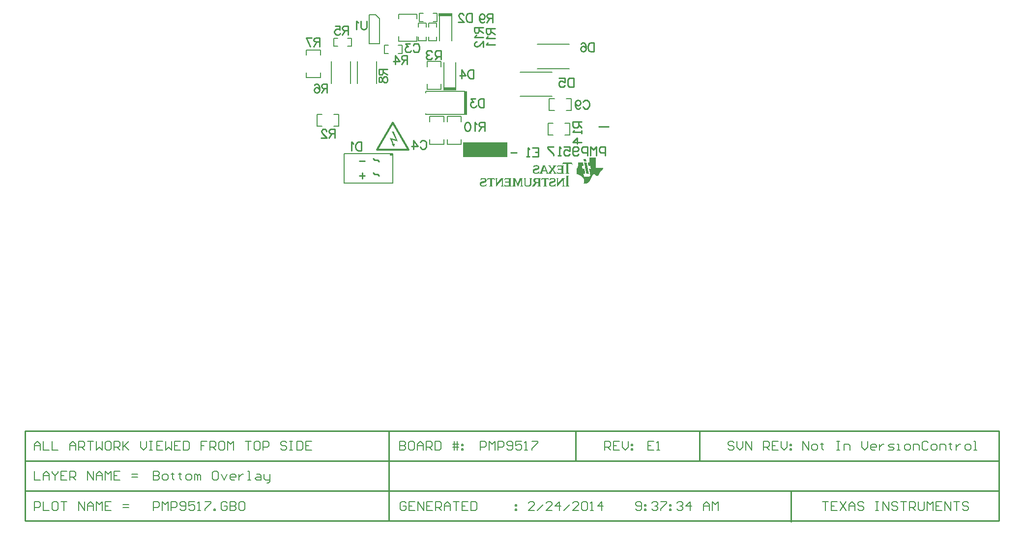
<source format=gbo>
%FSAX25Y25*%
%MOIN*%
G70*
G01*
G75*
G04 Layer_Color=32896*
%ADD10R,0.06300X0.05000*%
%ADD11C,0.01969*%
%ADD12C,0.03937*%
%ADD13C,0.00800*%
%ADD14C,0.01000*%
%ADD15C,0.31496*%
%ADD16C,0.05512*%
%ADD17R,0.05512X0.05512*%
%ADD18R,0.05118X0.05118*%
%ADD19C,0.05118*%
%ADD20C,0.11811*%
%ADD21C,0.06000*%
%ADD22C,0.06299*%
%ADD23R,0.06299X0.06299*%
%ADD24C,0.05906*%
%ADD25R,0.05118X0.05118*%
%ADD26C,0.05315*%
%ADD27C,0.07874*%
%ADD28C,0.08700*%
%ADD29C,0.03937*%
%ADD30R,0.05000X0.06300*%
%ADD31R,0.05512X0.05472*%
%ADD32R,0.19134X0.13228*%
%ADD33R,0.07284X0.05118*%
%ADD34R,0.03740X0.03937*%
%ADD35R,0.03937X0.03740*%
%ADD36R,0.13780X0.05906*%
%ADD37R,0.05512X0.03543*%
%ADD38R,0.05512X0.08661*%
%ADD39R,0.10630X0.05118*%
%ADD40R,0.05984X0.04724*%
%ADD41R,0.08500X0.10799*%
%ADD42R,0.04803X0.03602*%
%ADD43O,0.08661X0.02362*%
%ADD44C,0.03150*%
%ADD45C,0.00700*%
%ADD46C,0.00787*%
%ADD47C,0.00500*%
%ADD48C,0.00799*%
%ADD49C,0.01400*%
%ADD50C,0.00984*%
%ADD51C,0.00591*%
%ADD52R,0.06900X0.05600*%
%ADD53C,0.32096*%
%ADD54C,0.00600*%
%ADD55C,0.06112*%
%ADD56R,0.06112X0.06112*%
%ADD57R,0.05718X0.05718*%
%ADD58C,0.05718*%
%ADD59C,0.12411*%
%ADD60C,0.06600*%
%ADD61C,0.06899*%
%ADD62R,0.06899X0.06899*%
%ADD63C,0.06506*%
%ADD64R,0.05718X0.05718*%
%ADD65C,0.05915*%
%ADD66C,0.08268*%
%ADD67C,0.00394*%
%ADD68C,0.09300*%
%ADD69R,0.05600X0.06900*%
%ADD70R,0.06112X0.06072*%
%ADD71R,0.19734X0.13828*%
%ADD72R,0.07883X0.05718*%
%ADD73R,0.04340X0.04537*%
%ADD74R,0.04537X0.04340*%
%ADD75C,0.07874*%
%ADD76R,0.14379X0.06506*%
%ADD77R,0.06112X0.04143*%
%ADD78R,0.06112X0.09261*%
%ADD79R,0.11230X0.05718*%
%ADD80R,0.06584X0.05324*%
%ADD81R,0.09100X0.11399*%
%ADD82R,0.05403X0.04202*%
%ADD83O,0.09261X0.02962*%
%ADD84C,0.00000*%
%ADD85C,0.00709*%
%ADD86R,0.30000X0.10000*%
%ADD87R,0.08600X0.02000*%
%ADD88R,0.02000X0.01500*%
%ADD89R,0.02000X0.16400*%
%ADD90R,0.09200X0.02000*%
G36*
X0369892Y0272557D02*
Y0272484D01*
Y0272412D01*
X0369674D01*
Y0272339D01*
X0369528D01*
Y0272266D01*
X0369456D01*
Y0272194D01*
X0369383D01*
Y0272121D01*
Y0272048D01*
X0369310D01*
Y0271976D01*
Y0271903D01*
Y0271830D01*
Y0271758D01*
Y0271685D01*
Y0271612D01*
Y0271539D01*
Y0271467D01*
Y0271394D01*
Y0271321D01*
Y0271249D01*
Y0271176D01*
Y0271103D01*
Y0271030D01*
Y0270958D01*
Y0270885D01*
Y0270812D01*
Y0270740D01*
Y0270667D01*
Y0270594D01*
Y0270521D01*
Y0270449D01*
Y0270376D01*
Y0270304D01*
Y0270231D01*
Y0270158D01*
Y0270085D01*
Y0270013D01*
Y0269940D01*
Y0269867D01*
Y0269795D01*
Y0269722D01*
Y0269649D01*
Y0269577D01*
Y0269504D01*
Y0269431D01*
Y0269358D01*
Y0269286D01*
Y0269213D01*
Y0269140D01*
Y0269068D01*
Y0268995D01*
Y0268922D01*
Y0268849D01*
Y0268777D01*
Y0268704D01*
Y0268631D01*
Y0268559D01*
Y0268486D01*
Y0268413D01*
Y0268340D01*
Y0268268D01*
Y0268195D01*
Y0268122D01*
Y0268050D01*
Y0267977D01*
Y0267904D01*
Y0267832D01*
Y0267759D01*
Y0267686D01*
Y0267614D01*
Y0267541D01*
X0369383D01*
Y0267468D01*
Y0267395D01*
Y0267323D01*
X0369456D01*
Y0267250D01*
X0369601D01*
Y0267177D01*
X0369746D01*
Y0267105D01*
X0369892D01*
Y0267032D01*
Y0266959D01*
Y0266886D01*
X0365166D01*
Y0266959D01*
Y0267032D01*
X0365094D01*
Y0267105D01*
Y0267177D01*
Y0267250D01*
X0365021D01*
Y0267323D01*
Y0267395D01*
X0364948D01*
Y0267468D01*
Y0267541D01*
Y0267614D01*
X0364876D01*
Y0267686D01*
Y0267759D01*
X0364803D01*
Y0267832D01*
Y0267904D01*
Y0267977D01*
X0364730D01*
Y0268050D01*
Y0268122D01*
X0364657D01*
Y0268195D01*
Y0268268D01*
X0364730D01*
Y0268340D01*
X0364876D01*
Y0268268D01*
X0364948D01*
Y0268195D01*
X0365021D01*
Y0268122D01*
X0365094D01*
Y0268050D01*
X0365166D01*
Y0267977D01*
X0365239D01*
Y0267904D01*
X0365312D01*
Y0267832D01*
X0365457D01*
Y0267759D01*
X0365603D01*
Y0267686D01*
X0365893D01*
Y0267614D01*
X0368002D01*
Y0267686D01*
Y0267759D01*
X0368074D01*
Y0267832D01*
Y0267904D01*
Y0267977D01*
Y0268050D01*
Y0268122D01*
Y0268195D01*
Y0268268D01*
Y0268340D01*
Y0268413D01*
Y0268486D01*
Y0268559D01*
Y0268631D01*
Y0268704D01*
Y0268777D01*
Y0268849D01*
Y0268922D01*
Y0268995D01*
Y0269068D01*
Y0269140D01*
Y0269213D01*
Y0269286D01*
Y0269358D01*
Y0269431D01*
Y0269504D01*
Y0269577D01*
X0366257D01*
Y0269504D01*
X0366039D01*
Y0269431D01*
X0365966D01*
Y0269358D01*
Y0269286D01*
X0365893D01*
Y0269213D01*
Y0269140D01*
X0365675D01*
Y0269213D01*
Y0269286D01*
Y0269358D01*
Y0269431D01*
Y0269504D01*
Y0269577D01*
Y0269649D01*
Y0269722D01*
Y0269795D01*
Y0269867D01*
Y0269940D01*
Y0270013D01*
Y0270085D01*
Y0270158D01*
Y0270231D01*
Y0270304D01*
Y0270376D01*
Y0270449D01*
Y0270521D01*
Y0270594D01*
Y0270667D01*
Y0270740D01*
X0365893D01*
Y0270667D01*
Y0270594D01*
X0365966D01*
Y0270521D01*
Y0270449D01*
X0366039D01*
Y0270376D01*
X0366111D01*
Y0270304D01*
X0366330D01*
Y0270231D01*
X0368074D01*
Y0270304D01*
Y0270376D01*
Y0270449D01*
Y0270521D01*
Y0270594D01*
Y0270667D01*
Y0270740D01*
Y0270812D01*
Y0270885D01*
Y0270958D01*
Y0271030D01*
Y0271103D01*
Y0271176D01*
Y0271249D01*
Y0271321D01*
Y0271394D01*
Y0271467D01*
Y0271539D01*
Y0271612D01*
Y0271685D01*
Y0271758D01*
X0368002D01*
Y0271830D01*
Y0271903D01*
X0367784D01*
Y0271976D01*
X0366257D01*
Y0271903D01*
X0365966D01*
Y0271830D01*
X0365748D01*
Y0271758D01*
X0365603D01*
Y0271685D01*
X0365530D01*
Y0271612D01*
X0365457D01*
Y0271539D01*
X0365385D01*
Y0271467D01*
X0365239D01*
Y0271394D01*
X0365166D01*
Y0271321D01*
X0365094D01*
Y0271249D01*
X0365021D01*
Y0271321D01*
X0364948D01*
Y0271394D01*
Y0271467D01*
Y0271539D01*
X0365021D01*
Y0271612D01*
Y0271685D01*
Y0271758D01*
X0365094D01*
Y0271830D01*
Y0271903D01*
X0365166D01*
Y0271976D01*
Y0272048D01*
Y0272121D01*
X0365239D01*
Y0272194D01*
Y0272266D01*
Y0272339D01*
X0365312D01*
Y0272412D01*
Y0272484D01*
X0365385D01*
Y0272557D01*
Y0272630D01*
X0369892D01*
Y0272557D01*
D02*
G37*
G36*
X0405951D02*
Y0272484D01*
Y0272412D01*
X0405806D01*
Y0272339D01*
X0405660D01*
Y0272266D01*
X0405588D01*
Y0272194D01*
X0405515D01*
Y0272121D01*
Y0272048D01*
X0405442D01*
Y0271976D01*
Y0271903D01*
Y0271830D01*
Y0271758D01*
Y0271685D01*
Y0271612D01*
Y0271539D01*
Y0271467D01*
Y0271394D01*
Y0271321D01*
Y0271249D01*
Y0271176D01*
Y0271103D01*
Y0271030D01*
Y0270958D01*
Y0270885D01*
Y0270812D01*
Y0270740D01*
Y0270667D01*
Y0270594D01*
Y0270521D01*
Y0270449D01*
Y0270376D01*
Y0270304D01*
Y0270231D01*
Y0270158D01*
Y0270085D01*
Y0270013D01*
Y0269940D01*
Y0269867D01*
Y0269795D01*
Y0269722D01*
Y0269649D01*
Y0269577D01*
Y0269504D01*
Y0269431D01*
Y0269358D01*
Y0269286D01*
Y0269213D01*
Y0269140D01*
Y0269068D01*
Y0268995D01*
Y0268922D01*
Y0268849D01*
Y0268777D01*
Y0268704D01*
Y0268631D01*
Y0268559D01*
Y0268486D01*
Y0268413D01*
Y0268340D01*
Y0268268D01*
Y0268195D01*
Y0268122D01*
Y0268050D01*
Y0267977D01*
Y0267904D01*
Y0267832D01*
Y0267759D01*
Y0267686D01*
Y0267614D01*
Y0267541D01*
Y0267468D01*
X0405515D01*
Y0267395D01*
Y0267323D01*
X0405588D01*
Y0267250D01*
X0405660D01*
Y0267177D01*
X0405878D01*
Y0267105D01*
X0405951D01*
Y0267032D01*
Y0266959D01*
Y0266886D01*
X0404061D01*
Y0266959D01*
Y0267032D01*
Y0267105D01*
X0404134D01*
Y0267177D01*
X0404279D01*
Y0267250D01*
X0404424D01*
Y0267323D01*
X0404497D01*
Y0267395D01*
X0404570D01*
Y0267468D01*
Y0267541D01*
Y0267614D01*
X0404642D01*
Y0267686D01*
Y0267759D01*
Y0267832D01*
Y0267904D01*
Y0267977D01*
Y0268050D01*
Y0268122D01*
Y0268195D01*
Y0268268D01*
Y0268340D01*
Y0268413D01*
Y0268486D01*
Y0268559D01*
Y0268631D01*
Y0268704D01*
Y0268777D01*
Y0268849D01*
Y0268922D01*
Y0268995D01*
Y0269068D01*
Y0269140D01*
Y0269213D01*
Y0269286D01*
Y0269358D01*
Y0269431D01*
Y0269504D01*
Y0269577D01*
Y0269649D01*
Y0269722D01*
Y0269795D01*
Y0269867D01*
Y0269940D01*
Y0270013D01*
Y0270085D01*
Y0270158D01*
Y0270231D01*
Y0270304D01*
Y0270376D01*
Y0270449D01*
Y0270521D01*
Y0270594D01*
Y0270667D01*
Y0270740D01*
Y0270812D01*
Y0270885D01*
Y0270958D01*
Y0271030D01*
Y0271103D01*
Y0271176D01*
X0404570D01*
Y0271103D01*
Y0271030D01*
X0404497D01*
Y0270958D01*
X0404424D01*
Y0270885D01*
X0404352D01*
Y0270812D01*
X0404279D01*
Y0270740D01*
X0404206D01*
Y0270667D01*
X0404134D01*
Y0270594D01*
X0404061D01*
Y0270521D01*
X0403988D01*
Y0270449D01*
Y0270376D01*
X0403916D01*
Y0270304D01*
X0403843D01*
Y0270231D01*
X0403770D01*
Y0270158D01*
X0403697D01*
Y0270085D01*
X0403625D01*
Y0270013D01*
X0403552D01*
Y0269940D01*
X0403479D01*
Y0269867D01*
Y0269795D01*
X0403407D01*
Y0269722D01*
X0403334D01*
Y0269649D01*
X0403261D01*
Y0269577D01*
X0403189D01*
Y0269504D01*
X0403116D01*
Y0269431D01*
X0403043D01*
Y0269358D01*
X0402970D01*
Y0269286D01*
Y0269213D01*
X0402898D01*
Y0269140D01*
X0402825D01*
Y0269068D01*
X0402752D01*
Y0268995D01*
X0402680D01*
Y0268922D01*
X0402607D01*
Y0268849D01*
X0402534D01*
Y0268777D01*
X0402461D01*
Y0268704D01*
Y0268631D01*
X0402389D01*
Y0268559D01*
X0402316D01*
Y0268486D01*
X0402243D01*
Y0268413D01*
X0402171D01*
Y0268340D01*
X0402098D01*
Y0268268D01*
X0402025D01*
Y0268195D01*
X0401953D01*
Y0268122D01*
Y0268050D01*
X0401880D01*
Y0267977D01*
X0401807D01*
Y0267904D01*
X0401734D01*
Y0267832D01*
X0401662D01*
Y0267759D01*
X0401589D01*
Y0267686D01*
X0401516D01*
Y0267614D01*
X0401444D01*
Y0267541D01*
Y0267468D01*
X0401371D01*
Y0267395D01*
X0401298D01*
Y0267323D01*
X0401226D01*
Y0267250D01*
X0401153D01*
Y0267177D01*
X0401080D01*
Y0267105D01*
X0401008D01*
Y0267032D01*
X0400935D01*
Y0266959D01*
Y0266886D01*
X0400862D01*
Y0266814D01*
X0400644D01*
Y0266886D01*
Y0266959D01*
Y0267032D01*
Y0267105D01*
Y0267177D01*
Y0267250D01*
Y0267323D01*
Y0267395D01*
Y0267468D01*
Y0267541D01*
Y0267614D01*
Y0267686D01*
Y0267759D01*
Y0267832D01*
Y0267904D01*
Y0267977D01*
Y0268050D01*
Y0268122D01*
Y0268195D01*
Y0268268D01*
Y0268340D01*
Y0268413D01*
Y0268486D01*
Y0268559D01*
Y0268631D01*
Y0268704D01*
Y0268777D01*
Y0268849D01*
Y0268922D01*
Y0268995D01*
Y0269068D01*
Y0269140D01*
Y0269213D01*
Y0269286D01*
Y0269358D01*
Y0269431D01*
Y0269504D01*
Y0269577D01*
Y0269649D01*
Y0269722D01*
Y0269795D01*
Y0269867D01*
Y0269940D01*
Y0270013D01*
Y0270085D01*
Y0270158D01*
Y0270231D01*
Y0270304D01*
Y0270376D01*
Y0270449D01*
Y0270521D01*
Y0270594D01*
Y0270667D01*
Y0270740D01*
Y0270812D01*
Y0270885D01*
Y0270958D01*
Y0271030D01*
Y0271103D01*
Y0271176D01*
Y0271249D01*
Y0271321D01*
Y0271394D01*
Y0271467D01*
Y0271539D01*
Y0271612D01*
Y0271685D01*
Y0271758D01*
Y0271830D01*
X0400571D01*
Y0271903D01*
Y0271976D01*
Y0272048D01*
Y0272121D01*
X0400499D01*
Y0272194D01*
X0400426D01*
Y0272266D01*
X0400353D01*
Y0272339D01*
X0400281D01*
Y0272412D01*
X0400135D01*
Y0272484D01*
Y0272557D01*
Y0272630D01*
X0401880D01*
Y0272557D01*
Y0272484D01*
Y0272412D01*
X0401734D01*
Y0272339D01*
X0401589D01*
Y0272266D01*
X0401516D01*
Y0272194D01*
X0401444D01*
Y0272121D01*
Y0272048D01*
Y0271976D01*
X0401371D01*
Y0271903D01*
Y0271830D01*
Y0271758D01*
Y0271685D01*
Y0271612D01*
Y0271539D01*
Y0271467D01*
Y0271394D01*
Y0271321D01*
Y0271249D01*
Y0271176D01*
Y0271103D01*
Y0271030D01*
Y0270958D01*
Y0270885D01*
Y0270812D01*
Y0270740D01*
Y0270667D01*
Y0270594D01*
Y0270521D01*
Y0270449D01*
Y0270376D01*
Y0270304D01*
Y0270231D01*
Y0270158D01*
Y0270085D01*
Y0270013D01*
Y0269940D01*
Y0269867D01*
Y0269795D01*
Y0269722D01*
Y0269649D01*
Y0269577D01*
Y0269504D01*
Y0269431D01*
X0401516D01*
Y0269504D01*
Y0269577D01*
X0401589D01*
Y0269649D01*
X0401662D01*
Y0269722D01*
X0401734D01*
Y0269795D01*
X0401807D01*
Y0269867D01*
X0401880D01*
Y0269940D01*
X0401953D01*
Y0270013D01*
X0402025D01*
Y0270085D01*
Y0270158D01*
X0402098D01*
Y0270231D01*
X0402171D01*
Y0270304D01*
X0402243D01*
Y0270376D01*
X0402316D01*
Y0270449D01*
X0402389D01*
Y0270521D01*
X0402461D01*
Y0270594D01*
X0402534D01*
Y0270667D01*
Y0270740D01*
X0402607D01*
Y0270812D01*
X0402680D01*
Y0270885D01*
X0402752D01*
Y0270958D01*
X0402825D01*
Y0271030D01*
X0402898D01*
Y0271103D01*
X0402970D01*
Y0271176D01*
X0403043D01*
Y0271249D01*
Y0271321D01*
X0403116D01*
Y0271394D01*
X0403189D01*
Y0271467D01*
X0403261D01*
Y0271539D01*
X0403334D01*
Y0271612D01*
X0403407D01*
Y0271685D01*
X0403479D01*
Y0271758D01*
X0403552D01*
Y0271830D01*
X0403625D01*
Y0271903D01*
Y0271976D01*
X0403697D01*
Y0272048D01*
X0403770D01*
Y0272121D01*
X0403843D01*
Y0272194D01*
X0403916D01*
Y0272266D01*
X0403988D01*
Y0272339D01*
X0404061D01*
Y0272412D01*
X0404134D01*
Y0272484D01*
Y0272557D01*
X0404206D01*
Y0272630D01*
X0405951D01*
Y0272557D01*
D02*
G37*
G36*
X0358187D02*
Y0272484D01*
Y0272412D01*
X0358260D01*
Y0272339D01*
Y0272266D01*
Y0272194D01*
X0358333D01*
Y0272121D01*
Y0272048D01*
Y0271976D01*
X0358405D01*
Y0271903D01*
Y0271830D01*
Y0271758D01*
X0358478D01*
Y0271685D01*
Y0271612D01*
Y0271539D01*
Y0271467D01*
X0358551D01*
Y0271394D01*
Y0271321D01*
Y0271249D01*
X0358623D01*
Y0271176D01*
X0358551D01*
Y0271103D01*
X0358405D01*
Y0271176D01*
X0358333D01*
Y0271249D01*
X0358260D01*
Y0271321D01*
X0358187D01*
Y0271394D01*
Y0271467D01*
X0358115D01*
Y0271539D01*
X0358042D01*
Y0271612D01*
X0357969D01*
Y0271685D01*
X0357896D01*
Y0271758D01*
X0357751D01*
Y0271830D01*
X0357606D01*
Y0271903D01*
X0357315D01*
Y0271976D01*
X0356661D01*
Y0271903D01*
X0356588D01*
Y0271830D01*
X0356515D01*
Y0271758D01*
Y0271685D01*
Y0271612D01*
Y0271539D01*
Y0271467D01*
Y0271394D01*
Y0271321D01*
Y0271249D01*
Y0271176D01*
Y0271103D01*
Y0271030D01*
Y0270958D01*
Y0270885D01*
Y0270812D01*
Y0270740D01*
Y0270667D01*
Y0270594D01*
Y0270521D01*
Y0270449D01*
Y0270376D01*
Y0270304D01*
Y0270231D01*
Y0270158D01*
Y0270085D01*
Y0270013D01*
Y0269940D01*
Y0269867D01*
Y0269795D01*
Y0269722D01*
Y0269649D01*
Y0269577D01*
Y0269504D01*
Y0269431D01*
Y0269358D01*
Y0269286D01*
Y0269213D01*
Y0269140D01*
Y0269068D01*
Y0268995D01*
Y0268922D01*
Y0268849D01*
Y0268777D01*
Y0268704D01*
Y0268631D01*
Y0268559D01*
Y0268486D01*
Y0268413D01*
Y0268340D01*
Y0268268D01*
Y0268195D01*
Y0268122D01*
Y0268050D01*
Y0267977D01*
Y0267904D01*
Y0267832D01*
Y0267759D01*
Y0267686D01*
Y0267614D01*
Y0267541D01*
Y0267468D01*
X0356588D01*
Y0267395D01*
Y0267323D01*
X0356661D01*
Y0267250D01*
X0356806D01*
Y0267177D01*
X0357024D01*
Y0267105D01*
X0357097D01*
Y0267032D01*
Y0266959D01*
Y0266886D01*
X0354698D01*
Y0266959D01*
Y0267032D01*
Y0267105D01*
X0354770D01*
Y0267177D01*
X0354988D01*
Y0267250D01*
X0355134D01*
Y0267323D01*
X0355206D01*
Y0267395D01*
Y0267468D01*
X0355279D01*
Y0267541D01*
Y0267614D01*
Y0267686D01*
Y0267759D01*
Y0267832D01*
Y0267904D01*
Y0267977D01*
Y0268050D01*
Y0268122D01*
Y0268195D01*
Y0268268D01*
Y0268340D01*
Y0268413D01*
Y0268486D01*
Y0268559D01*
Y0268631D01*
Y0268704D01*
Y0268777D01*
Y0268849D01*
Y0268922D01*
Y0268995D01*
Y0269068D01*
Y0269140D01*
Y0269213D01*
Y0269286D01*
Y0269358D01*
Y0269431D01*
Y0269504D01*
Y0269577D01*
Y0269649D01*
Y0269722D01*
Y0269795D01*
Y0269867D01*
Y0269940D01*
Y0270013D01*
Y0270085D01*
Y0270158D01*
Y0270231D01*
Y0270304D01*
Y0270376D01*
Y0270449D01*
Y0270521D01*
Y0270594D01*
Y0270667D01*
Y0270740D01*
Y0270812D01*
Y0270885D01*
Y0270958D01*
Y0271030D01*
Y0271103D01*
Y0271176D01*
Y0271249D01*
Y0271321D01*
Y0271394D01*
Y0271467D01*
Y0271539D01*
Y0271612D01*
Y0271685D01*
Y0271758D01*
Y0271830D01*
X0355206D01*
Y0271903D01*
X0355134D01*
Y0271976D01*
X0354480D01*
Y0271903D01*
X0354189D01*
Y0271830D01*
X0353971D01*
Y0271758D01*
X0353898D01*
Y0271685D01*
X0353825D01*
Y0271612D01*
X0353752D01*
Y0271539D01*
X0353680D01*
Y0271467D01*
X0353607D01*
Y0271394D01*
X0353534D01*
Y0271321D01*
X0353462D01*
Y0271249D01*
X0353389D01*
Y0271176D01*
Y0271103D01*
X0353171D01*
Y0271176D01*
Y0271249D01*
Y0271321D01*
Y0271394D01*
X0353244D01*
Y0271467D01*
Y0271539D01*
Y0271612D01*
X0353316D01*
Y0271685D01*
Y0271758D01*
Y0271830D01*
Y0271903D01*
X0353389D01*
Y0271976D01*
Y0272048D01*
Y0272121D01*
X0353462D01*
Y0272194D01*
Y0272266D01*
Y0272339D01*
X0353534D01*
Y0272412D01*
Y0272484D01*
Y0272557D01*
X0353607D01*
Y0272630D01*
X0358187D01*
Y0272557D01*
D02*
G37*
G36*
X0351426Y0272630D02*
X0351717D01*
Y0272557D01*
X0351862D01*
Y0272484D01*
X0352008D01*
Y0272412D01*
X0352153D01*
Y0272339D01*
X0352226D01*
Y0272266D01*
X0352371D01*
Y0272194D01*
X0352444D01*
Y0272121D01*
Y0272048D01*
X0352517D01*
Y0271976D01*
X0352589D01*
Y0271903D01*
X0352662D01*
Y0271830D01*
Y0271758D01*
X0352735D01*
Y0271685D01*
Y0271612D01*
Y0271539D01*
X0352807D01*
Y0271467D01*
Y0271394D01*
Y0271321D01*
Y0271249D01*
Y0271176D01*
Y0271103D01*
Y0271030D01*
Y0270958D01*
Y0270885D01*
Y0270812D01*
Y0270740D01*
Y0270667D01*
Y0270594D01*
Y0270521D01*
X0352735D01*
Y0270449D01*
Y0270376D01*
Y0270304D01*
X0352662D01*
Y0270231D01*
X0352589D01*
Y0270158D01*
Y0270085D01*
X0352517D01*
Y0270013D01*
X0352444D01*
Y0269940D01*
X0352371D01*
Y0269867D01*
X0352226D01*
Y0269795D01*
X0352153D01*
Y0269722D01*
X0352008D01*
Y0269649D01*
X0351862D01*
Y0269577D01*
X0351717D01*
Y0269504D01*
X0351426D01*
Y0269431D01*
X0351135D01*
Y0269358D01*
X0350845D01*
Y0269286D01*
X0350481D01*
Y0269213D01*
X0350190D01*
Y0269140D01*
X0349972D01*
Y0269068D01*
X0349754D01*
Y0268995D01*
X0349681D01*
Y0268922D01*
X0349536D01*
Y0268849D01*
Y0268777D01*
X0349463D01*
Y0268704D01*
X0349391D01*
Y0268631D01*
Y0268559D01*
Y0268486D01*
Y0268413D01*
Y0268340D01*
Y0268268D01*
Y0268195D01*
Y0268122D01*
X0349463D01*
Y0268050D01*
Y0267977D01*
X0349536D01*
Y0267904D01*
X0349609D01*
Y0267832D01*
X0349681D01*
Y0267759D01*
X0349754D01*
Y0267686D01*
X0349972D01*
Y0267614D01*
X0350190D01*
Y0267541D01*
X0350990D01*
Y0267614D01*
X0351281D01*
Y0267686D01*
X0351499D01*
Y0267759D01*
X0351717D01*
Y0267832D01*
X0351862D01*
Y0267904D01*
X0351935D01*
Y0267977D01*
X0352080D01*
Y0268050D01*
X0352153D01*
Y0268122D01*
X0352226D01*
Y0268195D01*
X0352371D01*
Y0268268D01*
X0352444D01*
Y0268340D01*
X0352517D01*
Y0268413D01*
X0352589D01*
Y0268486D01*
X0352662D01*
Y0268559D01*
X0352735D01*
Y0268631D01*
X0352807D01*
Y0268704D01*
X0352953D01*
Y0268631D01*
Y0268559D01*
Y0268486D01*
Y0268413D01*
Y0268340D01*
X0352880D01*
Y0268268D01*
Y0268195D01*
Y0268122D01*
Y0268050D01*
X0352807D01*
Y0267977D01*
Y0267904D01*
Y0267832D01*
Y0267759D01*
X0352735D01*
Y0267686D01*
Y0267614D01*
Y0267541D01*
X0352662D01*
Y0267468D01*
Y0267395D01*
Y0267323D01*
Y0267250D01*
X0352589D01*
Y0267177D01*
Y0267105D01*
Y0267032D01*
Y0266959D01*
X0352517D01*
Y0266886D01*
X0352226D01*
Y0266959D01*
Y0267032D01*
Y0267105D01*
X0352153D01*
Y0267177D01*
X0351935D01*
Y0267105D01*
X0351790D01*
Y0267032D01*
X0351644D01*
Y0266959D01*
X0351426D01*
Y0266886D01*
X0351063D01*
Y0266814D01*
X0350045D01*
Y0266886D01*
X0349681D01*
Y0266959D01*
X0349463D01*
Y0267032D01*
X0349245D01*
Y0267105D01*
X0349100D01*
Y0267177D01*
X0349027D01*
Y0267250D01*
X0348882D01*
Y0267323D01*
X0348809D01*
Y0267395D01*
X0348736D01*
Y0267468D01*
X0348663D01*
Y0267541D01*
X0348591D01*
Y0267614D01*
X0348518D01*
Y0267686D01*
Y0267759D01*
X0348445D01*
Y0267832D01*
Y0267904D01*
X0348373D01*
Y0267977D01*
Y0268050D01*
X0348300D01*
Y0268122D01*
Y0268195D01*
Y0268268D01*
Y0268340D01*
Y0268413D01*
Y0268486D01*
X0348227D01*
Y0268559D01*
Y0268631D01*
Y0268704D01*
Y0268777D01*
X0348300D01*
Y0268849D01*
Y0268922D01*
Y0268995D01*
Y0269068D01*
Y0269140D01*
Y0269213D01*
Y0269286D01*
X0348373D01*
Y0269358D01*
Y0269431D01*
X0348445D01*
Y0269504D01*
Y0269577D01*
X0348518D01*
Y0269649D01*
X0348591D01*
Y0269722D01*
X0348663D01*
Y0269795D01*
X0348736D01*
Y0269867D01*
X0348809D01*
Y0269940D01*
X0348882D01*
Y0270013D01*
X0349027D01*
Y0270085D01*
X0349172D01*
Y0270158D01*
X0349318D01*
Y0270231D01*
X0349536D01*
Y0270304D01*
X0349754D01*
Y0270376D01*
X0350045D01*
Y0270449D01*
X0350408D01*
Y0270521D01*
X0350699D01*
Y0270594D01*
X0351063D01*
Y0270667D01*
X0351281D01*
Y0270740D01*
X0351499D01*
Y0270812D01*
X0351571D01*
Y0270885D01*
X0351644D01*
Y0270958D01*
X0351717D01*
Y0271030D01*
X0351790D01*
Y0271103D01*
Y0271176D01*
Y0271249D01*
Y0271321D01*
Y0271394D01*
Y0271467D01*
Y0271539D01*
X0351717D01*
Y0271612D01*
Y0271685D01*
X0351644D01*
Y0271758D01*
X0351571D01*
Y0271830D01*
X0351426D01*
Y0271903D01*
X0351208D01*
Y0271976D01*
X0350263D01*
Y0271903D01*
X0349972D01*
Y0271830D01*
X0349827D01*
Y0271758D01*
X0349609D01*
Y0271685D01*
X0349536D01*
Y0271612D01*
X0349391D01*
Y0271539D01*
X0349318D01*
Y0271467D01*
X0349172D01*
Y0271394D01*
X0349100D01*
Y0271321D01*
X0349027D01*
Y0271249D01*
X0348954D01*
Y0271176D01*
X0348882D01*
Y0271103D01*
X0348663D01*
Y0271176D01*
Y0271249D01*
Y0271321D01*
Y0271394D01*
X0348736D01*
Y0271467D01*
Y0271539D01*
Y0271612D01*
X0348809D01*
Y0271685D01*
Y0271758D01*
Y0271830D01*
Y0271903D01*
X0348882D01*
Y0271976D01*
Y0272048D01*
Y0272121D01*
X0348954D01*
Y0272194D01*
Y0272266D01*
Y0272339D01*
Y0272412D01*
X0349027D01*
Y0272484D01*
Y0272557D01*
Y0272630D01*
X0349318D01*
Y0272557D01*
X0349391D01*
Y0272484D01*
Y0272412D01*
X0349609D01*
Y0272484D01*
X0349754D01*
Y0272557D01*
X0349899D01*
Y0272630D01*
X0350190D01*
Y0272703D01*
X0351426D01*
Y0272630D01*
D02*
G37*
G36*
X0394901Y0272557D02*
Y0272484D01*
Y0272412D01*
X0394973D01*
Y0272339D01*
Y0272266D01*
Y0272194D01*
X0395046D01*
Y0272121D01*
Y0272048D01*
Y0271976D01*
Y0271903D01*
X0395119D01*
Y0271830D01*
Y0271758D01*
Y0271685D01*
X0395192D01*
Y0271612D01*
Y0271539D01*
Y0271467D01*
X0395264D01*
Y0271394D01*
Y0271321D01*
Y0271249D01*
X0395337D01*
Y0271176D01*
X0395264D01*
Y0271103D01*
X0395119D01*
Y0271176D01*
X0395046D01*
Y0271249D01*
X0394973D01*
Y0271321D01*
X0394901D01*
Y0271394D01*
X0394828D01*
Y0271467D01*
Y0271539D01*
X0394755D01*
Y0271612D01*
X0394683D01*
Y0271685D01*
X0394537D01*
Y0271758D01*
X0394464D01*
Y0271830D01*
X0394319D01*
Y0271903D01*
X0394028D01*
Y0271976D01*
X0393374D01*
Y0271903D01*
X0393229D01*
Y0271830D01*
Y0271758D01*
Y0271685D01*
Y0271612D01*
Y0271539D01*
Y0271467D01*
Y0271394D01*
Y0271321D01*
Y0271249D01*
Y0271176D01*
Y0271103D01*
Y0271030D01*
Y0270958D01*
Y0270885D01*
Y0270812D01*
Y0270740D01*
Y0270667D01*
Y0270594D01*
Y0270521D01*
Y0270449D01*
Y0270376D01*
Y0270304D01*
Y0270231D01*
Y0270158D01*
Y0270085D01*
Y0270013D01*
Y0269940D01*
Y0269867D01*
Y0269795D01*
Y0269722D01*
Y0269649D01*
Y0269577D01*
Y0269504D01*
Y0269431D01*
Y0269358D01*
Y0269286D01*
Y0269213D01*
Y0269140D01*
Y0269068D01*
Y0268995D01*
Y0268922D01*
Y0268849D01*
Y0268777D01*
Y0268704D01*
Y0268631D01*
Y0268559D01*
Y0268486D01*
Y0268413D01*
Y0268340D01*
Y0268268D01*
Y0268195D01*
Y0268122D01*
Y0268050D01*
Y0267977D01*
Y0267904D01*
Y0267832D01*
Y0267759D01*
Y0267686D01*
Y0267614D01*
Y0267541D01*
Y0267468D01*
X0393301D01*
Y0267395D01*
Y0267323D01*
X0393374D01*
Y0267250D01*
X0393519D01*
Y0267177D01*
X0393738D01*
Y0267105D01*
X0393810D01*
Y0267032D01*
Y0266959D01*
Y0266886D01*
X0391338D01*
Y0266959D01*
Y0267032D01*
Y0267105D01*
X0391484D01*
Y0267177D01*
X0391702D01*
Y0267250D01*
X0391847D01*
Y0267323D01*
X0391920D01*
Y0267395D01*
Y0267468D01*
Y0267541D01*
X0391993D01*
Y0267614D01*
Y0267686D01*
Y0267759D01*
Y0267832D01*
Y0267904D01*
Y0267977D01*
Y0268050D01*
Y0268122D01*
Y0268195D01*
Y0268268D01*
Y0268340D01*
Y0268413D01*
Y0268486D01*
Y0268559D01*
Y0268631D01*
Y0268704D01*
Y0268777D01*
Y0268849D01*
Y0268922D01*
Y0268995D01*
Y0269068D01*
Y0269140D01*
Y0269213D01*
Y0269286D01*
Y0269358D01*
Y0269431D01*
Y0269504D01*
Y0269577D01*
Y0269649D01*
Y0269722D01*
Y0269795D01*
Y0269867D01*
Y0269940D01*
Y0270013D01*
Y0270085D01*
Y0270158D01*
Y0270231D01*
Y0270304D01*
Y0270376D01*
Y0270449D01*
Y0270521D01*
Y0270594D01*
Y0270667D01*
Y0270740D01*
Y0270812D01*
Y0270885D01*
Y0270958D01*
Y0271030D01*
Y0271103D01*
Y0271176D01*
Y0271249D01*
Y0271321D01*
Y0271394D01*
Y0271467D01*
Y0271539D01*
Y0271612D01*
Y0271685D01*
Y0271758D01*
Y0271830D01*
X0391920D01*
Y0271903D01*
X0391847D01*
Y0271976D01*
X0391193D01*
Y0271903D01*
X0390902D01*
Y0271830D01*
X0390684D01*
Y0271758D01*
X0390611D01*
Y0271685D01*
X0390539D01*
Y0271612D01*
X0390466D01*
Y0271539D01*
X0390393D01*
Y0271467D01*
X0390321D01*
Y0271394D01*
X0390248D01*
Y0271321D01*
X0390175D01*
Y0271249D01*
X0390103D01*
Y0271176D01*
X0390030D01*
Y0271103D01*
X0389884D01*
Y0271176D01*
Y0271249D01*
Y0271321D01*
Y0271394D01*
Y0271467D01*
X0389957D01*
Y0271539D01*
Y0271612D01*
Y0271685D01*
X0390030D01*
Y0271758D01*
Y0271830D01*
Y0271903D01*
X0390103D01*
Y0271976D01*
Y0272048D01*
Y0272121D01*
X0390175D01*
Y0272194D01*
Y0272266D01*
Y0272339D01*
Y0272412D01*
X0390248D01*
Y0272484D01*
Y0272557D01*
Y0272630D01*
X0394901D01*
Y0272557D01*
D02*
G37*
G36*
X0409004Y0274302D02*
Y0274229D01*
X0408932D01*
Y0274157D01*
X0408714D01*
Y0274084D01*
X0408641D01*
Y0274011D01*
X0408496D01*
Y0273938D01*
Y0273866D01*
X0408423D01*
Y0273793D01*
Y0273720D01*
Y0273648D01*
X0408350D01*
Y0273575D01*
Y0273502D01*
Y0273430D01*
Y0273357D01*
Y0273284D01*
Y0273212D01*
Y0273139D01*
Y0273066D01*
Y0272993D01*
Y0272921D01*
Y0272848D01*
Y0272775D01*
Y0272703D01*
Y0272630D01*
Y0272557D01*
Y0272484D01*
Y0272412D01*
Y0272339D01*
Y0272266D01*
Y0272194D01*
Y0272121D01*
Y0272048D01*
Y0271976D01*
Y0271903D01*
Y0271830D01*
Y0271758D01*
Y0271685D01*
Y0271612D01*
Y0271539D01*
Y0271467D01*
Y0271394D01*
Y0271321D01*
Y0271249D01*
Y0271176D01*
Y0271103D01*
Y0271030D01*
Y0270958D01*
Y0270885D01*
Y0270812D01*
Y0270740D01*
Y0270667D01*
Y0270594D01*
Y0270521D01*
Y0270449D01*
Y0270376D01*
Y0270304D01*
Y0270231D01*
Y0270158D01*
Y0270085D01*
Y0270013D01*
Y0269940D01*
Y0269867D01*
Y0269795D01*
Y0269722D01*
Y0269649D01*
Y0269577D01*
Y0269504D01*
Y0269431D01*
Y0269358D01*
Y0269286D01*
Y0269213D01*
Y0269140D01*
Y0269068D01*
Y0268995D01*
Y0268922D01*
Y0268849D01*
Y0268777D01*
Y0268704D01*
Y0268631D01*
Y0268559D01*
Y0268486D01*
Y0268413D01*
Y0268340D01*
Y0268268D01*
Y0268195D01*
Y0268122D01*
Y0268050D01*
Y0267977D01*
Y0267904D01*
Y0267832D01*
Y0267759D01*
Y0267686D01*
X0408423D01*
Y0267614D01*
Y0267541D01*
Y0267468D01*
X0408496D01*
Y0267395D01*
Y0267323D01*
X0408568D01*
Y0267250D01*
X0408714D01*
Y0267177D01*
X0408932D01*
Y0267105D01*
X0409004D01*
Y0267032D01*
Y0266959D01*
Y0266886D01*
X0406387D01*
Y0266959D01*
Y0267032D01*
Y0267105D01*
X0406460D01*
Y0267177D01*
X0406678D01*
Y0267250D01*
X0406823D01*
Y0267323D01*
X0406896D01*
Y0267395D01*
X0406969D01*
Y0267468D01*
Y0267541D01*
Y0267614D01*
X0407042D01*
Y0267686D01*
Y0267759D01*
Y0267832D01*
Y0267904D01*
Y0267977D01*
Y0268050D01*
Y0268122D01*
Y0268195D01*
Y0268268D01*
Y0268340D01*
Y0268413D01*
Y0268486D01*
Y0268559D01*
Y0268631D01*
Y0268704D01*
Y0268777D01*
Y0268849D01*
Y0268922D01*
Y0268995D01*
Y0269068D01*
Y0269140D01*
Y0269213D01*
Y0269286D01*
Y0269358D01*
Y0269431D01*
Y0269504D01*
Y0269577D01*
Y0269649D01*
Y0269722D01*
Y0269795D01*
Y0269867D01*
Y0269940D01*
Y0270013D01*
Y0270085D01*
Y0270158D01*
Y0270231D01*
Y0270304D01*
Y0270376D01*
Y0270449D01*
Y0270521D01*
Y0270594D01*
Y0270667D01*
Y0270740D01*
Y0270812D01*
Y0270885D01*
Y0270958D01*
Y0271030D01*
Y0271103D01*
Y0271176D01*
Y0271249D01*
Y0271321D01*
Y0271394D01*
Y0271467D01*
Y0271539D01*
Y0271612D01*
Y0271685D01*
Y0271758D01*
Y0271830D01*
Y0271903D01*
Y0271976D01*
Y0272048D01*
Y0272121D01*
Y0272194D01*
Y0272266D01*
Y0272339D01*
Y0272412D01*
Y0272484D01*
Y0272557D01*
Y0272630D01*
Y0272703D01*
Y0272775D01*
Y0272848D01*
Y0272921D01*
Y0272993D01*
Y0273066D01*
Y0273139D01*
Y0273212D01*
Y0273284D01*
Y0273357D01*
Y0273430D01*
Y0273502D01*
Y0273575D01*
Y0273648D01*
Y0273720D01*
X0406969D01*
Y0273793D01*
Y0273866D01*
Y0273938D01*
X0406896D01*
Y0274011D01*
X0406823D01*
Y0274084D01*
X0406678D01*
Y0274157D01*
X0406460D01*
Y0274229D01*
X0406387D01*
Y0274302D01*
Y0274375D01*
X0409004D01*
Y0274302D01*
D02*
G37*
G36*
X0389739Y0272557D02*
Y0272484D01*
Y0272412D01*
X0389594D01*
Y0272339D01*
X0389448D01*
Y0272266D01*
X0389375D01*
Y0272194D01*
X0389303D01*
Y0272121D01*
X0389230D01*
Y0272048D01*
Y0271976D01*
Y0271903D01*
Y0271830D01*
Y0271758D01*
Y0271685D01*
Y0271612D01*
Y0271539D01*
Y0271467D01*
Y0271394D01*
Y0271321D01*
Y0271249D01*
Y0271176D01*
Y0271103D01*
Y0271030D01*
Y0270958D01*
Y0270885D01*
Y0270812D01*
Y0270740D01*
Y0270667D01*
Y0270594D01*
Y0270521D01*
Y0270449D01*
Y0270376D01*
Y0270304D01*
Y0270231D01*
Y0270158D01*
Y0270085D01*
Y0270013D01*
Y0269940D01*
Y0269867D01*
Y0269795D01*
Y0269722D01*
Y0269649D01*
Y0269577D01*
Y0269504D01*
Y0269431D01*
Y0269358D01*
Y0269286D01*
Y0269213D01*
Y0269140D01*
Y0269068D01*
Y0268995D01*
Y0268922D01*
Y0268849D01*
Y0268777D01*
Y0268704D01*
Y0268631D01*
Y0268559D01*
Y0268486D01*
Y0268413D01*
Y0268340D01*
Y0268268D01*
Y0268195D01*
Y0268122D01*
Y0268050D01*
Y0267977D01*
Y0267904D01*
Y0267832D01*
Y0267759D01*
Y0267686D01*
Y0267614D01*
Y0267541D01*
Y0267468D01*
X0389303D01*
Y0267395D01*
Y0267323D01*
X0389375D01*
Y0267250D01*
X0389448D01*
Y0267177D01*
X0389666D01*
Y0267105D01*
X0389739D01*
Y0267032D01*
Y0266959D01*
Y0266886D01*
X0387340D01*
Y0266959D01*
Y0267032D01*
Y0267105D01*
X0387413D01*
Y0267177D01*
X0387631D01*
Y0267250D01*
X0387776D01*
Y0267323D01*
X0387849D01*
Y0267395D01*
Y0267468D01*
Y0267541D01*
X0387922D01*
Y0267614D01*
Y0267686D01*
Y0267759D01*
Y0267832D01*
Y0267904D01*
Y0267977D01*
Y0268050D01*
Y0268122D01*
Y0268195D01*
Y0268268D01*
Y0268340D01*
Y0268413D01*
Y0268486D01*
Y0268559D01*
Y0268631D01*
Y0268704D01*
Y0268777D01*
Y0268849D01*
Y0268922D01*
Y0268995D01*
Y0269068D01*
Y0269140D01*
Y0269213D01*
Y0269286D01*
X0387049D01*
Y0269213D01*
X0386831D01*
Y0269140D01*
X0386758D01*
Y0269068D01*
X0386686D01*
Y0268995D01*
X0386613D01*
Y0268922D01*
X0386540D01*
Y0268849D01*
X0386468D01*
Y0268777D01*
Y0268704D01*
X0386395D01*
Y0268631D01*
Y0268559D01*
X0386322D01*
Y0268486D01*
Y0268413D01*
X0386249D01*
Y0268340D01*
Y0268268D01*
X0386177D01*
Y0268195D01*
Y0268122D01*
X0386104D01*
Y0268050D01*
Y0267977D01*
X0386031D01*
Y0267904D01*
Y0267832D01*
X0385959D01*
Y0267759D01*
Y0267686D01*
X0385886D01*
Y0267614D01*
X0385813D01*
Y0267541D01*
Y0267468D01*
X0385740D01*
Y0267395D01*
X0385668D01*
Y0267323D01*
X0385595D01*
Y0267250D01*
X0385522D01*
Y0267177D01*
X0385450D01*
Y0267105D01*
X0385304D01*
Y0267032D01*
X0385159D01*
Y0266959D01*
X0385014D01*
Y0266886D01*
X0384723D01*
Y0266814D01*
X0383850D01*
Y0266886D01*
X0383632D01*
Y0266959D01*
X0383487D01*
Y0267032D01*
Y0267105D01*
Y0267177D01*
X0383632D01*
Y0267250D01*
X0383850D01*
Y0267323D01*
X0383996D01*
Y0267395D01*
X0384068D01*
Y0267468D01*
X0384141D01*
Y0267541D01*
X0384214D01*
Y0267614D01*
X0384286D01*
Y0267686D01*
X0384359D01*
Y0267759D01*
X0384432D01*
Y0267832D01*
Y0267904D01*
X0384505D01*
Y0267977D01*
X0384577D01*
Y0268050D01*
Y0268122D01*
X0384650D01*
Y0268195D01*
Y0268268D01*
X0384723D01*
Y0268340D01*
X0384795D01*
Y0268413D01*
Y0268486D01*
X0384868D01*
Y0268559D01*
Y0268631D01*
X0384941D01*
Y0268704D01*
X0385014D01*
Y0268777D01*
Y0268849D01*
X0385086D01*
Y0268922D01*
X0385159D01*
Y0268995D01*
X0385232D01*
Y0269068D01*
X0385304D01*
Y0269140D01*
X0385377D01*
Y0269213D01*
X0385450D01*
Y0269286D01*
X0385522D01*
Y0269358D01*
X0385668D01*
Y0269431D01*
X0385813D01*
Y0269504D01*
X0385959D01*
Y0269577D01*
X0385668D01*
Y0269649D01*
X0385450D01*
Y0269722D01*
X0385304D01*
Y0269795D01*
X0385159D01*
Y0269867D01*
X0385086D01*
Y0269940D01*
X0384941D01*
Y0270013D01*
X0384868D01*
Y0270085D01*
X0384795D01*
Y0270158D01*
X0384723D01*
Y0270231D01*
Y0270304D01*
X0384650D01*
Y0270376D01*
Y0270449D01*
X0384577D01*
Y0270521D01*
Y0270594D01*
Y0270667D01*
X0384505D01*
Y0270740D01*
Y0270812D01*
Y0270885D01*
Y0270958D01*
Y0271030D01*
Y0271103D01*
Y0271176D01*
Y0271249D01*
Y0271321D01*
Y0271394D01*
Y0271467D01*
X0384577D01*
Y0271539D01*
Y0271612D01*
Y0271685D01*
X0384650D01*
Y0271758D01*
Y0271830D01*
X0384723D01*
Y0271903D01*
Y0271976D01*
X0384795D01*
Y0272048D01*
X0384868D01*
Y0272121D01*
X0384941D01*
Y0272194D01*
X0385086D01*
Y0272266D01*
X0385159D01*
Y0272339D01*
X0385304D01*
Y0272412D01*
X0385450D01*
Y0272484D01*
X0385740D01*
Y0272557D01*
X0386104D01*
Y0272630D01*
X0389739D01*
Y0272557D01*
D02*
G37*
G36*
X0383996D02*
Y0272484D01*
Y0272412D01*
X0383778D01*
Y0272339D01*
X0383632D01*
Y0272266D01*
X0383559D01*
Y0272194D01*
Y0272121D01*
X0383487D01*
Y0272048D01*
Y0271976D01*
Y0271903D01*
X0383414D01*
Y0271830D01*
Y0271758D01*
Y0271685D01*
Y0271612D01*
Y0271539D01*
Y0271467D01*
Y0271394D01*
Y0271321D01*
Y0271249D01*
Y0271176D01*
Y0271103D01*
Y0271030D01*
Y0270958D01*
Y0270885D01*
Y0270812D01*
Y0270740D01*
Y0270667D01*
Y0270594D01*
Y0270521D01*
Y0270449D01*
Y0270376D01*
Y0270304D01*
Y0270231D01*
Y0270158D01*
Y0270085D01*
Y0270013D01*
Y0269940D01*
Y0269867D01*
Y0269795D01*
Y0269722D01*
Y0269649D01*
Y0269577D01*
Y0269504D01*
Y0269431D01*
Y0269358D01*
Y0269286D01*
Y0269213D01*
Y0269140D01*
Y0269068D01*
Y0268995D01*
Y0268922D01*
Y0268849D01*
Y0268777D01*
Y0268704D01*
Y0268631D01*
Y0268559D01*
Y0268486D01*
Y0268413D01*
Y0268340D01*
Y0268268D01*
Y0268195D01*
X0383341D01*
Y0268122D01*
Y0268050D01*
Y0267977D01*
X0383269D01*
Y0267904D01*
Y0267832D01*
X0383196D01*
Y0267759D01*
X0383123D01*
Y0267686D01*
Y0267614D01*
X0383051D01*
Y0267541D01*
X0382978D01*
Y0267468D01*
X0382905D01*
Y0267395D01*
X0382833D01*
Y0267323D01*
X0382687D01*
Y0267250D01*
X0382614D01*
Y0267177D01*
X0382469D01*
Y0267105D01*
X0382324D01*
Y0267032D01*
X0382105D01*
Y0266959D01*
X0381887D01*
Y0266886D01*
X0381451D01*
Y0266814D01*
X0380288D01*
Y0266886D01*
X0379852D01*
Y0266959D01*
X0379634D01*
Y0267032D01*
X0379416D01*
Y0267105D01*
X0379270D01*
Y0267177D01*
X0379198D01*
Y0267250D01*
X0379052D01*
Y0267323D01*
X0378979D01*
Y0267395D01*
X0378907D01*
Y0267468D01*
Y0267541D01*
X0378834D01*
Y0267614D01*
X0378761D01*
Y0267686D01*
Y0267759D01*
X0378689D01*
Y0267832D01*
Y0267904D01*
X0378616D01*
Y0267977D01*
Y0268050D01*
X0378543D01*
Y0268122D01*
Y0268195D01*
Y0268268D01*
Y0268340D01*
Y0268413D01*
X0378470D01*
Y0268486D01*
Y0268559D01*
Y0268631D01*
Y0268704D01*
Y0268777D01*
Y0268849D01*
Y0268922D01*
Y0268995D01*
Y0269068D01*
Y0269140D01*
Y0269213D01*
Y0269286D01*
Y0269358D01*
Y0269431D01*
Y0269504D01*
Y0269577D01*
Y0269649D01*
Y0269722D01*
Y0269795D01*
Y0269867D01*
Y0269940D01*
Y0270013D01*
Y0270085D01*
Y0270158D01*
Y0270231D01*
Y0270304D01*
Y0270376D01*
Y0270449D01*
Y0270521D01*
Y0270594D01*
Y0270667D01*
Y0270740D01*
Y0270812D01*
Y0270885D01*
Y0270958D01*
Y0271030D01*
Y0271103D01*
Y0271176D01*
Y0271249D01*
Y0271321D01*
Y0271394D01*
Y0271467D01*
Y0271539D01*
Y0271612D01*
Y0271685D01*
Y0271758D01*
Y0271830D01*
Y0271903D01*
Y0271976D01*
Y0272048D01*
X0378398D01*
Y0272121D01*
Y0272194D01*
X0378325D01*
Y0272266D01*
X0378252D01*
Y0272339D01*
X0378180D01*
Y0272412D01*
X0377962D01*
Y0272484D01*
Y0272557D01*
Y0272630D01*
X0379852D01*
Y0272557D01*
Y0272484D01*
Y0272412D01*
X0379634D01*
Y0272339D01*
X0379488D01*
Y0272266D01*
X0379416D01*
Y0272194D01*
Y0272121D01*
X0379343D01*
Y0272048D01*
Y0271976D01*
Y0271903D01*
X0379270D01*
Y0271830D01*
Y0271758D01*
Y0271685D01*
Y0271612D01*
Y0271539D01*
Y0271467D01*
Y0271394D01*
Y0271321D01*
Y0271249D01*
Y0271176D01*
Y0271103D01*
Y0271030D01*
Y0270958D01*
Y0270885D01*
Y0270812D01*
Y0270740D01*
Y0270667D01*
Y0270594D01*
Y0270521D01*
Y0270449D01*
Y0270376D01*
Y0270304D01*
Y0270231D01*
Y0270158D01*
Y0270085D01*
Y0270013D01*
Y0269940D01*
Y0269867D01*
Y0269795D01*
Y0269722D01*
Y0269649D01*
Y0269577D01*
Y0269504D01*
Y0269431D01*
Y0269358D01*
Y0269286D01*
Y0269213D01*
Y0269140D01*
Y0269068D01*
Y0268995D01*
Y0268922D01*
Y0268849D01*
Y0268777D01*
Y0268704D01*
Y0268631D01*
Y0268559D01*
X0379343D01*
Y0268486D01*
Y0268413D01*
Y0268340D01*
Y0268268D01*
X0379416D01*
Y0268195D01*
Y0268122D01*
Y0268050D01*
X0379488D01*
Y0267977D01*
X0379561D01*
Y0267904D01*
X0379634D01*
Y0267832D01*
X0379706D01*
Y0267759D01*
X0379779D01*
Y0267686D01*
X0379925D01*
Y0267614D01*
X0380215D01*
Y0267541D01*
X0381233D01*
Y0267614D01*
X0381524D01*
Y0267686D01*
X0381669D01*
Y0267759D01*
X0381815D01*
Y0267832D01*
X0381887D01*
Y0267904D01*
X0381960D01*
Y0267977D01*
X0382033D01*
Y0268050D01*
Y0268122D01*
X0382105D01*
Y0268195D01*
Y0268268D01*
Y0268340D01*
X0382178D01*
Y0268413D01*
Y0268486D01*
Y0268559D01*
Y0268631D01*
Y0268704D01*
X0382251D01*
Y0268777D01*
Y0268849D01*
Y0268922D01*
Y0268995D01*
Y0269068D01*
Y0269140D01*
Y0269213D01*
Y0269286D01*
Y0269358D01*
Y0269431D01*
Y0269504D01*
Y0269577D01*
Y0269649D01*
Y0269722D01*
Y0269795D01*
Y0269867D01*
Y0269940D01*
Y0270013D01*
Y0270085D01*
Y0270158D01*
Y0270231D01*
Y0270304D01*
Y0270376D01*
Y0270449D01*
Y0270521D01*
Y0270594D01*
Y0270667D01*
Y0270740D01*
Y0270812D01*
Y0270885D01*
Y0270958D01*
Y0271030D01*
Y0271103D01*
Y0271176D01*
Y0271249D01*
Y0271321D01*
Y0271394D01*
Y0271467D01*
Y0271539D01*
Y0271612D01*
Y0271685D01*
Y0271758D01*
Y0271830D01*
X0382178D01*
Y0271903D01*
Y0271976D01*
Y0272048D01*
Y0272121D01*
X0382105D01*
Y0272194D01*
Y0272266D01*
X0382033D01*
Y0272339D01*
X0381887D01*
Y0272412D01*
X0381669D01*
Y0272484D01*
Y0272557D01*
Y0272630D01*
X0383996D01*
Y0272557D01*
D02*
G37*
G36*
X0364512D02*
Y0272484D01*
Y0272412D01*
X0364367D01*
Y0272339D01*
X0364221D01*
Y0272266D01*
X0364149D01*
Y0272194D01*
X0364076D01*
Y0272121D01*
Y0272048D01*
X0364003D01*
Y0271976D01*
Y0271903D01*
Y0271830D01*
Y0271758D01*
X0363931D01*
Y0271685D01*
Y0271612D01*
Y0271539D01*
Y0271467D01*
Y0271394D01*
Y0271321D01*
Y0271249D01*
Y0271176D01*
Y0271103D01*
Y0271030D01*
Y0270958D01*
Y0270885D01*
Y0270812D01*
Y0270740D01*
Y0270667D01*
Y0270594D01*
Y0270521D01*
Y0270449D01*
Y0270376D01*
Y0270304D01*
Y0270231D01*
Y0270158D01*
Y0270085D01*
Y0270013D01*
Y0269940D01*
Y0269867D01*
Y0269795D01*
Y0269722D01*
Y0269649D01*
Y0269577D01*
Y0269504D01*
Y0269431D01*
Y0269358D01*
Y0269286D01*
Y0269213D01*
Y0269140D01*
Y0269068D01*
Y0268995D01*
Y0268922D01*
Y0268849D01*
Y0268777D01*
Y0268704D01*
Y0268631D01*
Y0268559D01*
Y0268486D01*
Y0268413D01*
Y0268340D01*
Y0268268D01*
Y0268195D01*
Y0268122D01*
Y0268050D01*
Y0267977D01*
Y0267904D01*
Y0267832D01*
X0364003D01*
Y0267759D01*
Y0267686D01*
Y0267614D01*
Y0267541D01*
Y0267468D01*
X0364076D01*
Y0267395D01*
Y0267323D01*
X0364149D01*
Y0267250D01*
X0364221D01*
Y0267177D01*
X0364439D01*
Y0267105D01*
X0364512D01*
Y0267032D01*
Y0266959D01*
Y0266886D01*
X0362622D01*
Y0266959D01*
Y0267032D01*
Y0267105D01*
X0362695D01*
Y0267177D01*
X0362840D01*
Y0267250D01*
X0362985D01*
Y0267323D01*
X0363058D01*
Y0267395D01*
X0363131D01*
Y0267468D01*
Y0267541D01*
Y0267614D01*
X0363204D01*
Y0267686D01*
Y0267759D01*
Y0267832D01*
Y0267904D01*
Y0267977D01*
Y0268050D01*
Y0268122D01*
Y0268195D01*
Y0268268D01*
Y0268340D01*
Y0268413D01*
Y0268486D01*
Y0268559D01*
Y0268631D01*
Y0268704D01*
Y0268777D01*
Y0268849D01*
Y0268922D01*
Y0268995D01*
Y0269068D01*
Y0269140D01*
Y0269213D01*
Y0269286D01*
Y0269358D01*
Y0269431D01*
Y0269504D01*
Y0269577D01*
Y0269649D01*
Y0269722D01*
Y0269795D01*
Y0269867D01*
Y0269940D01*
Y0270013D01*
Y0270085D01*
Y0270158D01*
Y0270231D01*
Y0270304D01*
Y0270376D01*
Y0270449D01*
Y0270521D01*
Y0270594D01*
Y0270667D01*
Y0270740D01*
Y0270812D01*
Y0270885D01*
Y0270958D01*
Y0271030D01*
Y0271103D01*
Y0271176D01*
X0363131D01*
Y0271103D01*
X0363058D01*
Y0271030D01*
Y0270958D01*
X0362985D01*
Y0270885D01*
X0362913D01*
Y0270812D01*
X0362840D01*
Y0270740D01*
X0362767D01*
Y0270667D01*
X0362695D01*
Y0270594D01*
X0362622D01*
Y0270521D01*
X0362549D01*
Y0270449D01*
Y0270376D01*
X0362476D01*
Y0270304D01*
X0362404D01*
Y0270231D01*
X0362331D01*
Y0270158D01*
X0362258D01*
Y0270085D01*
X0362186D01*
Y0270013D01*
X0362113D01*
Y0269940D01*
X0362040D01*
Y0269867D01*
Y0269795D01*
X0361968D01*
Y0269722D01*
X0361895D01*
Y0269649D01*
X0361822D01*
Y0269577D01*
X0361750D01*
Y0269504D01*
X0361677D01*
Y0269431D01*
X0361604D01*
Y0269358D01*
X0361531D01*
Y0269286D01*
Y0269213D01*
X0361459D01*
Y0269140D01*
X0361386D01*
Y0269068D01*
X0361313D01*
Y0268995D01*
X0361241D01*
Y0268922D01*
X0361168D01*
Y0268849D01*
X0361095D01*
Y0268777D01*
X0361022D01*
Y0268704D01*
Y0268631D01*
X0360950D01*
Y0268559D01*
X0360877D01*
Y0268486D01*
X0360804D01*
Y0268413D01*
X0360732D01*
Y0268340D01*
X0360659D01*
Y0268268D01*
X0360586D01*
Y0268195D01*
X0360514D01*
Y0268122D01*
Y0268050D01*
X0360441D01*
Y0267977D01*
X0360368D01*
Y0267904D01*
X0360296D01*
Y0267832D01*
X0360223D01*
Y0267759D01*
X0360150D01*
Y0267686D01*
X0360077D01*
Y0267614D01*
X0360005D01*
Y0267541D01*
Y0267468D01*
X0359932D01*
Y0267395D01*
X0359859D01*
Y0267323D01*
X0359787D01*
Y0267250D01*
X0359714D01*
Y0267177D01*
X0359641D01*
Y0267105D01*
X0359569D01*
Y0267032D01*
X0359496D01*
Y0266959D01*
Y0266886D01*
X0359423D01*
Y0266814D01*
X0359205D01*
Y0266886D01*
Y0266959D01*
Y0267032D01*
Y0267105D01*
Y0267177D01*
Y0267250D01*
Y0267323D01*
Y0267395D01*
Y0267468D01*
Y0267541D01*
Y0267614D01*
Y0267686D01*
Y0267759D01*
Y0267832D01*
Y0267904D01*
Y0267977D01*
Y0268050D01*
Y0268122D01*
Y0268195D01*
Y0268268D01*
Y0268340D01*
Y0268413D01*
Y0268486D01*
Y0268559D01*
Y0268631D01*
Y0268704D01*
Y0268777D01*
Y0268849D01*
Y0268922D01*
Y0268995D01*
Y0269068D01*
Y0269140D01*
Y0269213D01*
Y0269286D01*
Y0269358D01*
Y0269431D01*
Y0269504D01*
Y0269577D01*
Y0269649D01*
Y0269722D01*
Y0269795D01*
Y0269867D01*
Y0269940D01*
Y0270013D01*
Y0270085D01*
Y0270158D01*
Y0270231D01*
Y0270304D01*
Y0270376D01*
Y0270449D01*
Y0270521D01*
Y0270594D01*
Y0270667D01*
Y0270740D01*
Y0270812D01*
Y0270885D01*
Y0270958D01*
Y0271030D01*
Y0271103D01*
Y0271176D01*
Y0271249D01*
Y0271321D01*
Y0271394D01*
Y0271467D01*
Y0271539D01*
Y0271612D01*
Y0271685D01*
Y0271758D01*
X0359132D01*
Y0271830D01*
Y0271903D01*
Y0271976D01*
Y0272048D01*
Y0272121D01*
X0359060D01*
Y0272194D01*
X0358987D01*
Y0272266D01*
X0358914D01*
Y0272339D01*
X0358841D01*
Y0272412D01*
X0358696D01*
Y0272484D01*
Y0272557D01*
Y0272630D01*
X0360441D01*
Y0272557D01*
Y0272484D01*
Y0272412D01*
X0360296D01*
Y0272339D01*
X0360150D01*
Y0272266D01*
X0360077D01*
Y0272194D01*
X0360005D01*
Y0272121D01*
Y0272048D01*
X0359932D01*
Y0271976D01*
Y0271903D01*
Y0271830D01*
Y0271758D01*
Y0271685D01*
Y0271612D01*
Y0271539D01*
Y0271467D01*
Y0271394D01*
Y0271321D01*
Y0271249D01*
Y0271176D01*
Y0271103D01*
Y0271030D01*
Y0270958D01*
Y0270885D01*
Y0270812D01*
Y0270740D01*
Y0270667D01*
Y0270594D01*
Y0270521D01*
Y0270449D01*
Y0270376D01*
Y0270304D01*
Y0270231D01*
Y0270158D01*
Y0270085D01*
Y0270013D01*
Y0269940D01*
Y0269867D01*
Y0269795D01*
Y0269722D01*
Y0269649D01*
Y0269577D01*
Y0269504D01*
Y0269431D01*
Y0269358D01*
X0360005D01*
Y0269431D01*
X0360077D01*
Y0269504D01*
Y0269577D01*
X0360150D01*
Y0269649D01*
X0360223D01*
Y0269722D01*
X0360296D01*
Y0269795D01*
X0360368D01*
Y0269867D01*
X0360441D01*
Y0269940D01*
X0360514D01*
Y0270013D01*
X0360586D01*
Y0270085D01*
Y0270158D01*
X0360659D01*
Y0270231D01*
X0360732D01*
Y0270304D01*
X0360804D01*
Y0270376D01*
X0360877D01*
Y0270449D01*
X0360950D01*
Y0270521D01*
X0361022D01*
Y0270594D01*
X0361095D01*
Y0270667D01*
Y0270740D01*
X0361168D01*
Y0270812D01*
X0361241D01*
Y0270885D01*
X0361313D01*
Y0270958D01*
X0361386D01*
Y0271030D01*
X0361459D01*
Y0271103D01*
X0361531D01*
Y0271176D01*
X0361604D01*
Y0271249D01*
Y0271321D01*
X0361677D01*
Y0271394D01*
X0361750D01*
Y0271467D01*
X0361822D01*
Y0271539D01*
X0361895D01*
Y0271612D01*
X0361968D01*
Y0271685D01*
X0362040D01*
Y0271758D01*
X0362113D01*
Y0271830D01*
Y0271903D01*
X0362186D01*
Y0271976D01*
X0362258D01*
Y0272048D01*
X0362331D01*
Y0272121D01*
X0362404D01*
Y0272194D01*
X0362476D01*
Y0272266D01*
X0362549D01*
Y0272339D01*
X0362622D01*
Y0272412D01*
Y0272484D01*
X0362695D01*
Y0272557D01*
X0362767D01*
Y0272630D01*
X0364512D01*
Y0272557D01*
D02*
G37*
G36*
X0377598D02*
Y0272484D01*
Y0272412D01*
X0377453D01*
Y0272339D01*
X0377307D01*
Y0272266D01*
X0377235D01*
Y0272194D01*
X0377162D01*
Y0272121D01*
X0377089D01*
Y0272048D01*
Y0271976D01*
Y0271903D01*
Y0271830D01*
Y0271758D01*
Y0271685D01*
Y0271612D01*
Y0271539D01*
Y0271467D01*
Y0271394D01*
Y0271321D01*
Y0271249D01*
Y0271176D01*
Y0271103D01*
Y0271030D01*
Y0270958D01*
Y0270885D01*
Y0270812D01*
Y0270740D01*
Y0270667D01*
Y0270594D01*
Y0270521D01*
Y0270449D01*
Y0270376D01*
Y0270304D01*
Y0270231D01*
Y0270158D01*
Y0270085D01*
Y0270013D01*
Y0269940D01*
Y0269867D01*
Y0269795D01*
Y0269722D01*
Y0269649D01*
Y0269577D01*
Y0269504D01*
Y0269431D01*
Y0269358D01*
Y0269286D01*
Y0269213D01*
Y0269140D01*
Y0269068D01*
Y0268995D01*
Y0268922D01*
Y0268849D01*
Y0268777D01*
Y0268704D01*
Y0268631D01*
Y0268559D01*
Y0268486D01*
Y0268413D01*
Y0268340D01*
Y0268268D01*
Y0268195D01*
Y0268122D01*
Y0268050D01*
Y0267977D01*
Y0267904D01*
Y0267832D01*
Y0267759D01*
Y0267686D01*
Y0267614D01*
Y0267541D01*
X0377162D01*
Y0267468D01*
Y0267395D01*
X0377235D01*
Y0267323D01*
X0377307D01*
Y0267250D01*
X0377380D01*
Y0267177D01*
X0377598D01*
Y0267105D01*
Y0267032D01*
Y0266959D01*
Y0266886D01*
X0375781D01*
Y0266959D01*
Y0267032D01*
Y0267105D01*
X0375853D01*
Y0267177D01*
X0376071D01*
Y0267250D01*
X0376144D01*
Y0267323D01*
X0376217D01*
Y0267395D01*
X0376290D01*
Y0267468D01*
Y0267541D01*
Y0267614D01*
X0376362D01*
Y0267686D01*
Y0267759D01*
Y0267832D01*
Y0267904D01*
Y0267977D01*
Y0268050D01*
Y0268122D01*
Y0268195D01*
Y0268268D01*
Y0268340D01*
Y0268413D01*
Y0268486D01*
Y0268559D01*
Y0268631D01*
Y0268704D01*
Y0268777D01*
Y0268849D01*
Y0268922D01*
Y0268995D01*
Y0269068D01*
Y0269140D01*
Y0269213D01*
Y0269286D01*
Y0269358D01*
Y0269431D01*
Y0269504D01*
Y0269577D01*
Y0269649D01*
Y0269722D01*
Y0269795D01*
Y0269867D01*
Y0269940D01*
Y0270013D01*
Y0270085D01*
Y0270158D01*
Y0270231D01*
Y0270304D01*
Y0270376D01*
Y0270449D01*
Y0270521D01*
Y0270594D01*
Y0270667D01*
Y0270740D01*
Y0270812D01*
Y0270885D01*
Y0270958D01*
Y0271030D01*
Y0271103D01*
Y0271176D01*
Y0271249D01*
Y0271321D01*
X0376290D01*
Y0271249D01*
Y0271176D01*
X0376217D01*
Y0271103D01*
Y0271030D01*
X0376144D01*
Y0270958D01*
Y0270885D01*
X0376071D01*
Y0270812D01*
Y0270740D01*
X0375999D01*
Y0270667D01*
Y0270594D01*
Y0270521D01*
X0375926D01*
Y0270449D01*
Y0270376D01*
X0375853D01*
Y0270304D01*
Y0270231D01*
X0375781D01*
Y0270158D01*
Y0270085D01*
X0375708D01*
Y0270013D01*
Y0269940D01*
X0375635D01*
Y0269867D01*
Y0269795D01*
Y0269722D01*
X0375563D01*
Y0269649D01*
Y0269577D01*
X0375490D01*
Y0269504D01*
Y0269431D01*
X0375417D01*
Y0269358D01*
Y0269286D01*
X0375344D01*
Y0269213D01*
Y0269140D01*
Y0269068D01*
X0375272D01*
Y0268995D01*
Y0268922D01*
X0375199D01*
Y0268849D01*
Y0268777D01*
X0375126D01*
Y0268704D01*
Y0268631D01*
X0375054D01*
Y0268559D01*
Y0268486D01*
Y0268413D01*
X0374981D01*
Y0268340D01*
Y0268268D01*
X0374908D01*
Y0268195D01*
Y0268122D01*
X0374835D01*
Y0268050D01*
Y0267977D01*
X0374763D01*
Y0267904D01*
Y0267832D01*
Y0267759D01*
X0374690D01*
Y0267686D01*
Y0267614D01*
X0374617D01*
Y0267541D01*
Y0267468D01*
X0374545D01*
Y0267395D01*
Y0267323D01*
X0374472D01*
Y0267250D01*
Y0267177D01*
Y0267105D01*
X0374399D01*
Y0267032D01*
Y0266959D01*
X0374327D01*
Y0266886D01*
Y0266814D01*
X0374109D01*
Y0266886D01*
Y0266959D01*
X0374036D01*
Y0267032D01*
Y0267105D01*
X0373963D01*
Y0267177D01*
Y0267250D01*
X0373890D01*
Y0267323D01*
Y0267395D01*
Y0267468D01*
X0373818D01*
Y0267541D01*
Y0267614D01*
X0373745D01*
Y0267686D01*
Y0267759D01*
X0373672D01*
Y0267832D01*
Y0267904D01*
Y0267977D01*
X0373600D01*
Y0268050D01*
Y0268122D01*
X0373527D01*
Y0268195D01*
Y0268268D01*
X0373454D01*
Y0268340D01*
Y0268413D01*
X0373381D01*
Y0268486D01*
Y0268559D01*
Y0268631D01*
X0373309D01*
Y0268704D01*
Y0268777D01*
X0373236D01*
Y0268849D01*
Y0268922D01*
X0373163D01*
Y0268995D01*
Y0269068D01*
Y0269140D01*
X0373091D01*
Y0269213D01*
Y0269286D01*
X0373018D01*
Y0269358D01*
Y0269431D01*
X0372945D01*
Y0269504D01*
Y0269577D01*
Y0269649D01*
X0372873D01*
Y0269722D01*
Y0269795D01*
X0372800D01*
Y0269867D01*
Y0269940D01*
X0372727D01*
Y0270013D01*
Y0270085D01*
X0372655D01*
Y0270158D01*
Y0270231D01*
Y0270304D01*
X0372582D01*
Y0270376D01*
Y0270449D01*
X0372509D01*
Y0270521D01*
Y0270594D01*
X0372436D01*
Y0270667D01*
Y0270740D01*
Y0270812D01*
X0372364D01*
Y0270885D01*
Y0270958D01*
X0372291D01*
Y0271030D01*
Y0271103D01*
X0372218D01*
Y0271176D01*
Y0271249D01*
Y0271321D01*
X0372146D01*
Y0271249D01*
Y0271176D01*
Y0271103D01*
Y0271030D01*
Y0270958D01*
Y0270885D01*
Y0270812D01*
Y0270740D01*
Y0270667D01*
Y0270594D01*
Y0270521D01*
Y0270449D01*
Y0270376D01*
Y0270304D01*
Y0270231D01*
Y0270158D01*
Y0270085D01*
Y0270013D01*
Y0269940D01*
Y0269867D01*
Y0269795D01*
Y0269722D01*
Y0269649D01*
Y0269577D01*
Y0269504D01*
Y0269431D01*
Y0269358D01*
Y0269286D01*
Y0269213D01*
Y0269140D01*
Y0269068D01*
Y0268995D01*
Y0268922D01*
Y0268849D01*
Y0268777D01*
Y0268704D01*
Y0268631D01*
Y0268559D01*
Y0268486D01*
Y0268413D01*
Y0268340D01*
Y0268268D01*
Y0268195D01*
Y0268122D01*
Y0268050D01*
Y0267977D01*
Y0267904D01*
Y0267832D01*
Y0267759D01*
Y0267686D01*
Y0267614D01*
Y0267541D01*
Y0267468D01*
X0372218D01*
Y0267395D01*
Y0267323D01*
X0372291D01*
Y0267250D01*
X0372436D01*
Y0267177D01*
X0372582D01*
Y0267105D01*
X0372655D01*
Y0267032D01*
Y0266959D01*
Y0266886D01*
X0370328D01*
Y0266959D01*
Y0267032D01*
Y0267105D01*
X0370401D01*
Y0267177D01*
X0370619D01*
Y0267250D01*
X0370692D01*
Y0267323D01*
X0370764D01*
Y0267395D01*
Y0267468D01*
X0370837D01*
Y0267541D01*
Y0267614D01*
Y0267686D01*
Y0267759D01*
Y0267832D01*
Y0267904D01*
Y0267977D01*
Y0268050D01*
Y0268122D01*
Y0268195D01*
Y0268268D01*
Y0268340D01*
Y0268413D01*
Y0268486D01*
Y0268559D01*
Y0268631D01*
Y0268704D01*
Y0268777D01*
Y0268849D01*
Y0268922D01*
Y0268995D01*
Y0269068D01*
Y0269140D01*
Y0269213D01*
Y0269286D01*
Y0269358D01*
Y0269431D01*
Y0269504D01*
Y0269577D01*
Y0269649D01*
Y0269722D01*
Y0269795D01*
Y0269867D01*
Y0269940D01*
Y0270013D01*
Y0270085D01*
Y0270158D01*
Y0270231D01*
Y0270304D01*
Y0270376D01*
Y0270449D01*
Y0270521D01*
Y0270594D01*
Y0270667D01*
Y0270740D01*
Y0270812D01*
Y0270885D01*
Y0270958D01*
Y0271030D01*
Y0271103D01*
Y0271176D01*
Y0271249D01*
Y0271321D01*
Y0271394D01*
Y0271467D01*
Y0271539D01*
Y0271612D01*
Y0271685D01*
Y0271758D01*
Y0271830D01*
Y0271903D01*
Y0271976D01*
Y0272048D01*
Y0272121D01*
X0370764D01*
Y0272194D01*
X0370692D01*
Y0272266D01*
X0370619D01*
Y0272339D01*
X0370474D01*
Y0272412D01*
X0370328D01*
Y0272484D01*
Y0272557D01*
Y0272630D01*
X0372364D01*
Y0272557D01*
Y0272484D01*
X0372436D01*
Y0272412D01*
Y0272339D01*
X0372509D01*
Y0272266D01*
Y0272194D01*
Y0272121D01*
X0372582D01*
Y0272048D01*
Y0271976D01*
X0372655D01*
Y0271903D01*
Y0271830D01*
X0372727D01*
Y0271758D01*
Y0271685D01*
Y0271612D01*
X0372800D01*
Y0271539D01*
Y0271467D01*
X0372873D01*
Y0271394D01*
Y0271321D01*
X0372945D01*
Y0271249D01*
Y0271176D01*
Y0271103D01*
X0373018D01*
Y0271030D01*
Y0270958D01*
X0373091D01*
Y0270885D01*
Y0270812D01*
X0373163D01*
Y0270740D01*
Y0270667D01*
Y0270594D01*
X0373236D01*
Y0270521D01*
Y0270449D01*
X0373309D01*
Y0270376D01*
Y0270304D01*
X0373381D01*
Y0270231D01*
Y0270158D01*
Y0270085D01*
X0373454D01*
Y0270013D01*
Y0269940D01*
X0373527D01*
Y0269867D01*
Y0269795D01*
X0373600D01*
Y0269722D01*
Y0269649D01*
Y0269577D01*
X0373672D01*
Y0269504D01*
Y0269431D01*
X0373745D01*
Y0269358D01*
Y0269286D01*
X0373818D01*
Y0269213D01*
Y0269140D01*
Y0269068D01*
X0373890D01*
Y0268995D01*
X0373963D01*
Y0269068D01*
Y0269140D01*
X0374036D01*
Y0269213D01*
Y0269286D01*
X0374109D01*
Y0269358D01*
Y0269431D01*
X0374181D01*
Y0269504D01*
Y0269577D01*
Y0269649D01*
X0374254D01*
Y0269722D01*
Y0269795D01*
X0374327D01*
Y0269867D01*
Y0269940D01*
X0374399D01*
Y0270013D01*
Y0270085D01*
X0374472D01*
Y0270158D01*
Y0270231D01*
Y0270304D01*
X0374545D01*
Y0270376D01*
Y0270449D01*
X0374617D01*
Y0270521D01*
Y0270594D01*
X0374690D01*
Y0270667D01*
Y0270740D01*
X0374763D01*
Y0270812D01*
Y0270885D01*
Y0270958D01*
X0374835D01*
Y0271030D01*
Y0271103D01*
X0374908D01*
Y0271176D01*
Y0271249D01*
X0374981D01*
Y0271321D01*
Y0271394D01*
X0375054D01*
Y0271467D01*
Y0271539D01*
Y0271612D01*
X0375126D01*
Y0271685D01*
Y0271758D01*
X0375199D01*
Y0271830D01*
Y0271903D01*
X0375272D01*
Y0271976D01*
Y0272048D01*
X0375344D01*
Y0272121D01*
Y0272194D01*
Y0272266D01*
X0375417D01*
Y0272339D01*
Y0272412D01*
X0375490D01*
Y0272484D01*
Y0272557D01*
X0375563D01*
Y0272630D01*
X0377598D01*
Y0272557D01*
D02*
G37*
G36*
X0387122Y0281354D02*
X0387485D01*
Y0281281D01*
X0387703D01*
Y0281208D01*
X0387849D01*
Y0281136D01*
X0387994D01*
Y0281063D01*
X0388067D01*
Y0280990D01*
X0388140D01*
Y0280918D01*
X0388212D01*
Y0280845D01*
X0388285D01*
Y0280772D01*
X0388358D01*
Y0280699D01*
X0388430D01*
Y0280627D01*
X0388503D01*
Y0280554D01*
Y0280481D01*
X0388576D01*
Y0280409D01*
Y0280336D01*
X0388649D01*
Y0280263D01*
Y0280191D01*
Y0280118D01*
Y0280045D01*
X0388721D01*
Y0279973D01*
Y0279900D01*
Y0279827D01*
Y0279754D01*
Y0279682D01*
Y0279609D01*
Y0279536D01*
Y0279464D01*
X0388649D01*
Y0279391D01*
Y0279318D01*
Y0279246D01*
Y0279173D01*
X0388576D01*
Y0279100D01*
Y0279027D01*
X0388503D01*
Y0278955D01*
Y0278882D01*
X0388430D01*
Y0278809D01*
X0388358D01*
Y0278737D01*
Y0278664D01*
X0388212D01*
Y0278591D01*
X0388140D01*
Y0278519D01*
X0388067D01*
Y0278446D01*
X0387922D01*
Y0278373D01*
X0387776D01*
Y0278300D01*
X0387631D01*
Y0278228D01*
X0387413D01*
Y0278155D01*
X0387122D01*
Y0278082D01*
X0386831D01*
Y0278010D01*
X0386468D01*
Y0277937D01*
X0386177D01*
Y0277864D01*
X0385886D01*
Y0277792D01*
X0385668D01*
Y0277719D01*
X0385522D01*
Y0277646D01*
X0385450D01*
Y0277573D01*
X0385377D01*
Y0277501D01*
X0385304D01*
Y0277428D01*
Y0277355D01*
Y0277283D01*
X0385232D01*
Y0277210D01*
Y0277137D01*
Y0277065D01*
Y0276992D01*
Y0276919D01*
X0385304D01*
Y0276847D01*
Y0276774D01*
Y0276701D01*
X0385377D01*
Y0276628D01*
X0385450D01*
Y0276556D01*
X0385522D01*
Y0276483D01*
X0385595D01*
Y0276410D01*
X0385740D01*
Y0276338D01*
X0385959D01*
Y0276265D01*
X0386976D01*
Y0276338D01*
X0387267D01*
Y0276410D01*
X0387413D01*
Y0276483D01*
X0387631D01*
Y0276556D01*
X0387703D01*
Y0276628D01*
X0387849D01*
Y0276701D01*
X0387994D01*
Y0276774D01*
X0388067D01*
Y0276847D01*
X0388140D01*
Y0276919D01*
X0388212D01*
Y0276992D01*
X0388285D01*
Y0277065D01*
X0388358D01*
Y0277137D01*
X0388430D01*
Y0277210D01*
X0388503D01*
Y0277283D01*
X0388576D01*
Y0277355D01*
X0388649D01*
Y0277428D01*
X0388794D01*
Y0277355D01*
X0388867D01*
Y0277283D01*
Y0277210D01*
X0388794D01*
Y0277137D01*
Y0277065D01*
Y0276992D01*
X0388721D01*
Y0276919D01*
Y0276847D01*
Y0276774D01*
Y0276701D01*
X0388649D01*
Y0276628D01*
Y0276556D01*
Y0276483D01*
Y0276410D01*
X0388576D01*
Y0276338D01*
Y0276265D01*
Y0276192D01*
Y0276119D01*
X0388503D01*
Y0276047D01*
Y0275974D01*
Y0275901D01*
X0388430D01*
Y0275829D01*
Y0275756D01*
Y0275683D01*
Y0275611D01*
X0388067D01*
Y0275683D01*
Y0275756D01*
Y0275829D01*
X0387994D01*
Y0275901D01*
X0387849D01*
Y0275829D01*
X0387703D01*
Y0275756D01*
X0387558D01*
Y0275683D01*
X0387340D01*
Y0275611D01*
X0387049D01*
Y0275538D01*
X0385740D01*
Y0275611D01*
X0385450D01*
Y0275683D01*
X0385232D01*
Y0275756D01*
X0385086D01*
Y0275829D01*
X0384941D01*
Y0275901D01*
X0384795D01*
Y0275974D01*
X0384723D01*
Y0276047D01*
X0384650D01*
Y0276119D01*
X0384577D01*
Y0276192D01*
X0384505D01*
Y0276265D01*
X0384432D01*
Y0276338D01*
X0384359D01*
Y0276410D01*
Y0276483D01*
X0384286D01*
Y0276556D01*
Y0276628D01*
X0384214D01*
Y0276701D01*
Y0276774D01*
Y0276847D01*
X0384141D01*
Y0276919D01*
Y0276992D01*
Y0277065D01*
Y0277137D01*
Y0277210D01*
Y0277283D01*
Y0277355D01*
Y0277428D01*
Y0277501D01*
Y0277573D01*
Y0277646D01*
Y0277719D01*
Y0277792D01*
Y0277864D01*
X0384214D01*
Y0277937D01*
Y0278010D01*
Y0278082D01*
X0384286D01*
Y0278155D01*
Y0278228D01*
X0384359D01*
Y0278300D01*
Y0278373D01*
X0384432D01*
Y0278446D01*
X0384505D01*
Y0278519D01*
X0384577D01*
Y0278591D01*
X0384650D01*
Y0278664D01*
X0384795D01*
Y0278737D01*
X0384941D01*
Y0278809D01*
X0385086D01*
Y0278882D01*
X0385232D01*
Y0278955D01*
X0385450D01*
Y0279027D01*
X0385740D01*
Y0279100D01*
X0386031D01*
Y0279173D01*
X0386395D01*
Y0279246D01*
X0386686D01*
Y0279318D01*
X0386976D01*
Y0279391D01*
X0387194D01*
Y0279464D01*
X0387413D01*
Y0279536D01*
X0387485D01*
Y0279609D01*
X0387558D01*
Y0279682D01*
X0387631D01*
Y0279754D01*
Y0279827D01*
Y0279900D01*
Y0279973D01*
Y0280045D01*
Y0280118D01*
Y0280191D01*
Y0280263D01*
X0387558D01*
Y0280336D01*
Y0280409D01*
X0387485D01*
Y0280481D01*
X0387340D01*
Y0280554D01*
X0387194D01*
Y0280627D01*
X0386904D01*
Y0280699D01*
X0386249D01*
Y0280627D01*
X0385959D01*
Y0280554D01*
X0385740D01*
Y0280481D01*
X0385522D01*
Y0280409D01*
X0385377D01*
Y0280336D01*
X0385304D01*
Y0280263D01*
X0385159D01*
Y0280191D01*
X0385086D01*
Y0280118D01*
X0385014D01*
Y0280045D01*
X0384941D01*
Y0279973D01*
X0384868D01*
Y0279900D01*
X0384795D01*
Y0279827D01*
X0384723D01*
Y0279754D01*
X0384577D01*
Y0279827D01*
X0384505D01*
Y0279900D01*
Y0279973D01*
X0384577D01*
Y0280045D01*
Y0280118D01*
Y0280191D01*
Y0280263D01*
X0384650D01*
Y0280336D01*
Y0280409D01*
Y0280481D01*
X0384723D01*
Y0280554D01*
Y0280627D01*
Y0280699D01*
Y0280772D01*
X0384795D01*
Y0280845D01*
Y0280918D01*
Y0280990D01*
X0384868D01*
Y0281063D01*
Y0281136D01*
Y0281208D01*
Y0281281D01*
X0384941D01*
Y0281354D01*
X0385232D01*
Y0281281D01*
Y0281208D01*
Y0281136D01*
X0385304D01*
Y0281063D01*
X0385377D01*
Y0281136D01*
X0385522D01*
Y0281208D01*
X0385668D01*
Y0281281D01*
X0385886D01*
Y0281354D01*
X0386177D01*
Y0281427D01*
X0387122D01*
Y0281354D01*
D02*
G37*
G36*
X0400426Y0281281D02*
Y0281208D01*
Y0281136D01*
X0400281D01*
Y0281063D01*
X0400135D01*
Y0280990D01*
X0399990D01*
Y0280918D01*
X0399917D01*
Y0280845D01*
X0399844D01*
Y0280772D01*
X0399772D01*
Y0280699D01*
X0399699D01*
Y0280627D01*
X0399626D01*
Y0280554D01*
X0399553D01*
Y0280481D01*
Y0280409D01*
X0399481D01*
Y0280336D01*
X0399408D01*
Y0280263D01*
Y0280191D01*
X0399335D01*
Y0280118D01*
X0399263D01*
Y0280045D01*
X0399190D01*
Y0279973D01*
Y0279900D01*
X0399117D01*
Y0279827D01*
X0399045D01*
Y0279754D01*
Y0279682D01*
X0398972D01*
Y0279609D01*
X0398899D01*
Y0279536D01*
X0398827D01*
Y0279464D01*
Y0279391D01*
X0398754D01*
Y0279318D01*
X0398681D01*
Y0279246D01*
Y0279173D01*
X0398608D01*
Y0279100D01*
X0398536D01*
Y0279027D01*
Y0278955D01*
X0398463D01*
Y0278882D01*
X0398390D01*
Y0278809D01*
X0398318D01*
Y0278737D01*
Y0278664D01*
X0398245D01*
Y0278591D01*
X0398172D01*
Y0278519D01*
Y0278446D01*
Y0278373D01*
X0398245D01*
Y0278300D01*
Y0278228D01*
X0398318D01*
Y0278155D01*
X0398390D01*
Y0278082D01*
X0398463D01*
Y0278010D01*
Y0277937D01*
X0398536D01*
Y0277864D01*
X0398608D01*
Y0277792D01*
Y0277719D01*
X0398681D01*
Y0277646D01*
X0398754D01*
Y0277573D01*
Y0277501D01*
X0398827D01*
Y0277428D01*
X0398899D01*
Y0277355D01*
X0398972D01*
Y0277283D01*
Y0277210D01*
X0399045D01*
Y0277137D01*
X0399117D01*
Y0277065D01*
Y0276992D01*
X0399190D01*
Y0276919D01*
X0399263D01*
Y0276847D01*
X0399335D01*
Y0276774D01*
Y0276701D01*
X0399408D01*
Y0276628D01*
X0399481D01*
Y0276556D01*
Y0276483D01*
X0399553D01*
Y0276410D01*
X0399626D01*
Y0276338D01*
X0399699D01*
Y0276265D01*
X0399772D01*
Y0276192D01*
X0399844D01*
Y0276119D01*
X0399917D01*
Y0276047D01*
X0399990D01*
Y0275974D01*
X0400135D01*
Y0275901D01*
X0400353D01*
Y0275829D01*
X0400499D01*
Y0275756D01*
Y0275683D01*
Y0275611D01*
X0398318D01*
Y0275683D01*
Y0275756D01*
Y0275829D01*
X0398536D01*
Y0275901D01*
X0398681D01*
Y0275974D01*
X0398754D01*
Y0276047D01*
Y0276119D01*
Y0276192D01*
Y0276265D01*
Y0276338D01*
X0398681D01*
Y0276410D01*
Y0276483D01*
X0398608D01*
Y0276556D01*
X0398536D01*
Y0276628D01*
Y0276701D01*
X0398463D01*
Y0276774D01*
Y0276847D01*
X0398390D01*
Y0276919D01*
X0398318D01*
Y0276992D01*
Y0277065D01*
X0398245D01*
Y0277137D01*
X0398172D01*
Y0277210D01*
Y0277283D01*
X0398099D01*
Y0277355D01*
X0398027D01*
Y0277428D01*
Y0277501D01*
X0397954D01*
Y0277573D01*
X0397881D01*
Y0277646D01*
Y0277719D01*
X0397809D01*
Y0277792D01*
Y0277864D01*
X0397736D01*
Y0277937D01*
X0397663D01*
Y0277864D01*
Y0277792D01*
X0397591D01*
Y0277719D01*
X0397518D01*
Y0277646D01*
Y0277573D01*
X0397445D01*
Y0277501D01*
X0397373D01*
Y0277428D01*
X0397300D01*
Y0277355D01*
Y0277283D01*
X0397227D01*
Y0277210D01*
X0397154D01*
Y0277137D01*
Y0277065D01*
X0397082D01*
Y0276992D01*
X0397009D01*
Y0276919D01*
Y0276847D01*
X0396936D01*
Y0276774D01*
X0396864D01*
Y0276701D01*
Y0276628D01*
X0396791D01*
Y0276556D01*
X0396718D01*
Y0276483D01*
X0396645D01*
Y0276410D01*
Y0276338D01*
X0396573D01*
Y0276265D01*
Y0276192D01*
Y0276119D01*
Y0276047D01*
X0396645D01*
Y0275974D01*
X0396718D01*
Y0275901D01*
X0396864D01*
Y0275829D01*
X0397082D01*
Y0275756D01*
Y0275683D01*
Y0275611D01*
X0393156D01*
Y0275683D01*
Y0275756D01*
Y0275829D01*
X0393374D01*
Y0275901D01*
X0393519D01*
Y0275974D01*
X0393592D01*
Y0276047D01*
Y0276119D01*
Y0276192D01*
Y0276265D01*
Y0276338D01*
Y0276410D01*
X0393519D01*
Y0276483D01*
Y0276556D01*
Y0276628D01*
X0393447D01*
Y0276701D01*
Y0276774D01*
Y0276847D01*
X0393374D01*
Y0276919D01*
Y0276992D01*
X0393301D01*
Y0277065D01*
Y0277137D01*
Y0277210D01*
X0390902D01*
Y0277137D01*
Y0277065D01*
Y0276992D01*
X0390829D01*
Y0276919D01*
Y0276847D01*
Y0276774D01*
X0390757D01*
Y0276701D01*
Y0276628D01*
X0390684D01*
Y0276556D01*
Y0276483D01*
Y0276410D01*
X0390611D01*
Y0276338D01*
Y0276265D01*
Y0276192D01*
Y0276119D01*
Y0276047D01*
X0390684D01*
Y0275974D01*
X0390757D01*
Y0275901D01*
X0390829D01*
Y0275829D01*
X0391048D01*
Y0275756D01*
Y0275683D01*
Y0275611D01*
X0388649D01*
Y0275683D01*
Y0275756D01*
Y0275829D01*
X0388721D01*
Y0275901D01*
X0388867D01*
Y0275974D01*
X0388939D01*
Y0276047D01*
X0389012D01*
Y0276119D01*
X0389085D01*
Y0276192D01*
X0389157D01*
Y0276265D01*
X0389230D01*
Y0276338D01*
Y0276410D01*
X0389303D01*
Y0276483D01*
Y0276556D01*
Y0276628D01*
X0389375D01*
Y0276701D01*
Y0276774D01*
X0389448D01*
Y0276847D01*
Y0276919D01*
Y0276992D01*
X0389521D01*
Y0277065D01*
Y0277137D01*
Y0277210D01*
X0389594D01*
Y0277283D01*
Y0277355D01*
X0389666D01*
Y0277428D01*
Y0277501D01*
Y0277573D01*
X0389739D01*
Y0277646D01*
Y0277719D01*
X0389812D01*
Y0277792D01*
Y0277864D01*
Y0277937D01*
X0389884D01*
Y0278010D01*
Y0278082D01*
Y0278155D01*
X0389957D01*
Y0278228D01*
Y0278300D01*
X0390030D01*
Y0278373D01*
Y0278446D01*
Y0278519D01*
X0390103D01*
Y0278591D01*
Y0278664D01*
Y0278737D01*
X0390175D01*
Y0278809D01*
Y0278882D01*
X0390248D01*
Y0278955D01*
Y0279027D01*
Y0279100D01*
X0390321D01*
Y0279173D01*
Y0279246D01*
X0390393D01*
Y0279318D01*
Y0279391D01*
Y0279464D01*
X0390466D01*
Y0279536D01*
Y0279609D01*
Y0279682D01*
X0390539D01*
Y0279754D01*
Y0279827D01*
X0390611D01*
Y0279900D01*
Y0279973D01*
Y0280045D01*
X0390684D01*
Y0280118D01*
Y0280191D01*
Y0280263D01*
X0390757D01*
Y0280336D01*
Y0280409D01*
X0390829D01*
Y0280481D01*
Y0280554D01*
Y0280627D01*
X0390902D01*
Y0280699D01*
Y0280772D01*
X0390975D01*
Y0280845D01*
Y0280918D01*
Y0280990D01*
X0391048D01*
Y0281063D01*
Y0281136D01*
Y0281208D01*
X0391120D01*
Y0281281D01*
Y0281354D01*
X0392429D01*
Y0281281D01*
X0392502D01*
Y0281208D01*
Y0281136D01*
Y0281063D01*
X0392574D01*
Y0280990D01*
Y0280918D01*
X0392647D01*
Y0280845D01*
Y0280772D01*
Y0280699D01*
X0392720D01*
Y0280627D01*
Y0280554D01*
Y0280481D01*
X0392792D01*
Y0280409D01*
Y0280336D01*
X0392865D01*
Y0280263D01*
Y0280191D01*
Y0280118D01*
X0392938D01*
Y0280045D01*
Y0279973D01*
X0393010D01*
Y0279900D01*
Y0279827D01*
Y0279754D01*
X0393083D01*
Y0279682D01*
Y0279609D01*
X0393156D01*
Y0279536D01*
Y0279464D01*
Y0279391D01*
X0393229D01*
Y0279318D01*
Y0279246D01*
X0393301D01*
Y0279173D01*
Y0279100D01*
Y0279027D01*
X0393374D01*
Y0278955D01*
Y0278882D01*
X0393447D01*
Y0278809D01*
Y0278737D01*
Y0278664D01*
X0393519D01*
Y0278591D01*
Y0278519D01*
Y0278446D01*
X0393592D01*
Y0278373D01*
Y0278300D01*
X0393665D01*
Y0278228D01*
Y0278155D01*
Y0278082D01*
X0393738D01*
Y0278010D01*
Y0277937D01*
X0393810D01*
Y0277864D01*
Y0277792D01*
Y0277719D01*
X0393883D01*
Y0277646D01*
Y0277573D01*
X0393956D01*
Y0277501D01*
Y0277428D01*
Y0277355D01*
X0394028D01*
Y0277283D01*
Y0277210D01*
X0394101D01*
Y0277137D01*
Y0277065D01*
Y0276992D01*
X0394174D01*
Y0276919D01*
Y0276847D01*
Y0276774D01*
X0394246D01*
Y0276701D01*
Y0276628D01*
X0394319D01*
Y0276556D01*
Y0276483D01*
X0394392D01*
Y0276410D01*
Y0276338D01*
X0394464D01*
Y0276265D01*
X0394537D01*
Y0276192D01*
Y0276119D01*
X0394610D01*
Y0276047D01*
X0394683D01*
Y0275974D01*
X0394828D01*
Y0276047D01*
X0394901D01*
Y0276119D01*
X0394973D01*
Y0276192D01*
X0395046D01*
Y0276265D01*
X0395119D01*
Y0276338D01*
Y0276410D01*
X0395192D01*
Y0276483D01*
X0395264D01*
Y0276556D01*
X0395337D01*
Y0276628D01*
Y0276701D01*
X0395410D01*
Y0276774D01*
X0395482D01*
Y0276847D01*
Y0276919D01*
X0395555D01*
Y0276992D01*
X0395628D01*
Y0277065D01*
X0395700D01*
Y0277137D01*
Y0277210D01*
X0395773D01*
Y0277283D01*
X0395846D01*
Y0277355D01*
Y0277428D01*
X0395918D01*
Y0277501D01*
X0395991D01*
Y0277573D01*
Y0277646D01*
X0396064D01*
Y0277719D01*
X0396137D01*
Y0277792D01*
X0396209D01*
Y0277864D01*
Y0277937D01*
X0396282D01*
Y0278010D01*
X0396355D01*
Y0278082D01*
Y0278155D01*
X0396427D01*
Y0278228D01*
X0396500D01*
Y0278300D01*
X0396573D01*
Y0278373D01*
Y0278446D01*
X0396645D01*
Y0278519D01*
X0396718D01*
Y0278591D01*
Y0278664D01*
X0396791D01*
Y0278737D01*
X0396718D01*
Y0278809D01*
X0396645D01*
Y0278882D01*
X0396573D01*
Y0278955D01*
Y0279027D01*
X0396500D01*
Y0279100D01*
X0396427D01*
Y0279173D01*
Y0279246D01*
X0396355D01*
Y0279318D01*
X0396282D01*
Y0279391D01*
X0396209D01*
Y0279464D01*
Y0279536D01*
X0396137D01*
Y0279609D01*
X0396064D01*
Y0279682D01*
Y0279754D01*
X0395991D01*
Y0279827D01*
X0395918D01*
Y0279900D01*
Y0279973D01*
X0395846D01*
Y0280045D01*
X0395773D01*
Y0280118D01*
X0395700D01*
Y0280191D01*
Y0280263D01*
X0395628D01*
Y0280336D01*
X0395555D01*
Y0280409D01*
Y0280481D01*
X0395482D01*
Y0280554D01*
X0395410D01*
Y0280627D01*
X0395337D01*
Y0280699D01*
X0395264D01*
Y0280772D01*
X0395192D01*
Y0280845D01*
X0395119D01*
Y0280918D01*
X0395046D01*
Y0280990D01*
X0394901D01*
Y0281063D01*
X0394683D01*
Y0281136D01*
X0394610D01*
Y0281208D01*
Y0281281D01*
Y0281354D01*
X0396645D01*
Y0281281D01*
Y0281208D01*
Y0281136D01*
X0396427D01*
Y0281063D01*
X0396282D01*
Y0280990D01*
X0396209D01*
Y0280918D01*
Y0280845D01*
Y0280772D01*
Y0280699D01*
Y0280627D01*
X0396282D01*
Y0280554D01*
X0396355D01*
Y0280481D01*
Y0280409D01*
X0396427D01*
Y0280336D01*
X0396500D01*
Y0280263D01*
Y0280191D01*
X0396573D01*
Y0280118D01*
X0396645D01*
Y0280045D01*
Y0279973D01*
X0396718D01*
Y0279900D01*
X0396791D01*
Y0279827D01*
Y0279754D01*
X0396864D01*
Y0279682D01*
X0396936D01*
Y0279609D01*
Y0279536D01*
X0397009D01*
Y0279464D01*
X0397082D01*
Y0279391D01*
Y0279318D01*
X0397154D01*
Y0279246D01*
X0397227D01*
Y0279318D01*
X0397300D01*
Y0279391D01*
X0397373D01*
Y0279464D01*
Y0279536D01*
X0397445D01*
Y0279609D01*
X0397518D01*
Y0279682D01*
Y0279754D01*
X0397591D01*
Y0279827D01*
X0397663D01*
Y0279900D01*
Y0279973D01*
X0397736D01*
Y0280045D01*
X0397809D01*
Y0280118D01*
Y0280191D01*
X0397881D01*
Y0280263D01*
X0397954D01*
Y0280336D01*
Y0280409D01*
X0398027D01*
Y0280481D01*
Y0280554D01*
X0398099D01*
Y0280627D01*
Y0280699D01*
X0398172D01*
Y0280772D01*
Y0280845D01*
X0398099D01*
Y0280918D01*
Y0280990D01*
X0398027D01*
Y0281063D01*
X0397881D01*
Y0281136D01*
X0397736D01*
Y0281208D01*
Y0281281D01*
Y0281354D01*
X0400426D01*
Y0281281D01*
D02*
G37*
G36*
X0410749Y0283026D02*
Y0282953D01*
X0410822D01*
Y0282880D01*
Y0282808D01*
Y0282735D01*
X0410895D01*
Y0282662D01*
Y0282590D01*
Y0282517D01*
X0410967D01*
Y0282444D01*
Y0282372D01*
Y0282299D01*
X0411040D01*
Y0282226D01*
Y0282154D01*
Y0282081D01*
X0411113D01*
Y0282008D01*
Y0281935D01*
X0411186D01*
Y0281863D01*
Y0281790D01*
Y0281717D01*
X0411113D01*
Y0281645D01*
X0411040D01*
Y0281717D01*
X0410967D01*
Y0281790D01*
X0410895D01*
Y0281863D01*
X0410822D01*
Y0281935D01*
X0410749D01*
Y0282008D01*
X0410604D01*
Y0282081D01*
X0410531D01*
Y0282154D01*
X0410313D01*
Y0282226D01*
X0410022D01*
Y0282299D01*
X0408568D01*
Y0282226D01*
X0408423D01*
Y0282154D01*
Y0282081D01*
Y0282008D01*
X0408350D01*
Y0281935D01*
Y0281863D01*
Y0281790D01*
Y0281717D01*
Y0281645D01*
Y0281572D01*
Y0281499D01*
Y0281427D01*
Y0281354D01*
Y0281281D01*
Y0281208D01*
Y0281136D01*
Y0281063D01*
Y0280990D01*
Y0280918D01*
Y0280845D01*
Y0280772D01*
Y0280699D01*
Y0280627D01*
Y0280554D01*
Y0280481D01*
Y0280409D01*
Y0280336D01*
Y0280263D01*
Y0280191D01*
Y0280118D01*
Y0280045D01*
Y0279973D01*
Y0279900D01*
Y0279827D01*
Y0279754D01*
Y0279682D01*
Y0279609D01*
Y0279536D01*
Y0279464D01*
Y0279391D01*
Y0279318D01*
Y0279246D01*
Y0279173D01*
Y0279100D01*
Y0279027D01*
Y0278955D01*
Y0278882D01*
Y0278809D01*
Y0278737D01*
Y0278664D01*
Y0278591D01*
Y0278519D01*
Y0278446D01*
Y0278373D01*
Y0278300D01*
Y0278228D01*
Y0278155D01*
Y0278082D01*
Y0278010D01*
Y0277937D01*
Y0277864D01*
Y0277792D01*
Y0277719D01*
Y0277646D01*
Y0277573D01*
Y0277501D01*
Y0277428D01*
Y0277355D01*
Y0277283D01*
Y0277210D01*
Y0277137D01*
Y0277065D01*
Y0276992D01*
Y0276919D01*
Y0276847D01*
Y0276774D01*
Y0276701D01*
Y0276628D01*
Y0276556D01*
Y0276483D01*
Y0276410D01*
X0408423D01*
Y0276338D01*
Y0276265D01*
Y0276192D01*
Y0276119D01*
X0408496D01*
Y0276047D01*
X0408568D01*
Y0275974D01*
X0408641D01*
Y0275901D01*
X0408786D01*
Y0275829D01*
X0408932D01*
Y0275756D01*
Y0275683D01*
Y0275611D01*
X0406460D01*
Y0275683D01*
Y0275756D01*
Y0275829D01*
X0406605D01*
Y0275901D01*
X0406751D01*
Y0275974D01*
X0406823D01*
Y0276047D01*
X0406896D01*
Y0276119D01*
X0406969D01*
Y0276192D01*
Y0276265D01*
Y0276338D01*
X0407042D01*
Y0276410D01*
Y0276483D01*
Y0276556D01*
Y0276628D01*
Y0276701D01*
Y0276774D01*
Y0276847D01*
Y0276919D01*
Y0276992D01*
Y0277065D01*
Y0277137D01*
Y0277210D01*
Y0277283D01*
Y0277355D01*
Y0277428D01*
Y0277501D01*
Y0277573D01*
Y0277646D01*
Y0277719D01*
Y0277792D01*
Y0277864D01*
Y0277937D01*
Y0278010D01*
Y0278082D01*
Y0278155D01*
Y0278228D01*
Y0278300D01*
Y0278373D01*
Y0278446D01*
Y0278519D01*
Y0278591D01*
Y0278664D01*
Y0278737D01*
Y0278809D01*
Y0278882D01*
Y0278955D01*
Y0279027D01*
Y0279100D01*
Y0279173D01*
Y0279246D01*
Y0279318D01*
Y0279391D01*
Y0279464D01*
Y0279536D01*
Y0279609D01*
Y0279682D01*
Y0279754D01*
Y0279827D01*
Y0279900D01*
Y0279973D01*
Y0280045D01*
Y0280118D01*
Y0280191D01*
Y0280263D01*
Y0280336D01*
Y0280409D01*
Y0280481D01*
Y0280554D01*
Y0280627D01*
Y0280699D01*
Y0280772D01*
Y0280845D01*
Y0280918D01*
Y0280990D01*
Y0281063D01*
Y0281136D01*
Y0281208D01*
Y0281281D01*
Y0281354D01*
Y0281427D01*
Y0281499D01*
Y0281572D01*
Y0281645D01*
Y0281717D01*
Y0281790D01*
Y0281863D01*
Y0281935D01*
Y0282008D01*
Y0282081D01*
X0406969D01*
Y0282154D01*
Y0282226D01*
X0406896D01*
Y0282299D01*
X0405370D01*
Y0282226D01*
X0405079D01*
Y0282154D01*
X0404861D01*
Y0282081D01*
X0404788D01*
Y0282008D01*
X0404642D01*
Y0281935D01*
X0404570D01*
Y0281863D01*
X0404497D01*
Y0281790D01*
X0404424D01*
Y0281717D01*
Y0281645D01*
X0404279D01*
Y0281717D01*
X0404206D01*
Y0281790D01*
X0404279D01*
Y0281863D01*
Y0281935D01*
Y0282008D01*
X0404352D01*
Y0282081D01*
Y0282154D01*
Y0282226D01*
X0404424D01*
Y0282299D01*
Y0282372D01*
Y0282444D01*
X0404497D01*
Y0282517D01*
Y0282590D01*
Y0282662D01*
X0404570D01*
Y0282735D01*
Y0282808D01*
Y0282880D01*
X0404642D01*
Y0282953D01*
Y0283026D01*
Y0283099D01*
X0410749D01*
Y0283026D01*
D02*
G37*
G36*
X0292679Y0297544D02*
X0288979Y0298744D01*
X0289979Y0295444D01*
X0290479Y0295844D01*
X0290179Y0293744D01*
X0288579Y0295544D01*
X0289379Y0295344D01*
X0287379Y0299944D01*
X0291179Y0298844D01*
X0288479Y0304144D01*
X0289979D01*
X0292679Y0297544D01*
D02*
G37*
G36*
X0420273Y0285425D02*
X0420346D01*
Y0285352D01*
Y0285280D01*
Y0285207D01*
Y0285134D01*
Y0285062D01*
X0420418D01*
Y0284989D01*
Y0284916D01*
Y0284843D01*
Y0284771D01*
Y0284698D01*
X0420491D01*
Y0284625D01*
Y0284553D01*
Y0284480D01*
Y0284407D01*
Y0284334D01*
X0420564D01*
Y0284262D01*
Y0284189D01*
Y0284116D01*
Y0284044D01*
Y0283971D01*
X0420637D01*
Y0283898D01*
Y0283826D01*
X0418892D01*
Y0283898D01*
Y0283971D01*
Y0284044D01*
Y0284116D01*
X0418819D01*
Y0284189D01*
Y0284262D01*
Y0284334D01*
Y0284407D01*
Y0284480D01*
X0418746D01*
Y0284553D01*
Y0284625D01*
Y0284698D01*
Y0284771D01*
Y0284843D01*
X0418674D01*
Y0284916D01*
Y0284989D01*
Y0285062D01*
Y0285134D01*
Y0285207D01*
X0418601D01*
Y0285280D01*
Y0285352D01*
Y0285425D01*
Y0285498D01*
X0420273D01*
Y0285425D01*
D02*
G37*
G36*
X0405588Y0281281D02*
Y0281208D01*
Y0281136D01*
X0405442D01*
Y0281063D01*
X0405224D01*
Y0280990D01*
X0405151D01*
Y0280918D01*
X0405079D01*
Y0280845D01*
Y0280772D01*
X0405006D01*
Y0280699D01*
Y0280627D01*
Y0280554D01*
Y0280481D01*
Y0280409D01*
Y0280336D01*
Y0280263D01*
Y0280191D01*
Y0280118D01*
Y0280045D01*
Y0279973D01*
Y0279900D01*
Y0279827D01*
Y0279754D01*
Y0279682D01*
Y0279609D01*
Y0279536D01*
Y0279464D01*
Y0279391D01*
Y0279318D01*
Y0279246D01*
Y0279173D01*
Y0279100D01*
Y0279027D01*
Y0278955D01*
Y0278882D01*
Y0278809D01*
Y0278737D01*
Y0278664D01*
Y0278591D01*
Y0278519D01*
Y0278446D01*
Y0278373D01*
Y0278300D01*
Y0278228D01*
Y0278155D01*
Y0278082D01*
Y0278010D01*
Y0277937D01*
Y0277864D01*
Y0277792D01*
Y0277719D01*
Y0277646D01*
Y0277573D01*
Y0277501D01*
Y0277428D01*
Y0277355D01*
Y0277283D01*
Y0277210D01*
Y0277137D01*
Y0277065D01*
Y0276992D01*
Y0276919D01*
Y0276847D01*
Y0276774D01*
Y0276701D01*
Y0276628D01*
Y0276556D01*
Y0276483D01*
Y0276410D01*
Y0276338D01*
Y0276265D01*
Y0276192D01*
X0405079D01*
Y0276119D01*
Y0276047D01*
X0405151D01*
Y0275974D01*
X0405224D01*
Y0275901D01*
X0405370D01*
Y0275829D01*
X0405588D01*
Y0275756D01*
Y0275683D01*
Y0275611D01*
X0400862D01*
Y0275683D01*
Y0275756D01*
X0400789D01*
Y0275829D01*
Y0275901D01*
X0400717D01*
Y0275974D01*
Y0276047D01*
Y0276119D01*
X0400644D01*
Y0276192D01*
Y0276265D01*
X0400571D01*
Y0276338D01*
Y0276410D01*
Y0276483D01*
X0400499D01*
Y0276556D01*
Y0276628D01*
X0400426D01*
Y0276701D01*
Y0276774D01*
Y0276847D01*
X0400353D01*
Y0276919D01*
Y0276992D01*
X0400426D01*
Y0277065D01*
X0400499D01*
Y0276992D01*
X0400571D01*
Y0276919D01*
X0400644D01*
Y0276847D01*
X0400717D01*
Y0276774D01*
X0400789D01*
Y0276701D01*
X0400862D01*
Y0276628D01*
X0401008D01*
Y0276556D01*
X0401080D01*
Y0276483D01*
X0401226D01*
Y0276410D01*
X0401444D01*
Y0276338D01*
X0401953D01*
Y0276265D01*
X0403479D01*
Y0276338D01*
X0403697D01*
Y0276410D01*
Y0276483D01*
X0403770D01*
Y0276556D01*
Y0276628D01*
Y0276701D01*
Y0276774D01*
Y0276847D01*
Y0276919D01*
Y0276992D01*
Y0277065D01*
Y0277137D01*
Y0277210D01*
Y0277283D01*
Y0277355D01*
Y0277428D01*
Y0277501D01*
Y0277573D01*
Y0277646D01*
Y0277719D01*
Y0277792D01*
Y0277864D01*
Y0277937D01*
Y0278010D01*
Y0278082D01*
Y0278155D01*
Y0278228D01*
Y0278300D01*
X0402025D01*
Y0278228D01*
X0401807D01*
Y0278155D01*
X0401734D01*
Y0278082D01*
X0401662D01*
Y0278010D01*
X0401589D01*
Y0277937D01*
Y0277864D01*
Y0277792D01*
X0401371D01*
Y0277864D01*
Y0277937D01*
Y0278010D01*
Y0278082D01*
Y0278155D01*
Y0278228D01*
Y0278300D01*
Y0278373D01*
Y0278446D01*
Y0278519D01*
Y0278591D01*
Y0278664D01*
Y0278737D01*
Y0278809D01*
Y0278882D01*
Y0278955D01*
Y0279027D01*
Y0279100D01*
Y0279173D01*
Y0279246D01*
Y0279318D01*
Y0279391D01*
X0401589D01*
Y0279318D01*
Y0279246D01*
X0401662D01*
Y0279173D01*
Y0279100D01*
X0401734D01*
Y0279027D01*
X0401880D01*
Y0278955D01*
X0403770D01*
Y0279027D01*
Y0279100D01*
Y0279173D01*
Y0279246D01*
Y0279318D01*
Y0279391D01*
Y0279464D01*
Y0279536D01*
Y0279609D01*
Y0279682D01*
Y0279754D01*
Y0279827D01*
Y0279900D01*
Y0279973D01*
Y0280045D01*
Y0280118D01*
Y0280191D01*
Y0280263D01*
Y0280336D01*
Y0280409D01*
Y0280481D01*
X0403697D01*
Y0280554D01*
X0403625D01*
Y0280627D01*
X0401734D01*
Y0280554D01*
X0401516D01*
Y0280481D01*
X0401371D01*
Y0280409D01*
X0401226D01*
Y0280336D01*
X0401153D01*
Y0280263D01*
X0401080D01*
Y0280191D01*
X0401008D01*
Y0280118D01*
X0400935D01*
Y0280045D01*
X0400862D01*
Y0279973D01*
X0400644D01*
Y0280045D01*
Y0280118D01*
Y0280191D01*
Y0280263D01*
X0400717D01*
Y0280336D01*
Y0280409D01*
X0400789D01*
Y0280481D01*
Y0280554D01*
Y0280627D01*
X0400862D01*
Y0280699D01*
Y0280772D01*
Y0280845D01*
X0400935D01*
Y0280918D01*
Y0280990D01*
Y0281063D01*
X0401008D01*
Y0281136D01*
Y0281208D01*
X0401080D01*
Y0281281D01*
Y0281354D01*
X0405588D01*
Y0281281D01*
D02*
G37*
G36*
X0426889Y0286370D02*
Y0286297D01*
Y0286225D01*
Y0286152D01*
Y0286079D01*
Y0286007D01*
Y0285934D01*
Y0285861D01*
Y0285788D01*
Y0285716D01*
Y0285643D01*
Y0285570D01*
Y0285498D01*
Y0285425D01*
Y0285352D01*
Y0285280D01*
Y0285207D01*
Y0285134D01*
Y0285062D01*
Y0284989D01*
Y0284916D01*
Y0284843D01*
Y0284771D01*
Y0284698D01*
Y0284625D01*
Y0284553D01*
Y0284480D01*
Y0284407D01*
Y0284334D01*
Y0284262D01*
Y0284189D01*
Y0284116D01*
Y0284044D01*
Y0283971D01*
Y0283898D01*
Y0283826D01*
Y0283753D01*
Y0283680D01*
Y0283608D01*
Y0283535D01*
Y0283462D01*
Y0283389D01*
Y0283317D01*
Y0283244D01*
Y0283171D01*
Y0283099D01*
Y0283026D01*
Y0282953D01*
Y0282880D01*
Y0282808D01*
Y0282735D01*
Y0282662D01*
Y0282590D01*
Y0282517D01*
Y0282444D01*
Y0282372D01*
Y0282299D01*
Y0282226D01*
Y0282154D01*
Y0282081D01*
Y0282008D01*
Y0281935D01*
Y0281863D01*
Y0281790D01*
Y0281717D01*
Y0281645D01*
Y0281572D01*
Y0281499D01*
Y0281427D01*
Y0281354D01*
Y0281281D01*
Y0281208D01*
Y0281136D01*
Y0281063D01*
Y0280990D01*
Y0280918D01*
Y0280845D01*
Y0280772D01*
Y0280699D01*
Y0280627D01*
Y0280554D01*
Y0280481D01*
Y0280409D01*
Y0280336D01*
Y0280263D01*
Y0280191D01*
Y0280118D01*
Y0280045D01*
Y0279973D01*
Y0279900D01*
Y0279827D01*
Y0279754D01*
Y0279682D01*
X0431905D01*
Y0279609D01*
Y0279536D01*
Y0279464D01*
Y0279391D01*
Y0279318D01*
X0431832D01*
Y0279246D01*
Y0279173D01*
Y0279100D01*
Y0279027D01*
X0431760D01*
Y0278955D01*
Y0278882D01*
X0431687D01*
Y0278809D01*
Y0278737D01*
X0431614D01*
Y0278664D01*
Y0278591D01*
X0431541D01*
Y0278519D01*
Y0278446D01*
X0431469D01*
Y0278373D01*
X0431396D01*
Y0278300D01*
Y0278228D01*
X0431323D01*
Y0278155D01*
X0431251D01*
Y0278082D01*
X0431178D01*
Y0278010D01*
X0431105D01*
Y0277937D01*
X0431033D01*
Y0277864D01*
X0430960D01*
Y0277792D01*
X0430887D01*
Y0277719D01*
X0430815D01*
Y0277646D01*
X0430669D01*
Y0277573D01*
X0430596D01*
Y0277501D01*
X0430524D01*
Y0277428D01*
X0430451D01*
Y0277355D01*
X0430378D01*
Y0277283D01*
X0430306D01*
Y0277210D01*
X0430233D01*
Y0277137D01*
X0430160D01*
Y0277065D01*
X0430088D01*
Y0276992D01*
X0430015D01*
Y0276919D01*
X0429942D01*
Y0276847D01*
Y0276774D01*
X0429869D01*
Y0276701D01*
X0429797D01*
Y0276628D01*
Y0276556D01*
X0429724D01*
Y0276483D01*
X0429651D01*
Y0276410D01*
Y0276338D01*
Y0276265D01*
X0429579D01*
Y0276192D01*
Y0276119D01*
X0429506D01*
Y0276047D01*
Y0275974D01*
Y0275901D01*
X0429433D01*
Y0275829D01*
Y0275756D01*
X0429360D01*
Y0275683D01*
Y0275611D01*
Y0275538D01*
X0429288D01*
Y0275465D01*
Y0275393D01*
X0429215D01*
Y0275320D01*
Y0275247D01*
X0429142D01*
Y0275174D01*
Y0275102D01*
X0429070D01*
Y0275029D01*
Y0274956D01*
X0428997D01*
Y0274884D01*
Y0274811D01*
X0428924D01*
Y0274738D01*
Y0274665D01*
X0428852D01*
Y0274593D01*
X0428779D01*
Y0274520D01*
X0428706D01*
Y0274447D01*
Y0274375D01*
X0428561D01*
Y0274302D01*
X0428488D01*
Y0274229D01*
X0428415D01*
Y0274157D01*
X0428270D01*
Y0274084D01*
X0428052D01*
Y0274011D01*
X0427470D01*
Y0274084D01*
X0427325D01*
Y0274157D01*
X0427252D01*
Y0274229D01*
X0427179D01*
Y0274302D01*
X0427107D01*
Y0274375D01*
X0427034D01*
Y0274447D01*
X0426961D01*
Y0274520D01*
X0426889D01*
Y0274593D01*
X0426816D01*
Y0274665D01*
X0426743D01*
Y0274738D01*
X0426671D01*
Y0274811D01*
X0426598D01*
Y0274884D01*
X0426525D01*
Y0274956D01*
X0426380D01*
Y0275029D01*
X0426234D01*
Y0275102D01*
X0425871D01*
Y0275174D01*
X0425726D01*
Y0275102D01*
X0425435D01*
Y0275029D01*
X0425289D01*
Y0274956D01*
X0425217D01*
Y0274884D01*
X0425144D01*
Y0274811D01*
X0425071D01*
Y0274738D01*
X0424999D01*
Y0274665D01*
X0424926D01*
Y0274593D01*
X0424853D01*
Y0274520D01*
X0424780D01*
Y0274447D01*
Y0274375D01*
X0424708D01*
Y0274302D01*
X0424635D01*
Y0274229D01*
Y0274157D01*
X0424562D01*
Y0274084D01*
Y0274011D01*
X0424490D01*
Y0273938D01*
Y0273866D01*
X0424417D01*
Y0273793D01*
Y0273720D01*
X0424344D01*
Y0273648D01*
Y0273575D01*
X0424271D01*
Y0273502D01*
Y0273430D01*
X0424199D01*
Y0273357D01*
Y0273284D01*
X0424126D01*
Y0273212D01*
Y0273139D01*
X0424053D01*
Y0273066D01*
Y0272993D01*
X0423981D01*
Y0272921D01*
Y0272848D01*
X0423908D01*
Y0272775D01*
Y0272703D01*
Y0272630D01*
X0423835D01*
Y0272557D01*
Y0272484D01*
X0423763D01*
Y0272412D01*
Y0272339D01*
X0423690D01*
Y0272266D01*
Y0272194D01*
X0423617D01*
Y0272121D01*
Y0272048D01*
X0423545D01*
Y0271976D01*
Y0271903D01*
X0423472D01*
Y0271830D01*
Y0271758D01*
X0423399D01*
Y0271685D01*
Y0271612D01*
X0423326D01*
Y0271539D01*
Y0271467D01*
X0423254D01*
Y0271394D01*
Y0271321D01*
X0423181D01*
Y0271249D01*
Y0271176D01*
X0423108D01*
Y0271103D01*
X0423036D01*
Y0271030D01*
Y0270958D01*
X0422963D01*
Y0270885D01*
Y0270812D01*
X0422890D01*
Y0270740D01*
X0422818D01*
Y0270667D01*
Y0270594D01*
X0422745D01*
Y0270521D01*
X0422672D01*
Y0270449D01*
X0422599D01*
Y0270376D01*
X0422527D01*
Y0270304D01*
Y0270231D01*
X0422454D01*
Y0270158D01*
X0422381D01*
Y0270085D01*
X0422309D01*
Y0270013D01*
X0422236D01*
Y0269940D01*
X0422163D01*
Y0269867D01*
X0422090D01*
Y0269795D01*
X0422018D01*
Y0269722D01*
X0421872D01*
Y0269649D01*
X0421800D01*
Y0269577D01*
X0421727D01*
Y0269504D01*
X0421582D01*
Y0269431D01*
X0421509D01*
Y0269358D01*
X0421363D01*
Y0269286D01*
X0421291D01*
Y0269213D01*
X0421145D01*
Y0269140D01*
X0421000D01*
Y0269068D01*
X0420782D01*
Y0268995D01*
X0420564D01*
Y0268922D01*
X0420200D01*
Y0268849D01*
X0419401D01*
Y0268922D01*
X0419037D01*
Y0268995D01*
X0418819D01*
Y0269068D01*
X0418674D01*
Y0269140D01*
Y0269213D01*
X0418746D01*
Y0269286D01*
Y0269358D01*
X0418819D01*
Y0269431D01*
Y0269504D01*
Y0269577D01*
X0418892D01*
Y0269649D01*
Y0269722D01*
Y0269795D01*
Y0269867D01*
X0418964D01*
Y0269940D01*
Y0270013D01*
Y0270085D01*
Y0270158D01*
Y0270231D01*
X0419037D01*
Y0270304D01*
Y0270376D01*
Y0270449D01*
Y0270521D01*
Y0270594D01*
Y0270667D01*
Y0270740D01*
Y0270812D01*
Y0270885D01*
Y0270958D01*
Y0271030D01*
Y0271103D01*
Y0271176D01*
Y0271249D01*
Y0271321D01*
X0418964D01*
Y0271394D01*
Y0271467D01*
Y0271539D01*
Y0271612D01*
X0418892D01*
Y0271685D01*
Y0271758D01*
Y0271830D01*
X0418819D01*
Y0271903D01*
Y0271976D01*
X0418746D01*
Y0272048D01*
Y0272121D01*
X0418674D01*
Y0272194D01*
Y0272266D01*
X0418601D01*
Y0272339D01*
Y0272412D01*
X0418528D01*
Y0272484D01*
X0418456D01*
Y0272557D01*
Y0272630D01*
X0418383D01*
Y0272703D01*
X0418310D01*
Y0272775D01*
X0418237D01*
Y0272848D01*
Y0272921D01*
X0418165D01*
Y0272993D01*
X0418092D01*
Y0273066D01*
X0418019D01*
Y0273139D01*
X0417947D01*
Y0273212D01*
X0417874D01*
Y0273284D01*
X0417801D01*
Y0273357D01*
X0417729D01*
Y0273430D01*
X0417656D01*
Y0273502D01*
X0417583D01*
Y0273575D01*
X0417510D01*
Y0273648D01*
X0417438D01*
Y0273720D01*
X0417292D01*
Y0273793D01*
X0417220D01*
Y0273866D01*
X0417147D01*
Y0273938D01*
X0417001D01*
Y0274011D01*
X0416929D01*
Y0274084D01*
X0416856D01*
Y0274157D01*
X0416711D01*
Y0274229D01*
X0416565D01*
Y0274302D01*
X0416493D01*
Y0274375D01*
X0416347D01*
Y0274447D01*
X0416202D01*
Y0274520D01*
X0416056D01*
Y0274593D01*
X0415911D01*
Y0274665D01*
X0415766D01*
Y0274738D01*
X0415620D01*
Y0274811D01*
X0415475D01*
Y0274884D01*
X0415257D01*
Y0274956D01*
X0415111D01*
Y0275029D01*
X0414893D01*
Y0275102D01*
X0414675D01*
Y0275174D01*
X0414457D01*
Y0275247D01*
X0414166D01*
Y0275320D01*
X0413948D01*
Y0275393D01*
X0413803D01*
Y0275465D01*
Y0275538D01*
Y0275611D01*
Y0275683D01*
Y0275756D01*
Y0275829D01*
Y0275901D01*
Y0275974D01*
Y0276047D01*
Y0276119D01*
Y0276192D01*
Y0276265D01*
Y0276338D01*
Y0276410D01*
Y0276483D01*
Y0276556D01*
Y0276628D01*
Y0276701D01*
Y0276774D01*
Y0276847D01*
Y0276919D01*
Y0276992D01*
Y0277065D01*
Y0277137D01*
Y0277210D01*
Y0277283D01*
Y0277355D01*
Y0277428D01*
Y0277501D01*
Y0277573D01*
Y0277646D01*
Y0277719D01*
Y0277792D01*
Y0277864D01*
Y0277937D01*
Y0278010D01*
Y0278082D01*
Y0278155D01*
Y0278228D01*
Y0278300D01*
Y0278373D01*
Y0278446D01*
Y0278519D01*
Y0278591D01*
Y0278664D01*
Y0278737D01*
Y0278809D01*
Y0278882D01*
Y0278955D01*
X0413875D01*
Y0279027D01*
X0414021D01*
Y0279100D01*
X0414093D01*
Y0279173D01*
X0414166D01*
Y0279246D01*
X0414239D01*
Y0279318D01*
X0414312D01*
Y0279391D01*
Y0279464D01*
X0414384D01*
Y0279536D01*
X0414457D01*
Y0279609D01*
Y0279682D01*
X0414530D01*
Y0279754D01*
Y0279827D01*
X0414602D01*
Y0279900D01*
Y0279973D01*
X0414675D01*
Y0280045D01*
Y0280118D01*
Y0280191D01*
Y0280263D01*
X0414748D01*
Y0280336D01*
Y0280409D01*
Y0280481D01*
Y0280554D01*
Y0280627D01*
X0414820D01*
Y0280699D01*
Y0280772D01*
Y0280845D01*
Y0280918D01*
Y0280990D01*
Y0281063D01*
Y0281136D01*
Y0281208D01*
Y0281281D01*
Y0281354D01*
Y0281427D01*
Y0281499D01*
Y0281572D01*
Y0281645D01*
Y0281717D01*
Y0281790D01*
Y0281863D01*
Y0281935D01*
Y0282008D01*
Y0282081D01*
Y0282154D01*
Y0282226D01*
Y0282299D01*
Y0282372D01*
Y0282444D01*
Y0282517D01*
Y0282590D01*
Y0282662D01*
Y0282735D01*
Y0282808D01*
Y0282880D01*
Y0282953D01*
Y0283026D01*
Y0283099D01*
X0418310D01*
Y0283026D01*
Y0282953D01*
X0418383D01*
Y0282880D01*
Y0282808D01*
Y0282735D01*
Y0282662D01*
Y0282590D01*
X0418456D01*
Y0282517D01*
Y0282444D01*
Y0282372D01*
Y0282299D01*
Y0282226D01*
X0418528D01*
Y0282154D01*
Y0282081D01*
Y0282008D01*
Y0281935D01*
Y0281863D01*
X0418601D01*
Y0281790D01*
Y0281717D01*
Y0281645D01*
Y0281572D01*
Y0281499D01*
X0418674D01*
Y0281427D01*
Y0281354D01*
Y0281281D01*
Y0281208D01*
Y0281136D01*
X0418746D01*
Y0281063D01*
Y0280990D01*
Y0280918D01*
X0417510D01*
Y0280845D01*
Y0280772D01*
Y0280699D01*
X0417583D01*
Y0280627D01*
Y0280554D01*
Y0280481D01*
Y0280409D01*
Y0280336D01*
X0417656D01*
Y0280263D01*
Y0280191D01*
Y0280118D01*
Y0280045D01*
Y0279973D01*
X0417729D01*
Y0279900D01*
Y0279827D01*
Y0279754D01*
Y0279682D01*
Y0279609D01*
X0417801D01*
Y0279536D01*
Y0279464D01*
Y0279391D01*
Y0279318D01*
Y0279246D01*
X0417874D01*
Y0279173D01*
Y0279100D01*
Y0279027D01*
Y0278955D01*
Y0278882D01*
X0419182D01*
Y0278809D01*
Y0278737D01*
Y0278664D01*
Y0278591D01*
X0419255D01*
Y0278519D01*
Y0278446D01*
Y0278373D01*
Y0278300D01*
Y0278228D01*
X0419328D01*
Y0278155D01*
Y0278082D01*
Y0278010D01*
Y0277937D01*
Y0277864D01*
X0419401D01*
Y0277792D01*
Y0277719D01*
Y0277646D01*
Y0277573D01*
Y0277501D01*
X0419473D01*
Y0277428D01*
Y0277355D01*
Y0277283D01*
Y0277210D01*
Y0277137D01*
X0419546D01*
Y0277065D01*
Y0276992D01*
Y0276919D01*
Y0276847D01*
Y0276774D01*
X0419619D01*
Y0276701D01*
Y0276628D01*
Y0276556D01*
Y0276483D01*
X0419691D01*
Y0276410D01*
Y0276338D01*
Y0276265D01*
Y0276192D01*
Y0276119D01*
Y0276047D01*
Y0275974D01*
Y0275901D01*
Y0275829D01*
X0419619D01*
Y0275756D01*
X0419473D01*
Y0275683D01*
X0418528D01*
Y0275611D01*
Y0275538D01*
X0418601D01*
Y0275465D01*
Y0275393D01*
Y0275320D01*
Y0275247D01*
Y0275174D01*
X0418674D01*
Y0275102D01*
Y0275029D01*
Y0274956D01*
Y0274884D01*
Y0274811D01*
X0418746D01*
Y0274738D01*
Y0274665D01*
Y0274593D01*
Y0274520D01*
Y0274447D01*
X0418819D01*
Y0274375D01*
Y0274302D01*
Y0274229D01*
Y0274157D01*
Y0274084D01*
X0418892D01*
Y0274011D01*
Y0273938D01*
Y0273866D01*
Y0273793D01*
Y0273720D01*
X0418964D01*
Y0273648D01*
Y0273575D01*
Y0273502D01*
X0421800D01*
Y0273575D01*
X0422236D01*
Y0273648D01*
X0422527D01*
Y0273720D01*
X0422672D01*
Y0273793D01*
X0422818D01*
Y0273866D01*
X0422890D01*
Y0273938D01*
X0422963D01*
Y0274011D01*
X0423036D01*
Y0274084D01*
Y0274157D01*
X0423108D01*
Y0274229D01*
Y0274302D01*
Y0274375D01*
X0423181D01*
Y0274447D01*
Y0274520D01*
Y0274593D01*
Y0274665D01*
Y0274738D01*
Y0274811D01*
Y0274884D01*
Y0274956D01*
X0423108D01*
Y0275029D01*
Y0275102D01*
Y0275174D01*
Y0275247D01*
Y0275320D01*
X0423036D01*
Y0275393D01*
Y0275465D01*
Y0275538D01*
Y0275611D01*
Y0275683D01*
X0422963D01*
Y0275756D01*
Y0275829D01*
Y0275901D01*
Y0275974D01*
Y0276047D01*
X0422890D01*
Y0276119D01*
Y0276192D01*
Y0276265D01*
Y0276338D01*
Y0276410D01*
X0422818D01*
Y0276483D01*
Y0276556D01*
Y0276628D01*
Y0276701D01*
Y0276774D01*
X0422745D01*
Y0276847D01*
Y0276919D01*
Y0276992D01*
Y0277065D01*
Y0277137D01*
X0422672D01*
Y0277210D01*
Y0277283D01*
Y0277355D01*
Y0277428D01*
Y0277501D01*
X0422599D01*
Y0277573D01*
Y0277646D01*
Y0277719D01*
Y0277792D01*
Y0277864D01*
X0422527D01*
Y0277937D01*
Y0278010D01*
Y0278082D01*
Y0278155D01*
Y0278228D01*
X0422454D01*
Y0278300D01*
Y0278373D01*
Y0278446D01*
Y0278519D01*
Y0278591D01*
X0422381D01*
Y0278664D01*
Y0278737D01*
Y0278809D01*
Y0278882D01*
X0423545D01*
Y0278955D01*
Y0279027D01*
Y0279100D01*
Y0279173D01*
Y0279246D01*
X0423472D01*
Y0279318D01*
Y0279391D01*
Y0279464D01*
Y0279536D01*
Y0279609D01*
X0423399D01*
Y0279682D01*
Y0279754D01*
Y0279827D01*
Y0279900D01*
Y0279973D01*
X0423326D01*
Y0280045D01*
Y0280118D01*
Y0280191D01*
Y0280263D01*
Y0280336D01*
X0423254D01*
Y0280409D01*
Y0280481D01*
Y0280554D01*
Y0280627D01*
Y0280699D01*
X0423181D01*
Y0280772D01*
Y0280845D01*
Y0280918D01*
X0421945D01*
Y0280990D01*
Y0281063D01*
Y0281136D01*
Y0281208D01*
X0421872D01*
Y0281281D01*
Y0281354D01*
Y0281427D01*
Y0281499D01*
Y0281572D01*
X0421800D01*
Y0281645D01*
Y0281717D01*
Y0281790D01*
Y0281863D01*
Y0281935D01*
X0421727D01*
Y0282008D01*
Y0282081D01*
Y0282154D01*
Y0282226D01*
Y0282299D01*
X0421654D01*
Y0282372D01*
Y0282444D01*
Y0282517D01*
Y0282590D01*
Y0282662D01*
X0421582D01*
Y0282735D01*
Y0282808D01*
Y0282880D01*
Y0282953D01*
Y0283026D01*
X0421509D01*
Y0283099D01*
X0422672D01*
Y0283171D01*
Y0283244D01*
Y0283317D01*
Y0283389D01*
Y0283462D01*
Y0283535D01*
Y0283608D01*
Y0283680D01*
Y0283753D01*
Y0283826D01*
Y0283898D01*
Y0283971D01*
Y0284044D01*
Y0284116D01*
Y0284189D01*
Y0284262D01*
Y0284334D01*
Y0284407D01*
Y0284480D01*
Y0284553D01*
Y0284625D01*
Y0284698D01*
Y0284771D01*
Y0284843D01*
Y0284916D01*
Y0284989D01*
Y0285062D01*
Y0285134D01*
Y0285207D01*
Y0285280D01*
Y0285352D01*
Y0285425D01*
Y0285498D01*
Y0285570D01*
Y0285643D01*
Y0285716D01*
Y0285788D01*
Y0285861D01*
Y0285934D01*
Y0286007D01*
Y0286079D01*
Y0286152D01*
Y0286225D01*
Y0286297D01*
Y0286370D01*
Y0286443D01*
X0426889D01*
Y0286370D01*
D02*
G37*
G36*
X0398390Y0272630D02*
X0398608D01*
Y0272557D01*
X0398827D01*
Y0272484D01*
X0398972D01*
Y0272412D01*
X0399045D01*
Y0272339D01*
X0399190D01*
Y0272266D01*
X0399263D01*
Y0272194D01*
X0399335D01*
Y0272121D01*
X0399408D01*
Y0272048D01*
X0399481D01*
Y0271976D01*
Y0271903D01*
X0399553D01*
Y0271830D01*
X0399626D01*
Y0271758D01*
Y0271685D01*
X0399699D01*
Y0271612D01*
Y0271539D01*
Y0271467D01*
Y0271394D01*
X0399772D01*
Y0271321D01*
Y0271249D01*
Y0271176D01*
Y0271103D01*
Y0271030D01*
Y0270958D01*
Y0270885D01*
Y0270812D01*
Y0270740D01*
Y0270667D01*
X0399699D01*
Y0270594D01*
Y0270521D01*
Y0270449D01*
X0399626D01*
Y0270376D01*
Y0270304D01*
X0399553D01*
Y0270231D01*
Y0270158D01*
X0399481D01*
Y0270085D01*
X0399408D01*
Y0270013D01*
X0399335D01*
Y0269940D01*
X0399263D01*
Y0269867D01*
X0399190D01*
Y0269795D01*
X0399045D01*
Y0269722D01*
X0398972D01*
Y0269649D01*
X0398827D01*
Y0269577D01*
X0398608D01*
Y0269504D01*
X0398390D01*
Y0269431D01*
X0398027D01*
Y0269358D01*
X0397736D01*
Y0269286D01*
X0397445D01*
Y0269213D01*
X0397082D01*
Y0269140D01*
X0396864D01*
Y0269068D01*
X0396718D01*
Y0268995D01*
X0396573D01*
Y0268922D01*
X0396500D01*
Y0268849D01*
X0396427D01*
Y0268777D01*
X0396355D01*
Y0268704D01*
Y0268631D01*
Y0268559D01*
X0396282D01*
Y0268486D01*
Y0268413D01*
Y0268340D01*
Y0268268D01*
X0396355D01*
Y0268195D01*
Y0268122D01*
Y0268050D01*
X0396427D01*
Y0267977D01*
Y0267904D01*
X0396500D01*
Y0267832D01*
X0396573D01*
Y0267759D01*
X0396718D01*
Y0267686D01*
X0396864D01*
Y0267614D01*
X0397154D01*
Y0267541D01*
X0397881D01*
Y0267614D01*
X0398245D01*
Y0267686D01*
X0398463D01*
Y0267759D01*
X0398608D01*
Y0267832D01*
X0398754D01*
Y0267904D01*
X0398899D01*
Y0267977D01*
X0398972D01*
Y0268050D01*
X0399117D01*
Y0268122D01*
X0399190D01*
Y0268195D01*
X0399263D01*
Y0268268D01*
X0399335D01*
Y0268340D01*
X0399408D01*
Y0268413D01*
X0399481D01*
Y0268486D01*
X0399553D01*
Y0268559D01*
X0399626D01*
Y0268631D01*
X0399699D01*
Y0268704D01*
X0399844D01*
Y0268631D01*
X0399917D01*
Y0268559D01*
Y0268486D01*
X0399844D01*
Y0268413D01*
Y0268340D01*
Y0268268D01*
Y0268195D01*
X0399772D01*
Y0268122D01*
Y0268050D01*
Y0267977D01*
Y0267904D01*
X0399699D01*
Y0267832D01*
Y0267759D01*
Y0267686D01*
X0399626D01*
Y0267614D01*
Y0267541D01*
Y0267468D01*
Y0267395D01*
X0399553D01*
Y0267323D01*
Y0267250D01*
Y0267177D01*
Y0267105D01*
X0399481D01*
Y0267032D01*
Y0266959D01*
Y0266886D01*
X0399190D01*
Y0266959D01*
X0399117D01*
Y0267032D01*
Y0267105D01*
X0399045D01*
Y0267177D01*
X0398899D01*
Y0267105D01*
X0398754D01*
Y0267032D01*
X0398536D01*
Y0266959D01*
X0398318D01*
Y0266886D01*
X0397954D01*
Y0266814D01*
X0396936D01*
Y0266886D01*
X0396573D01*
Y0266959D01*
X0396355D01*
Y0267032D01*
X0396209D01*
Y0267105D01*
X0396064D01*
Y0267177D01*
X0395918D01*
Y0267250D01*
X0395846D01*
Y0267323D01*
X0395700D01*
Y0267395D01*
X0395628D01*
Y0267468D01*
X0395555D01*
Y0267541D01*
Y0267614D01*
X0395482D01*
Y0267686D01*
X0395410D01*
Y0267759D01*
Y0267832D01*
X0395337D01*
Y0267904D01*
Y0267977D01*
X0395264D01*
Y0268050D01*
Y0268122D01*
Y0268195D01*
X0395192D01*
Y0268268D01*
Y0268340D01*
Y0268413D01*
Y0268486D01*
Y0268559D01*
Y0268631D01*
Y0268704D01*
Y0268777D01*
Y0268849D01*
Y0268922D01*
Y0268995D01*
Y0269068D01*
Y0269140D01*
X0395264D01*
Y0269213D01*
Y0269286D01*
Y0269358D01*
X0395337D01*
Y0269431D01*
Y0269504D01*
X0395410D01*
Y0269577D01*
Y0269649D01*
X0395482D01*
Y0269722D01*
X0395555D01*
Y0269795D01*
X0395628D01*
Y0269867D01*
X0395700D01*
Y0269940D01*
X0395846D01*
Y0270013D01*
X0395918D01*
Y0270085D01*
X0396064D01*
Y0270158D01*
X0396209D01*
Y0270231D01*
X0396427D01*
Y0270304D01*
X0396718D01*
Y0270376D01*
X0397009D01*
Y0270449D01*
X0397300D01*
Y0270521D01*
X0397663D01*
Y0270594D01*
X0397954D01*
Y0270667D01*
X0398245D01*
Y0270740D01*
X0398390D01*
Y0270812D01*
X0398536D01*
Y0270885D01*
X0398608D01*
Y0270958D01*
X0398681D01*
Y0271030D01*
Y0271103D01*
Y0271176D01*
X0398754D01*
Y0271249D01*
Y0271321D01*
Y0271394D01*
X0398681D01*
Y0271467D01*
Y0271539D01*
Y0271612D01*
X0398608D01*
Y0271685D01*
X0398536D01*
Y0271758D01*
X0398463D01*
Y0271830D01*
X0398318D01*
Y0271903D01*
X0398099D01*
Y0271976D01*
X0397154D01*
Y0271903D01*
X0396936D01*
Y0271830D01*
X0396718D01*
Y0271758D01*
X0396573D01*
Y0271685D01*
X0396427D01*
Y0271612D01*
X0396282D01*
Y0271539D01*
X0396209D01*
Y0271467D01*
X0396137D01*
Y0271394D01*
X0396064D01*
Y0271321D01*
X0395918D01*
Y0271249D01*
X0395846D01*
Y0271176D01*
X0395773D01*
Y0271103D01*
X0395628D01*
Y0271176D01*
X0395555D01*
Y0271249D01*
X0395628D01*
Y0271321D01*
Y0271394D01*
Y0271467D01*
Y0271539D01*
X0395700D01*
Y0271612D01*
Y0271685D01*
Y0271758D01*
X0395773D01*
Y0271830D01*
Y0271903D01*
Y0271976D01*
Y0272048D01*
X0395846D01*
Y0272121D01*
Y0272194D01*
Y0272266D01*
X0395918D01*
Y0272339D01*
Y0272412D01*
Y0272484D01*
X0395991D01*
Y0272557D01*
Y0272630D01*
X0396282D01*
Y0272557D01*
Y0272484D01*
X0396355D01*
Y0272412D01*
X0396573D01*
Y0272484D01*
X0396718D01*
Y0272557D01*
X0396864D01*
Y0272630D01*
X0397082D01*
Y0272703D01*
X0398390D01*
Y0272630D01*
D02*
G37*
G36*
X0420782Y0283026D02*
Y0282953D01*
Y0282880D01*
Y0282808D01*
X0420855D01*
Y0282735D01*
Y0282662D01*
Y0282590D01*
Y0282517D01*
Y0282444D01*
X0420927D01*
Y0282372D01*
Y0282299D01*
Y0282226D01*
Y0282154D01*
Y0282081D01*
X0421000D01*
Y0282008D01*
Y0281935D01*
Y0281863D01*
Y0281790D01*
Y0281717D01*
X0421073D01*
Y0281645D01*
Y0281572D01*
Y0281499D01*
Y0281427D01*
Y0281354D01*
X0421145D01*
Y0281281D01*
Y0281208D01*
Y0281136D01*
Y0281063D01*
Y0280990D01*
X0421218D01*
Y0280918D01*
Y0280845D01*
Y0280772D01*
Y0280699D01*
Y0280627D01*
X0421291D01*
Y0280554D01*
Y0280481D01*
Y0280409D01*
Y0280336D01*
Y0280263D01*
X0421363D01*
Y0280191D01*
Y0280118D01*
Y0280045D01*
Y0279973D01*
Y0279900D01*
X0421436D01*
Y0279827D01*
Y0279754D01*
Y0279682D01*
Y0279609D01*
Y0279536D01*
X0421509D01*
Y0279464D01*
Y0279391D01*
Y0279318D01*
Y0279246D01*
Y0279173D01*
X0421582D01*
Y0279100D01*
Y0279027D01*
Y0278955D01*
Y0278882D01*
Y0278809D01*
X0421654D01*
Y0278737D01*
Y0278664D01*
Y0278591D01*
Y0278519D01*
Y0278446D01*
X0421727D01*
Y0278373D01*
Y0278300D01*
Y0278228D01*
Y0278155D01*
Y0278082D01*
X0421800D01*
Y0278010D01*
Y0277937D01*
Y0277864D01*
Y0277792D01*
Y0277719D01*
X0421872D01*
Y0277646D01*
Y0277573D01*
Y0277501D01*
Y0277428D01*
Y0277355D01*
X0421945D01*
Y0277283D01*
Y0277210D01*
Y0277137D01*
Y0277065D01*
Y0276992D01*
X0422018D01*
Y0276919D01*
Y0276847D01*
Y0276774D01*
Y0276701D01*
Y0276628D01*
X0422090D01*
Y0276556D01*
Y0276483D01*
Y0276410D01*
Y0276338D01*
Y0276265D01*
X0422163D01*
Y0276192D01*
Y0276119D01*
Y0276047D01*
Y0275974D01*
Y0275901D01*
X0422236D01*
Y0275829D01*
Y0275756D01*
Y0275683D01*
X0420491D01*
Y0275756D01*
Y0275829D01*
Y0275901D01*
Y0275974D01*
Y0276047D01*
X0420418D01*
Y0276119D01*
Y0276192D01*
Y0276265D01*
Y0276338D01*
Y0276410D01*
X0420346D01*
Y0276483D01*
Y0276556D01*
Y0276628D01*
Y0276701D01*
Y0276774D01*
X0420273D01*
Y0276847D01*
Y0276919D01*
Y0276992D01*
Y0277065D01*
Y0277137D01*
X0420200D01*
Y0277210D01*
Y0277283D01*
Y0277355D01*
Y0277428D01*
Y0277501D01*
X0420128D01*
Y0277573D01*
Y0277646D01*
Y0277719D01*
Y0277792D01*
Y0277864D01*
X0420055D01*
Y0277937D01*
Y0278010D01*
Y0278082D01*
Y0278155D01*
Y0278228D01*
X0419982D01*
Y0278300D01*
Y0278373D01*
Y0278446D01*
Y0278519D01*
Y0278591D01*
X0419909D01*
Y0278664D01*
Y0278737D01*
Y0278809D01*
Y0278882D01*
Y0278955D01*
X0419837D01*
Y0279027D01*
Y0279100D01*
Y0279173D01*
Y0279246D01*
Y0279318D01*
X0419764D01*
Y0279391D01*
Y0279464D01*
Y0279536D01*
Y0279609D01*
Y0279682D01*
X0419691D01*
Y0279754D01*
Y0279827D01*
Y0279900D01*
Y0279973D01*
Y0280045D01*
X0419619D01*
Y0280118D01*
Y0280191D01*
Y0280263D01*
Y0280336D01*
Y0280409D01*
X0419546D01*
Y0280481D01*
Y0280554D01*
Y0280627D01*
Y0280699D01*
Y0280772D01*
X0419473D01*
Y0280845D01*
Y0280918D01*
Y0280990D01*
Y0281063D01*
Y0281136D01*
X0419401D01*
Y0281208D01*
Y0281281D01*
Y0281354D01*
Y0281427D01*
Y0281499D01*
X0419328D01*
Y0281572D01*
Y0281645D01*
Y0281717D01*
Y0281790D01*
Y0281863D01*
X0419255D01*
Y0281935D01*
Y0282008D01*
Y0282081D01*
Y0282154D01*
Y0282226D01*
X0419182D01*
Y0282299D01*
Y0282372D01*
Y0282444D01*
Y0282517D01*
Y0282590D01*
X0419110D01*
Y0282662D01*
Y0282735D01*
Y0282808D01*
Y0282880D01*
Y0282953D01*
X0419037D01*
Y0283026D01*
Y0283099D01*
X0420782D01*
Y0283026D01*
D02*
G37*
%LPC*%
G36*
X0387849Y0271903D02*
X0386468D01*
Y0271830D01*
X0386249D01*
Y0271758D01*
X0386177D01*
Y0271685D01*
X0386104D01*
Y0271612D01*
X0386031D01*
Y0271539D01*
X0385959D01*
Y0271467D01*
Y0271394D01*
X0385886D01*
Y0271321D01*
Y0271249D01*
Y0271176D01*
Y0271103D01*
X0385813D01*
Y0271030D01*
Y0270958D01*
X0385886D01*
Y0270885D01*
Y0270812D01*
Y0270740D01*
Y0270667D01*
Y0270594D01*
X0385959D01*
Y0270522D01*
Y0270449D01*
X0386031D01*
Y0270376D01*
Y0270304D01*
X0386104D01*
Y0270231D01*
X0386177D01*
Y0270158D01*
X0386322D01*
Y0270085D01*
X0386468D01*
Y0270013D01*
X0386686D01*
Y0269940D01*
X0387922D01*
Y0270013D01*
Y0270085D01*
Y0270158D01*
Y0270231D01*
Y0270304D01*
Y0270376D01*
Y0270449D01*
Y0270522D01*
Y0270594D01*
Y0270667D01*
Y0270740D01*
Y0270812D01*
Y0270885D01*
Y0270958D01*
Y0271030D01*
Y0271103D01*
Y0271176D01*
Y0271249D01*
Y0271321D01*
Y0271394D01*
Y0271467D01*
Y0271539D01*
Y0271612D01*
Y0271685D01*
Y0271758D01*
X0387849D01*
Y0271830D01*
Y0271903D01*
D02*
G37*
G36*
X0392138Y0280263D02*
X0392065D01*
Y0280191D01*
X0391993D01*
Y0280118D01*
Y0280045D01*
Y0279973D01*
X0391920D01*
Y0279900D01*
Y0279827D01*
Y0279754D01*
X0391847D01*
Y0279682D01*
Y0279609D01*
X0391775D01*
Y0279536D01*
Y0279464D01*
Y0279391D01*
X0391702D01*
Y0279318D01*
Y0279246D01*
Y0279173D01*
X0391629D01*
Y0279100D01*
Y0279028D01*
Y0278955D01*
X0391557D01*
Y0278882D01*
Y0278809D01*
X0391484D01*
Y0278737D01*
Y0278664D01*
Y0278591D01*
X0391411D01*
Y0278519D01*
Y0278446D01*
Y0278373D01*
X0391338D01*
Y0278300D01*
Y0278228D01*
X0391266D01*
Y0278155D01*
Y0278082D01*
Y0278010D01*
X0391193D01*
Y0277937D01*
Y0277864D01*
X0393010D01*
Y0277937D01*
X0392938D01*
Y0278010D01*
Y0278082D01*
Y0278155D01*
X0392865D01*
Y0278228D01*
Y0278300D01*
Y0278373D01*
X0392792D01*
Y0278446D01*
Y0278519D01*
X0392720D01*
Y0278591D01*
Y0278664D01*
Y0278737D01*
X0392647D01*
Y0278809D01*
Y0278882D01*
X0392574D01*
Y0278955D01*
Y0279028D01*
Y0279100D01*
X0392502D01*
Y0279173D01*
Y0279246D01*
Y0279318D01*
X0392429D01*
Y0279391D01*
Y0279464D01*
X0392356D01*
Y0279536D01*
Y0279609D01*
Y0279682D01*
X0392284D01*
Y0279754D01*
Y0279827D01*
Y0279900D01*
X0392211D01*
Y0279973D01*
Y0280045D01*
X0392138D01*
Y0280118D01*
Y0280191D01*
Y0280263D01*
D02*
G37*
%LPD*%
G54D13*
X0126900Y0073549D02*
Y0067551D01*
X0129899D01*
X0130899Y0068550D01*
Y0069550D01*
X0129899Y0070550D01*
X0126900D01*
X0129899D01*
X0130899Y0071549D01*
Y0072549D01*
X0129899Y0073549D01*
X0126900D01*
X0133898Y0067551D02*
X0135897D01*
X0136897Y0068550D01*
Y0070550D01*
X0135897Y0071549D01*
X0133898D01*
X0132898Y0070550D01*
Y0068550D01*
X0133898Y0067551D01*
X0139896Y0072549D02*
Y0071549D01*
X0138896D01*
X0140895D01*
X0139896D01*
Y0068550D01*
X0140895Y0067551D01*
X0144894Y0072549D02*
Y0071549D01*
X0143895D01*
X0145894D01*
X0144894D01*
Y0068550D01*
X0145894Y0067551D01*
X0149893D02*
X0151892D01*
X0152892Y0068550D01*
Y0070550D01*
X0151892Y0071549D01*
X0149893D01*
X0148893Y0070550D01*
Y0068550D01*
X0149893Y0067551D01*
X0154891D02*
Y0071549D01*
X0155891D01*
X0156890Y0070550D01*
Y0067551D01*
Y0070550D01*
X0157890Y0071549D01*
X0158890Y0070550D01*
Y0067551D01*
X0169886Y0073549D02*
X0167887D01*
X0166887Y0072549D01*
Y0068550D01*
X0167887Y0067551D01*
X0169886D01*
X0170886Y0068550D01*
Y0072549D01*
X0169886Y0073549D01*
X0172885Y0071549D02*
X0174884Y0067551D01*
X0176884Y0071549D01*
X0181882Y0067551D02*
X0179883D01*
X0178883Y0068550D01*
Y0070550D01*
X0179883Y0071549D01*
X0181882D01*
X0182882Y0070550D01*
Y0069550D01*
X0178883D01*
X0184881Y0071549D02*
Y0067551D01*
Y0069550D01*
X0185881Y0070550D01*
X0186881Y0071549D01*
X0187880D01*
X0190879Y0067551D02*
X0192879D01*
X0191879D01*
Y0073549D01*
X0190879D01*
X0196877Y0071549D02*
X0198877D01*
X0199876Y0070550D01*
Y0067551D01*
X0196877D01*
X0195878Y0068550D01*
X0196877Y0069550D01*
X0199876D01*
X0201876Y0071549D02*
Y0068550D01*
X0202875Y0067551D01*
X0205874D01*
Y0066551D01*
X0204875Y0065551D01*
X0203875D01*
X0205874Y0067551D02*
Y0071549D01*
X0567400Y0087833D02*
Y0093831D01*
X0571399Y0087833D01*
Y0093831D01*
X0574398Y0087833D02*
X0576397D01*
X0577397Y0088833D01*
Y0090832D01*
X0576397Y0091832D01*
X0574398D01*
X0573398Y0090832D01*
Y0088833D01*
X0574398Y0087833D01*
X0580396Y0092832D02*
Y0091832D01*
X0579396D01*
X0581395D01*
X0580396D01*
Y0088833D01*
X0581395Y0087833D01*
X0590393Y0093831D02*
X0592392D01*
X0591392D01*
Y0087833D01*
X0590393D01*
X0592392D01*
X0595391D02*
Y0091832D01*
X0598390D01*
X0599390Y0090832D01*
Y0087833D01*
X0607387Y0093831D02*
Y0089833D01*
X0609386Y0087833D01*
X0611386Y0089833D01*
Y0093831D01*
X0616384Y0087833D02*
X0614385D01*
X0613385Y0088833D01*
Y0090832D01*
X0614385Y0091832D01*
X0616384D01*
X0617384Y0090832D01*
Y0089833D01*
X0613385D01*
X0619383Y0091832D02*
Y0087833D01*
Y0089833D01*
X0620383Y0090832D01*
X0621383Y0091832D01*
X0622382D01*
X0625381Y0087833D02*
X0628380D01*
X0629380Y0088833D01*
X0628380Y0089833D01*
X0626381D01*
X0625381Y0090832D01*
X0626381Y0091832D01*
X0629380D01*
X0631379Y0087833D02*
X0633379D01*
X0632379D01*
Y0091832D01*
X0631379D01*
X0637377Y0087833D02*
X0639377D01*
X0640376Y0088833D01*
Y0090832D01*
X0639377Y0091832D01*
X0637377D01*
X0636378Y0090832D01*
Y0088833D01*
X0637377Y0087833D01*
X0642376D02*
Y0091832D01*
X0645375D01*
X0646374Y0090832D01*
Y0087833D01*
X0652373Y0092832D02*
X0651373Y0093831D01*
X0649373D01*
X0648374Y0092832D01*
Y0088833D01*
X0649373Y0087833D01*
X0651373D01*
X0652373Y0088833D01*
X0655372Y0087833D02*
X0657371D01*
X0658371Y0088833D01*
Y0090832D01*
X0657371Y0091832D01*
X0655372D01*
X0654372Y0090832D01*
Y0088833D01*
X0655372Y0087833D01*
X0660370D02*
Y0091832D01*
X0663369D01*
X0664369Y0090832D01*
Y0087833D01*
X0667368Y0092832D02*
Y0091832D01*
X0666368D01*
X0668367D01*
X0667368D01*
Y0088833D01*
X0668367Y0087833D01*
X0671366Y0091832D02*
Y0087833D01*
Y0089833D01*
X0672366Y0090832D01*
X0673366Y0091832D01*
X0674365D01*
X0678364Y0087833D02*
X0680364D01*
X0681363Y0088833D01*
Y0090832D01*
X0680364Y0091832D01*
X0678364D01*
X0677364Y0090832D01*
Y0088833D01*
X0678364Y0087833D01*
X0683362D02*
X0685362D01*
X0684362D01*
Y0093831D01*
X0683362D01*
X0520799Y0092832D02*
X0519799Y0093831D01*
X0517800D01*
X0516800Y0092832D01*
Y0091832D01*
X0517800Y0090832D01*
X0519799D01*
X0520799Y0089833D01*
Y0088833D01*
X0519799Y0087833D01*
X0517800D01*
X0516800Y0088833D01*
X0522798Y0093831D02*
Y0089833D01*
X0524797Y0087833D01*
X0526797Y0089833D01*
Y0093831D01*
X0528796Y0087833D02*
Y0093831D01*
X0532795Y0087833D01*
Y0093831D01*
X0540792Y0087833D02*
Y0093831D01*
X0543791D01*
X0544791Y0092832D01*
Y0090832D01*
X0543791Y0089833D01*
X0540792D01*
X0542792D02*
X0544791Y0087833D01*
X0550789Y0093831D02*
X0546790D01*
Y0087833D01*
X0550789D01*
X0546790Y0090832D02*
X0548790D01*
X0552788Y0093831D02*
Y0089833D01*
X0554788Y0087833D01*
X0556787Y0089833D01*
Y0093831D01*
X0558786Y0091832D02*
X0559786D01*
Y0090832D01*
X0558786D01*
Y0091832D01*
Y0088833D02*
X0559786D01*
Y0087833D01*
X0558786D01*
Y0088833D01*
X0433000Y0087833D02*
Y0093831D01*
X0435999D01*
X0436999Y0092832D01*
Y0090832D01*
X0435999Y0089833D01*
X0433000D01*
X0434999D02*
X0436999Y0087833D01*
X0442997Y0093831D02*
X0438998D01*
Y0087833D01*
X0442997D01*
X0438998Y0090832D02*
X0440997D01*
X0444996Y0093831D02*
Y0089833D01*
X0446995Y0087833D01*
X0448995Y0089833D01*
Y0093831D01*
X0450994Y0091832D02*
X0451994D01*
Y0090832D01*
X0450994D01*
Y0091832D01*
Y0088833D02*
X0451994D01*
Y0087833D01*
X0450994D01*
Y0088833D01*
X0126900Y0046966D02*
Y0052965D01*
X0129899D01*
X0130899Y0051965D01*
Y0049966D01*
X0129899Y0048966D01*
X0126900D01*
X0132898Y0046966D02*
Y0052965D01*
X0134897Y0050965D01*
X0136897Y0052965D01*
Y0046966D01*
X0138896D02*
Y0052965D01*
X0141895D01*
X0142895Y0051965D01*
Y0049966D01*
X0141895Y0048966D01*
X0138896D01*
X0144894Y0047966D02*
X0145894Y0046966D01*
X0147893D01*
X0148893Y0047966D01*
Y0051965D01*
X0147893Y0052965D01*
X0145894D01*
X0144894Y0051965D01*
Y0050965D01*
X0145894Y0049966D01*
X0148893D01*
X0154891Y0052965D02*
X0150892D01*
Y0049966D01*
X0152892Y0050965D01*
X0153891D01*
X0154891Y0049966D01*
Y0047966D01*
X0153891Y0046966D01*
X0151892D01*
X0150892Y0047966D01*
X0156890Y0046966D02*
X0158890D01*
X0157890D01*
Y0052965D01*
X0156890Y0051965D01*
X0161889Y0052965D02*
X0165887D01*
Y0051965D01*
X0161889Y0047966D01*
Y0046966D01*
X0167887D02*
Y0047966D01*
X0168886D01*
Y0046966D01*
X0167887D01*
X0176884Y0051965D02*
X0175884Y0052965D01*
X0173885D01*
X0172885Y0051965D01*
Y0047966D01*
X0173885Y0046966D01*
X0175884D01*
X0176884Y0047966D01*
Y0049966D01*
X0174884D01*
X0178883Y0052965D02*
Y0046966D01*
X0181882D01*
X0182882Y0047966D01*
Y0048966D01*
X0181882Y0049966D01*
X0178883D01*
X0181882D01*
X0182882Y0050965D01*
Y0051965D01*
X0181882Y0052965D01*
X0178883D01*
X0187880D02*
X0185881D01*
X0184881Y0051965D01*
Y0047966D01*
X0185881Y0046966D01*
X0187880D01*
X0188880Y0047966D01*
Y0051965D01*
X0187880Y0052965D01*
X0385149Y0046966D02*
X0381150D01*
X0385149Y0050965D01*
Y0051965D01*
X0384149Y0052965D01*
X0382150D01*
X0381150Y0051965D01*
X0387148Y0046966D02*
X0391147Y0050965D01*
X0397145Y0046966D02*
X0393146D01*
X0397145Y0050965D01*
Y0051965D01*
X0396145Y0052965D01*
X0394146D01*
X0393146Y0051965D01*
X0402143Y0046966D02*
Y0052965D01*
X0399144Y0049966D01*
X0403143D01*
X0405142Y0046966D02*
X0409141Y0050965D01*
X0415139Y0046966D02*
X0411140D01*
X0415139Y0050965D01*
Y0051965D01*
X0414139Y0052965D01*
X0412140D01*
X0411140Y0051965D01*
X0417138D02*
X0418138Y0052965D01*
X0420137D01*
X0421137Y0051965D01*
Y0047966D01*
X0420137Y0046966D01*
X0418138D01*
X0417138Y0047966D01*
Y0051965D01*
X0423136Y0046966D02*
X0425136D01*
X0424136D01*
Y0052965D01*
X0423136Y0051965D01*
X0431134Y0046966D02*
Y0052965D01*
X0428135Y0049966D01*
X0432133D01*
X0298199Y0051965D02*
X0297199Y0052965D01*
X0295200D01*
X0294200Y0051965D01*
Y0047966D01*
X0295200Y0046966D01*
X0297199D01*
X0298199Y0047966D01*
Y0049966D01*
X0296199D01*
X0304197Y0052965D02*
X0300198D01*
Y0046966D01*
X0304197D01*
X0300198Y0049966D02*
X0302197D01*
X0306196Y0046966D02*
Y0052965D01*
X0310195Y0046966D01*
Y0052965D01*
X0316193D02*
X0312194D01*
Y0046966D01*
X0316193D01*
X0312194Y0049966D02*
X0314194D01*
X0318192Y0046966D02*
Y0052965D01*
X0321191D01*
X0322191Y0051965D01*
Y0049966D01*
X0321191Y0048966D01*
X0318192D01*
X0320192D02*
X0322191Y0046966D01*
X0324190D02*
Y0050965D01*
X0326190Y0052965D01*
X0328189Y0050965D01*
Y0046966D01*
Y0049966D01*
X0324190D01*
X0330188Y0052965D02*
X0334187D01*
X0332188D01*
Y0046966D01*
X0340185Y0052965D02*
X0336186D01*
Y0046966D01*
X0340185D01*
X0336186Y0049966D02*
X0338186D01*
X0342184Y0052965D02*
Y0046966D01*
X0345183D01*
X0346183Y0047966D01*
Y0051965D01*
X0345183Y0052965D01*
X0342184D01*
X0372175Y0050965D02*
X0373175D01*
Y0049966D01*
X0372175D01*
Y0050965D01*
Y0047966D02*
X0373175D01*
Y0046966D01*
X0372175D01*
Y0047966D01*
X0046350Y0087833D02*
Y0091832D01*
X0048349Y0093831D01*
X0050349Y0091832D01*
Y0087833D01*
Y0090832D01*
X0046350D01*
X0052348Y0093831D02*
Y0087833D01*
X0056347D01*
X0058346Y0093831D02*
Y0087833D01*
X0062345D01*
X0070342D02*
Y0091832D01*
X0072342Y0093831D01*
X0074341Y0091832D01*
Y0087833D01*
Y0090832D01*
X0070342D01*
X0076340Y0087833D02*
Y0093831D01*
X0079339D01*
X0080339Y0092832D01*
Y0090832D01*
X0079339Y0089833D01*
X0076340D01*
X0078340D02*
X0080339Y0087833D01*
X0082338Y0093831D02*
X0086337D01*
X0084338D01*
Y0087833D01*
X0088336Y0093831D02*
Y0087833D01*
X0090336Y0089833D01*
X0092335Y0087833D01*
Y0093831D01*
X0097334D02*
X0095334D01*
X0094335Y0092832D01*
Y0088833D01*
X0095334Y0087833D01*
X0097334D01*
X0098333Y0088833D01*
Y0092832D01*
X0097334Y0093831D01*
X0100332Y0087833D02*
Y0093831D01*
X0103332D01*
X0104331Y0092832D01*
Y0090832D01*
X0103332Y0089833D01*
X0100332D01*
X0102332D02*
X0104331Y0087833D01*
X0106331Y0093831D02*
Y0087833D01*
Y0089833D01*
X0110329Y0093831D01*
X0107330Y0090832D01*
X0110329Y0087833D01*
X0118327Y0093831D02*
Y0089833D01*
X0120326Y0087833D01*
X0122325Y0089833D01*
Y0093831D01*
X0124325D02*
X0126324D01*
X0125324D01*
Y0087833D01*
X0124325D01*
X0126324D01*
X0133322Y0093831D02*
X0129323D01*
Y0087833D01*
X0133322D01*
X0129323Y0090832D02*
X0131323D01*
X0135321Y0093831D02*
Y0087833D01*
X0137321Y0089833D01*
X0139320Y0087833D01*
Y0093831D01*
X0145318D02*
X0141319D01*
Y0087833D01*
X0145318D01*
X0141319Y0090832D02*
X0143319D01*
X0147317Y0093831D02*
Y0087833D01*
X0150316D01*
X0151316Y0088833D01*
Y0092832D01*
X0150316Y0093831D01*
X0147317D01*
X0163312D02*
X0159313D01*
Y0090832D01*
X0161313D01*
X0159313D01*
Y0087833D01*
X0165312D02*
Y0093831D01*
X0168310D01*
X0169310Y0092832D01*
Y0090832D01*
X0168310Y0089833D01*
X0165312D01*
X0167311D02*
X0169310Y0087833D01*
X0174309Y0093831D02*
X0172309D01*
X0171310Y0092832D01*
Y0088833D01*
X0172309Y0087833D01*
X0174309D01*
X0175308Y0088833D01*
Y0092832D01*
X0174309Y0093831D01*
X0177308Y0087833D02*
Y0093831D01*
X0179307Y0091832D01*
X0181306Y0093831D01*
Y0087833D01*
X0189304Y0093831D02*
X0193303D01*
X0191303D01*
Y0087833D01*
X0198301Y0093831D02*
X0196301D01*
X0195302Y0092832D01*
Y0088833D01*
X0196301Y0087833D01*
X0198301D01*
X0199301Y0088833D01*
Y0092832D01*
X0198301Y0093831D01*
X0201300Y0087833D02*
Y0093831D01*
X0204299D01*
X0205299Y0092832D01*
Y0090832D01*
X0204299Y0089833D01*
X0201300D01*
X0217295Y0092832D02*
X0216295Y0093831D01*
X0214296D01*
X0213296Y0092832D01*
Y0091832D01*
X0214296Y0090832D01*
X0216295D01*
X0217295Y0089833D01*
Y0088833D01*
X0216295Y0087833D01*
X0214296D01*
X0213296Y0088833D01*
X0219294Y0093831D02*
X0221293D01*
X0220294D01*
Y0087833D01*
X0219294D01*
X0221293D01*
X0224292Y0093831D02*
Y0087833D01*
X0227291D01*
X0228291Y0088833D01*
Y0092832D01*
X0227291Y0093831D01*
X0224292D01*
X0234289D02*
X0230291D01*
Y0087833D01*
X0234289D01*
X0230291Y0090832D02*
X0232290D01*
X0466149Y0093831D02*
X0462150D01*
Y0087833D01*
X0466149D01*
X0462150Y0090832D02*
X0464149D01*
X0468148Y0087833D02*
X0470147D01*
X0469148D01*
Y0093831D01*
X0468148Y0092832D01*
X0348550Y0087833D02*
Y0093831D01*
X0351549D01*
X0352549Y0092832D01*
Y0090832D01*
X0351549Y0089833D01*
X0348550D01*
X0354548Y0087833D02*
Y0093831D01*
X0356547Y0091832D01*
X0358547Y0093831D01*
Y0087833D01*
X0360546D02*
Y0093831D01*
X0363545D01*
X0364545Y0092832D01*
Y0090832D01*
X0363545Y0089833D01*
X0360546D01*
X0366544Y0088833D02*
X0367544Y0087833D01*
X0369543D01*
X0370543Y0088833D01*
Y0092832D01*
X0369543Y0093831D01*
X0367544D01*
X0366544Y0092832D01*
Y0091832D01*
X0367544Y0090832D01*
X0370543D01*
X0376541Y0093831D02*
X0372542D01*
Y0090832D01*
X0374542Y0091832D01*
X0375541D01*
X0376541Y0090832D01*
Y0088833D01*
X0375541Y0087833D01*
X0373542D01*
X0372542Y0088833D01*
X0378540Y0087833D02*
X0380540D01*
X0379540D01*
Y0093831D01*
X0378540Y0092832D01*
X0383539Y0093831D02*
X0387537D01*
Y0092832D01*
X0383539Y0088833D01*
Y0087833D01*
X0294000Y0093831D02*
Y0087833D01*
X0296999D01*
X0297999Y0088833D01*
Y0089833D01*
X0296999Y0090832D01*
X0294000D01*
X0296999D01*
X0297999Y0091832D01*
Y0092832D01*
X0296999Y0093831D01*
X0294000D01*
X0302997D02*
X0300998D01*
X0299998Y0092832D01*
Y0088833D01*
X0300998Y0087833D01*
X0302997D01*
X0303997Y0088833D01*
Y0092832D01*
X0302997Y0093831D01*
X0305996Y0087833D02*
Y0091832D01*
X0307996Y0093831D01*
X0309995Y0091832D01*
Y0087833D01*
Y0090832D01*
X0305996D01*
X0311994Y0087833D02*
Y0093831D01*
X0314993D01*
X0315993Y0092832D01*
Y0090832D01*
X0314993Y0089833D01*
X0311994D01*
X0313994D02*
X0315993Y0087833D01*
X0317992Y0093831D02*
Y0087833D01*
X0320991D01*
X0321991Y0088833D01*
Y0092832D01*
X0320991Y0093831D01*
X0317992D01*
X0330988Y0087833D02*
Y0093831D01*
X0332987D02*
Y0087833D01*
X0329988Y0091832D02*
X0332987D01*
X0333987D01*
X0329988Y0089833D02*
X0333987D01*
X0335986Y0091832D02*
X0336986D01*
Y0090832D01*
X0335986D01*
Y0091832D01*
Y0088833D02*
X0336986D01*
Y0087833D01*
X0335986D01*
Y0088833D01*
X0046350Y0073549D02*
Y0067551D01*
X0050349D01*
X0052348D02*
Y0071549D01*
X0054347Y0073549D01*
X0056347Y0071549D01*
Y0067551D01*
Y0070550D01*
X0052348D01*
X0058346Y0073549D02*
Y0072549D01*
X0060346Y0070550D01*
X0062345Y0072549D01*
Y0073549D01*
X0060346Y0070550D02*
Y0067551D01*
X0068343Y0073549D02*
X0064344D01*
Y0067551D01*
X0068343D01*
X0064344Y0070550D02*
X0066343D01*
X0070342Y0067551D02*
Y0073549D01*
X0073341D01*
X0074341Y0072549D01*
Y0070550D01*
X0073341Y0069550D01*
X0070342D01*
X0072342D02*
X0074341Y0067551D01*
X0082338D02*
Y0073549D01*
X0086337Y0067551D01*
Y0073549D01*
X0088336Y0067551D02*
Y0071549D01*
X0090336Y0073549D01*
X0092335Y0071549D01*
Y0067551D01*
Y0070550D01*
X0088336D01*
X0094335Y0067551D02*
Y0073549D01*
X0096334Y0071549D01*
X0098333Y0073549D01*
Y0067551D01*
X0104331Y0073549D02*
X0100332D01*
Y0067551D01*
X0104331D01*
X0100332Y0070550D02*
X0102332D01*
X0112329Y0069550D02*
X0116327D01*
X0112329Y0071549D02*
X0116327D01*
X0046350Y0046966D02*
Y0052965D01*
X0049349D01*
X0050349Y0051965D01*
Y0049966D01*
X0049349Y0048966D01*
X0046350D01*
X0052348Y0052965D02*
Y0046966D01*
X0056347D01*
X0061345Y0052965D02*
X0059346D01*
X0058346Y0051965D01*
Y0047966D01*
X0059346Y0046966D01*
X0061345D01*
X0062345Y0047966D01*
Y0051965D01*
X0061345Y0052965D01*
X0064344D02*
X0068343D01*
X0066343D01*
Y0046966D01*
X0076340D02*
Y0052965D01*
X0080339Y0046966D01*
Y0052965D01*
X0082338Y0046966D02*
Y0050965D01*
X0084338Y0052965D01*
X0086337Y0050965D01*
Y0046966D01*
Y0049966D01*
X0082338D01*
X0088336Y0046966D02*
Y0052965D01*
X0090336Y0050965D01*
X0092335Y0052965D01*
Y0046966D01*
X0098333Y0052965D02*
X0094335D01*
Y0046966D01*
X0098333D01*
X0094335Y0049966D02*
X0096334D01*
X0106331Y0048966D02*
X0110329D01*
X0106331Y0050965D02*
X0110329D01*
X0454050Y0047966D02*
X0455050Y0046966D01*
X0457049D01*
X0458049Y0047966D01*
Y0051965D01*
X0457049Y0052965D01*
X0455050D01*
X0454050Y0051965D01*
Y0050965D01*
X0455050Y0049966D01*
X0458049D01*
X0460048Y0050965D02*
X0461048D01*
Y0049966D01*
X0460048D01*
Y0050965D01*
Y0047966D02*
X0461048D01*
Y0046966D01*
X0460048D01*
Y0047966D01*
X0465046Y0051965D02*
X0466046Y0052965D01*
X0468046D01*
X0469045Y0051965D01*
Y0050965D01*
X0468046Y0049966D01*
X0467046D01*
X0468046D01*
X0469045Y0048966D01*
Y0047966D01*
X0468046Y0046966D01*
X0466046D01*
X0465046Y0047966D01*
X0471044Y0052965D02*
X0475043D01*
Y0051965D01*
X0471044Y0047966D01*
Y0046966D01*
X0477043Y0050965D02*
X0478042D01*
Y0049966D01*
X0477043D01*
Y0050965D01*
Y0047966D02*
X0478042D01*
Y0046966D01*
X0477043D01*
Y0047966D01*
X0482041Y0051965D02*
X0483041Y0052965D01*
X0485040D01*
X0486040Y0051965D01*
Y0050965D01*
X0485040Y0049966D01*
X0484040D01*
X0485040D01*
X0486040Y0048966D01*
Y0047966D01*
X0485040Y0046966D01*
X0483041D01*
X0482041Y0047966D01*
X0491038Y0046966D02*
Y0052965D01*
X0488039Y0049966D01*
X0492038D01*
X0500035Y0046966D02*
Y0050965D01*
X0502035Y0052965D01*
X0504034Y0050965D01*
Y0046966D01*
Y0049966D01*
X0500035D01*
X0506033Y0046966D02*
Y0052965D01*
X0508033Y0050965D01*
X0510032Y0052965D01*
Y0046966D01*
X0580500Y0052965D02*
X0584499D01*
X0582499D01*
Y0046966D01*
X0590497Y0052965D02*
X0586498D01*
Y0046966D01*
X0590497D01*
X0586498Y0049966D02*
X0588497D01*
X0592496Y0052965D02*
X0596495Y0046966D01*
Y0052965D02*
X0592496Y0046966D01*
X0598494D02*
Y0050965D01*
X0600493Y0052965D01*
X0602493Y0050965D01*
Y0046966D01*
Y0049966D01*
X0598494D01*
X0608491Y0051965D02*
X0607491Y0052965D01*
X0605492D01*
X0604492Y0051965D01*
Y0050965D01*
X0605492Y0049966D01*
X0607491D01*
X0608491Y0048966D01*
Y0047966D01*
X0607491Y0046966D01*
X0605492D01*
X0604492Y0047966D01*
X0616488Y0052965D02*
X0618488D01*
X0617488D01*
Y0046966D01*
X0616488D01*
X0618488D01*
X0621487D02*
Y0052965D01*
X0625486Y0046966D01*
Y0052965D01*
X0631484Y0051965D02*
X0630484Y0052965D01*
X0628484D01*
X0627485Y0051965D01*
Y0050965D01*
X0628484Y0049966D01*
X0630484D01*
X0631484Y0048966D01*
Y0047966D01*
X0630484Y0046966D01*
X0628484D01*
X0627485Y0047966D01*
X0633483Y0052965D02*
X0637482D01*
X0635482D01*
Y0046966D01*
X0639481D02*
Y0052965D01*
X0642480D01*
X0643480Y0051965D01*
Y0049966D01*
X0642480Y0048966D01*
X0639481D01*
X0641480D02*
X0643480Y0046966D01*
X0645479Y0052965D02*
Y0047966D01*
X0646479Y0046966D01*
X0648478D01*
X0649478Y0047966D01*
Y0052965D01*
X0651477Y0046966D02*
Y0052965D01*
X0653476Y0050965D01*
X0655476Y0052965D01*
Y0046966D01*
X0661474Y0052965D02*
X0657475D01*
Y0046966D01*
X0661474D01*
X0657475Y0049966D02*
X0659474D01*
X0663473Y0046966D02*
Y0052965D01*
X0667472Y0046966D01*
Y0052965D01*
X0669471D02*
X0673470D01*
X0671471D01*
Y0046966D01*
X0679468Y0051965D02*
X0678468Y0052965D01*
X0676469D01*
X0675469Y0051965D01*
Y0050965D01*
X0676469Y0049966D01*
X0678468D01*
X0679468Y0048966D01*
Y0047966D01*
X0678468Y0046966D01*
X0676469D01*
X0675469Y0047966D01*
G54D14*
X0412113Y0340500D02*
Y0334502D01*
X0409114D01*
X0408115Y0335502D01*
Y0339501D01*
X0409114Y0340500D01*
X0412113D01*
X0402117D02*
X0406115D01*
Y0337501D01*
X0404116Y0338501D01*
X0403116D01*
X0402117Y0337501D01*
Y0335502D01*
X0403116Y0334502D01*
X0405116D01*
X0406115Y0335502D01*
X0321956Y0353400D02*
Y0359398D01*
X0318957D01*
X0317957Y0358398D01*
Y0356399D01*
X0318957Y0355399D01*
X0321956D01*
X0319957D02*
X0317957Y0353400D01*
X0315958Y0358398D02*
X0314958Y0359398D01*
X0312959D01*
X0311959Y0358398D01*
Y0357399D01*
X0312959Y0356399D01*
X0313959D01*
X0312959D01*
X0311959Y0355399D01*
Y0354400D01*
X0312959Y0353400D01*
X0314958D01*
X0315958Y0354400D01*
X0417232Y0310880D02*
X0411233D01*
Y0307881D01*
X0412233Y0306882D01*
X0414232D01*
X0415232Y0307881D01*
Y0310880D01*
Y0308881D02*
X0417232Y0306882D01*
Y0304882D02*
Y0302883D01*
Y0303883D01*
X0411233D01*
X0412233Y0304882D01*
X0417232Y0296885D02*
X0411233D01*
X0414232Y0299884D01*
Y0295885D01*
X0373338Y0289814D02*
X0369339D01*
X0433438Y0287865D02*
Y0293863D01*
X0430439D01*
X0429439Y0292863D01*
Y0290864D01*
X0430439Y0289864D01*
X0433438D01*
X0427440Y0287865D02*
Y0293863D01*
X0425440Y0291863D01*
X0423441Y0293863D01*
Y0287865D01*
X0421442D02*
Y0293863D01*
X0418443D01*
X0417443Y0292863D01*
Y0290864D01*
X0418443Y0289864D01*
X0421442D01*
X0415444Y0288864D02*
X0414444Y0287865D01*
X0412445D01*
X0411445Y0288864D01*
Y0292863D01*
X0412445Y0293863D01*
X0414444D01*
X0415444Y0292863D01*
Y0291863D01*
X0414444Y0290864D01*
X0411445D01*
X0405447Y0293863D02*
X0409446D01*
Y0290864D01*
X0407446Y0291863D01*
X0406447D01*
X0405447Y0290864D01*
Y0288864D01*
X0406447Y0287865D01*
X0408446D01*
X0409446Y0288864D01*
X0403447Y0287865D02*
X0401448D01*
X0402448D01*
Y0293863D01*
X0403447Y0292863D01*
X0398449Y0293863D02*
X0394450D01*
Y0292863D01*
X0398449Y0288864D01*
Y0287865D01*
X0384099Y0293256D02*
X0388098D01*
Y0287258D01*
X0384099D01*
X0388098Y0290257D02*
X0386098D01*
X0382100Y0287258D02*
X0380100D01*
X0381100D01*
Y0293256D01*
X0382100Y0292257D01*
X0270440Y0284336D02*
X0266504D01*
X0270440Y0274336D02*
X0266504D01*
X0268472Y0276304D02*
Y0272368D01*
X0279940Y0274304D02*
X0278956Y0275288D01*
X0276988D01*
X0276004Y0276272D01*
X0279940Y0283804D02*
X0278956Y0284788D01*
X0276988D01*
X0276004Y0285772D01*
X0497200Y0080717D02*
Y0101050D01*
X0413200Y0080717D02*
Y0101050D01*
X0040000Y0080717D02*
X0700200D01*
X0040000Y0060383D02*
X0700000D01*
X0040000Y0040050D02*
X0440500D01*
X0040050Y0101050D02*
X0700200D01*
X0040050Y0040050D02*
Y0101050D01*
Y0040050D02*
X0197600D01*
X0040000D02*
Y0101050D01*
X0286500Y0040050D02*
Y0101050D01*
X0700200Y0040050D02*
Y0101050D01*
X0440500Y0040050D02*
X0700200D01*
X0559400Y0039400D02*
Y0059683D01*
G54D45*
X0394477Y0305959D02*
Y0309959D01*
X0397877D01*
X0394477Y0301959D02*
Y0305959D01*
Y0301959D02*
X0397877D01*
X0405877Y0309959D02*
X0409277D01*
Y0305959D02*
Y0309959D01*
X0405877Y0301959D02*
X0409277D01*
Y0305959D01*
X0230775Y0356156D02*
Y0359699D01*
X0240302D01*
Y0356156D02*
Y0359699D01*
Y0340802D02*
Y0344345D01*
X0230775Y0340802D02*
X0240302D01*
X0230775D02*
Y0344345D01*
X0313521Y0375304D02*
Y0377902D01*
X0318967D01*
Y0375304D02*
Y0377902D01*
Y0365906D02*
Y0368504D01*
X0313521Y0365906D02*
X0318967D01*
X0313521D02*
Y0368504D01*
X0312084Y0375304D02*
Y0377902D01*
X0306638D02*
X0312084D01*
X0306638Y0375304D02*
Y0377902D01*
Y0365906D02*
Y0368504D01*
Y0365906D02*
X0312084D01*
Y0368504D01*
X0316694Y0379020D02*
X0319293D01*
Y0384467D01*
X0316694D02*
X0319293D01*
X0307296D02*
X0309894D01*
X0307296Y0379020D02*
Y0384467D01*
Y0379020D02*
X0309894D01*
X0335775Y0310880D02*
Y0314424D01*
X0326247D02*
X0335775D01*
X0326247Y0310880D02*
Y0314424D01*
Y0295526D02*
Y0299069D01*
Y0295526D02*
X0335775D01*
Y0299069D01*
X0283674Y0362820D02*
X0286272D01*
X0283674Y0357373D02*
Y0362820D01*
Y0357373D02*
X0286272D01*
X0293072D02*
X0295671D01*
Y0362820D01*
X0293072D02*
X0295671D01*
X0249381Y0315865D02*
X0252781D01*
Y0311865D02*
Y0315865D01*
Y0307865D02*
Y0311865D01*
X0249381Y0307865D02*
X0252781D01*
X0237981D02*
X0241381D01*
X0237981D02*
Y0311865D01*
Y0315865D01*
X0241381D01*
X0406861Y0318691D02*
X0410261D01*
Y0322691D01*
Y0326691D01*
X0406861D02*
X0410261D01*
X0395461D02*
X0398861D01*
X0395461Y0322691D02*
Y0326691D01*
Y0318691D02*
Y0322691D01*
Y0318691D02*
X0398861D01*
X0323964Y0295526D02*
Y0299069D01*
X0314436Y0295526D02*
X0323964D01*
X0314436D02*
Y0299069D01*
Y0310880D02*
Y0314424D01*
X0323964D01*
Y0310880D02*
Y0314424D01*
X0321995Y0348282D02*
Y0351825D01*
X0312468D02*
X0321995D01*
X0312468Y0348282D02*
Y0351825D01*
X0321995Y0332928D02*
Y0336471D01*
X0312468Y0332928D02*
Y0336471D01*
Y0332928D02*
X0321995D01*
X0249225Y0362288D02*
X0251824D01*
X0249225D02*
Y0367734D01*
X0251824D01*
X0258624D02*
X0261222D01*
Y0362288D02*
Y0367734D01*
X0258624Y0362288D02*
X0261222D01*
X0332008Y0332745D02*
Y0351270D01*
X0324108Y0332745D02*
Y0351270D01*
X0293343Y0365737D02*
X0305687D01*
X0293343D02*
Y0368907D01*
X0305687Y0365737D02*
Y0368907D01*
Y0380806D02*
Y0383977D01*
X0293343Y0380806D02*
Y0383977D01*
X0305687D01*
X0256440Y0269384D02*
X0272940D01*
X0256440D02*
Y0279384D01*
X0289440Y0269384D02*
Y0279384D01*
X0272940Y0269384D02*
X0289440D01*
X0272940Y0289384D02*
X0289440D01*
Y0279384D02*
Y0289384D01*
X0256440Y0279384D02*
Y0289384D01*
X0272940D01*
X0311621Y0330626D02*
Y0331526D01*
X0338321D01*
X0311621Y0315826D02*
X0338321D01*
X0311621D02*
Y0316725D01*
X0320855Y0365872D02*
Y0383372D01*
X0329356Y0365872D02*
Y0383372D01*
G54D46*
X0247743Y0336865D02*
Y0351825D01*
X0260735Y0336865D02*
Y0351825D01*
X0265460Y0336865D02*
Y0351825D01*
X0278452Y0336865D02*
Y0351825D01*
X0273334Y0364030D02*
X0280420D01*
X0273334D02*
Y0383715D01*
X0280420Y0364030D02*
Y0380959D01*
X0277665Y0383715D02*
X0280420Y0380959D01*
X0273334Y0383715D02*
X0277665D01*
G54D49*
X0278579Y0291844D02*
X0299979D01*
X0278579D02*
X0289279Y0310377D01*
X0299979Y0291844D01*
G54D50*
X0271562Y0379383D02*
Y0375166D01*
X0271281Y0374322D01*
X0270719Y0373760D01*
X0269875Y0373479D01*
X0269313D01*
X0268470Y0373760D01*
X0267907Y0374322D01*
X0267626Y0375166D01*
Y0379383D01*
X0265995Y0378258D02*
X0265433Y0378539D01*
X0264590Y0379383D01*
Y0373479D01*
X0352666Y0374266D02*
X0358570D01*
X0352666D02*
Y0371736D01*
X0352947Y0370892D01*
X0353228Y0370611D01*
X0353790Y0370330D01*
X0354353D01*
X0354915Y0370611D01*
X0355196Y0370892D01*
X0355477Y0371736D01*
Y0374266D01*
Y0372298D02*
X0358570Y0370330D01*
X0353790Y0369009D02*
X0353509Y0368446D01*
X0352666Y0367603D01*
X0358570D01*
X0353790Y0364679D02*
X0353509Y0364117D01*
X0352666Y0363273D01*
X0358570D01*
X0344792Y0375054D02*
X0350696D01*
X0344792D02*
Y0372523D01*
X0345073Y0371680D01*
X0345354Y0371398D01*
X0345916Y0371117D01*
X0346479D01*
X0347041Y0371398D01*
X0347322Y0371680D01*
X0347603Y0372523D01*
Y0375054D01*
Y0373085D02*
X0350696Y0371117D01*
X0345916Y0369796D02*
X0345635Y0369234D01*
X0344792Y0368390D01*
X0350696D01*
X0346198Y0365185D02*
X0345916D01*
X0345354Y0364904D01*
X0345073Y0364623D01*
X0344792Y0364060D01*
Y0362936D01*
X0345073Y0362373D01*
X0345354Y0362092D01*
X0345916Y0361811D01*
X0346479D01*
X0347041Y0362092D01*
X0347884Y0362655D01*
X0350696Y0365466D01*
Y0361530D01*
X0356995Y0384107D02*
Y0378203D01*
Y0384107D02*
X0354465D01*
X0353621Y0383826D01*
X0353340Y0383545D01*
X0353059Y0382983D01*
Y0382420D01*
X0353340Y0381858D01*
X0353621Y0381577D01*
X0354465Y0381296D01*
X0356995D01*
X0355027D02*
X0353059Y0378203D01*
X0348083Y0382139D02*
X0348364Y0381296D01*
X0348926Y0380733D01*
X0349770Y0380452D01*
X0350051D01*
X0350894Y0380733D01*
X0351456Y0381296D01*
X0351738Y0382139D01*
Y0382420D01*
X0351456Y0383264D01*
X0350894Y0383826D01*
X0350051Y0384107D01*
X0349770D01*
X0348926Y0383826D01*
X0348364Y0383264D01*
X0348083Y0382139D01*
Y0380733D01*
X0348364Y0379328D01*
X0348926Y0378484D01*
X0349770Y0378203D01*
X0350332D01*
X0351175Y0378484D01*
X0351456Y0379047D01*
X0351483Y0310485D02*
Y0304581D01*
Y0310485D02*
X0348953D01*
X0348110Y0310204D01*
X0347829Y0309923D01*
X0347547Y0309361D01*
Y0308798D01*
X0347829Y0308236D01*
X0348110Y0307955D01*
X0348953Y0307674D01*
X0351483D01*
X0349515D02*
X0347547Y0304581D01*
X0346226Y0309361D02*
X0345664Y0309642D01*
X0344820Y0310485D01*
Y0304581D01*
X0340209Y0310485D02*
X0341053Y0310204D01*
X0341615Y0309361D01*
X0341896Y0307955D01*
Y0307112D01*
X0341615Y0305706D01*
X0341053Y0304862D01*
X0340209Y0304581D01*
X0339647D01*
X0338803Y0304862D01*
X0338241Y0305706D01*
X0337960Y0307112D01*
Y0307955D01*
X0338241Y0309361D01*
X0338803Y0310204D01*
X0339647Y0310485D01*
X0340209D01*
X0239672Y0367966D02*
Y0362061D01*
Y0367966D02*
X0237142D01*
X0236299Y0367685D01*
X0236017Y0367403D01*
X0235736Y0366841D01*
Y0366279D01*
X0236017Y0365716D01*
X0236299Y0365435D01*
X0237142Y0365154D01*
X0239672D01*
X0237704D02*
X0235736Y0362061D01*
X0230479Y0367966D02*
X0233290Y0362061D01*
X0234415Y0367966D02*
X0230479D01*
X0299121Y0355761D02*
Y0349857D01*
Y0355761D02*
X0296591D01*
X0295747Y0355480D01*
X0295466Y0355199D01*
X0295185Y0354636D01*
Y0354074D01*
X0295466Y0353512D01*
X0295747Y0353231D01*
X0296591Y0352949D01*
X0299121D01*
X0297153D02*
X0295185Y0349857D01*
X0291052Y0355761D02*
X0293864Y0351825D01*
X0289646D01*
X0291052Y0355761D02*
Y0349857D01*
X0249909Y0305761D02*
Y0299857D01*
Y0305761D02*
X0247378D01*
X0246535Y0305480D01*
X0246254Y0305199D01*
X0245972Y0304636D01*
Y0304074D01*
X0246254Y0303512D01*
X0246535Y0303231D01*
X0247378Y0302949D01*
X0249909D01*
X0247941D02*
X0245972Y0299857D01*
X0244370Y0304355D02*
Y0304636D01*
X0244089Y0305199D01*
X0243808Y0305480D01*
X0243245Y0305761D01*
X0242121D01*
X0241558Y0305480D01*
X0241277Y0305199D01*
X0240996Y0304636D01*
Y0304074D01*
X0241277Y0303512D01*
X0241840Y0302668D01*
X0244651Y0299857D01*
X0240715D01*
X0425499Y0364422D02*
Y0358518D01*
Y0364422D02*
X0423531D01*
X0422688Y0364141D01*
X0422125Y0363579D01*
X0421844Y0363017D01*
X0421563Y0362173D01*
Y0360767D01*
X0421844Y0359924D01*
X0422125Y0359362D01*
X0422688Y0358799D01*
X0423531Y0358518D01*
X0425499D01*
X0416868Y0363579D02*
X0417149Y0364141D01*
X0417992Y0364422D01*
X0418555D01*
X0419398Y0364141D01*
X0419960Y0363298D01*
X0420242Y0361892D01*
Y0360486D01*
X0419960Y0359362D01*
X0419398Y0358799D01*
X0418555Y0358518D01*
X0418273D01*
X0417430Y0358799D01*
X0416868Y0359362D01*
X0416587Y0360205D01*
Y0360486D01*
X0416868Y0361330D01*
X0417430Y0361892D01*
X0418273Y0362173D01*
X0418555D01*
X0419398Y0361892D01*
X0419960Y0361330D01*
X0420242Y0360486D01*
X0342822Y0384501D02*
Y0378597D01*
Y0384501D02*
X0340854D01*
X0340010Y0384220D01*
X0339448Y0383658D01*
X0339167Y0383095D01*
X0338886Y0382252D01*
Y0380846D01*
X0339167Y0380003D01*
X0339448Y0379440D01*
X0340010Y0378878D01*
X0340854Y0378597D01*
X0342822D01*
X0337283Y0383095D02*
Y0383377D01*
X0337002Y0383939D01*
X0336721Y0384220D01*
X0336159Y0384501D01*
X0335034D01*
X0334472Y0384220D01*
X0334191Y0383939D01*
X0333910Y0383377D01*
Y0382814D01*
X0334191Y0382252D01*
X0334753Y0381408D01*
X0337564Y0378597D01*
X0333628D01*
X0351090Y0326627D02*
Y0320723D01*
Y0326627D02*
X0349122D01*
X0348278Y0326346D01*
X0347716Y0325784D01*
X0347435Y0325221D01*
X0347154Y0324378D01*
Y0322972D01*
X0347435Y0322129D01*
X0347716Y0321566D01*
X0348278Y0321004D01*
X0349122Y0320723D01*
X0351090D01*
X0345270Y0326627D02*
X0342177D01*
X0343864Y0324378D01*
X0343021D01*
X0342458Y0324097D01*
X0342177Y0323815D01*
X0341896Y0322972D01*
Y0322410D01*
X0342177Y0321566D01*
X0342740Y0321004D01*
X0343583Y0320723D01*
X0344426D01*
X0345270Y0321004D01*
X0345551Y0321285D01*
X0345832Y0321848D01*
X0268019Y0297099D02*
Y0291195D01*
Y0297099D02*
X0266051D01*
X0265207Y0296818D01*
X0264645Y0296256D01*
X0264364Y0295694D01*
X0264083Y0294850D01*
Y0293444D01*
X0264364Y0292601D01*
X0264645Y0292039D01*
X0265207Y0291476D01*
X0266051Y0291195D01*
X0268019D01*
X0262761Y0295975D02*
X0262199Y0296256D01*
X0261355Y0297099D01*
Y0291195D01*
X0418329Y0324237D02*
X0418610Y0324799D01*
X0419173Y0325362D01*
X0419735Y0325643D01*
X0420859D01*
X0421422Y0325362D01*
X0421984Y0324799D01*
X0422265Y0324237D01*
X0422546Y0323394D01*
Y0321988D01*
X0422265Y0321144D01*
X0421984Y0320582D01*
X0421422Y0320020D01*
X0420859Y0319739D01*
X0419735D01*
X0419173Y0320020D01*
X0418610Y0320582D01*
X0418329Y0321144D01*
X0413015Y0323675D02*
X0413297Y0322831D01*
X0413859Y0322269D01*
X0414702Y0321988D01*
X0414983D01*
X0415827Y0322269D01*
X0416389Y0322831D01*
X0416670Y0323675D01*
Y0323956D01*
X0416389Y0324799D01*
X0415827Y0325362D01*
X0414983Y0325643D01*
X0414702D01*
X0413859Y0325362D01*
X0413297Y0324799D01*
X0413015Y0323675D01*
Y0322269D01*
X0413297Y0320863D01*
X0413859Y0320020D01*
X0414702Y0319739D01*
X0415265D01*
X0416108Y0320020D01*
X0416389Y0320582D01*
X0303172Y0362623D02*
X0303453Y0363185D01*
X0304015Y0363748D01*
X0304577Y0364029D01*
X0305702D01*
X0306264Y0363748D01*
X0306827Y0363185D01*
X0307108Y0362623D01*
X0307389Y0361779D01*
Y0360374D01*
X0307108Y0359530D01*
X0306827Y0358968D01*
X0306264Y0358406D01*
X0305702Y0358124D01*
X0304577D01*
X0304015Y0358406D01*
X0303453Y0358968D01*
X0303172Y0359530D01*
X0300951Y0364029D02*
X0297858D01*
X0299545Y0361779D01*
X0298701D01*
X0298139Y0361498D01*
X0297858Y0361217D01*
X0297577Y0360374D01*
Y0359811D01*
X0297858Y0358968D01*
X0298420Y0358406D01*
X0299264Y0358124D01*
X0300107D01*
X0300951Y0358406D01*
X0301232Y0358687D01*
X0301513Y0359249D01*
X0307896Y0296875D02*
X0308177Y0297437D01*
X0308739Y0298000D01*
X0309302Y0298281D01*
X0310426D01*
X0310989Y0298000D01*
X0311551Y0297437D01*
X0311832Y0296875D01*
X0312113Y0296031D01*
Y0294626D01*
X0311832Y0293782D01*
X0311551Y0293220D01*
X0310989Y0292657D01*
X0310426Y0292376D01*
X0309302D01*
X0308739Y0292657D01*
X0308177Y0293220D01*
X0307896Y0293782D01*
X0303426Y0298281D02*
X0306237Y0294344D01*
X0302020D01*
X0303426Y0298281D02*
Y0292376D01*
X0344003Y0346312D02*
Y0340408D01*
Y0346312D02*
X0342035D01*
X0341192Y0346031D01*
X0340629Y0345469D01*
X0340348Y0344906D01*
X0340067Y0344063D01*
Y0342657D01*
X0340348Y0341814D01*
X0340629Y0341251D01*
X0341192Y0340689D01*
X0342035Y0340408D01*
X0344003D01*
X0335934Y0346312D02*
X0338746Y0342376D01*
X0334528D01*
X0335934Y0346312D02*
Y0340408D01*
X0258964Y0375840D02*
Y0369935D01*
Y0375840D02*
X0256433D01*
X0255590Y0375558D01*
X0255309Y0375277D01*
X0255028Y0374715D01*
Y0374153D01*
X0255309Y0373590D01*
X0255590Y0373309D01*
X0256433Y0373028D01*
X0258964D01*
X0256996D02*
X0255028Y0369935D01*
X0250332Y0375840D02*
X0253144D01*
X0253425Y0373309D01*
X0253144Y0373590D01*
X0252300Y0373872D01*
X0251457D01*
X0250613Y0373590D01*
X0250051Y0373028D01*
X0249770Y0372185D01*
Y0371622D01*
X0250051Y0370779D01*
X0250613Y0370217D01*
X0251457Y0369935D01*
X0252300D01*
X0253144Y0370217D01*
X0253425Y0370498D01*
X0253706Y0371060D01*
X0244791Y0336470D02*
Y0330565D01*
Y0336470D02*
X0242260D01*
X0241417Y0336189D01*
X0241136Y0335907D01*
X0240854Y0335345D01*
Y0334783D01*
X0241136Y0334220D01*
X0241417Y0333939D01*
X0242260Y0333658D01*
X0244791D01*
X0242823D02*
X0240854Y0330565D01*
X0236159Y0335626D02*
X0236440Y0336189D01*
X0237284Y0336470D01*
X0237846D01*
X0238689Y0336189D01*
X0239252Y0335345D01*
X0239533Y0333939D01*
Y0332533D01*
X0239252Y0331409D01*
X0238689Y0330847D01*
X0237846Y0330565D01*
X0237565D01*
X0236721Y0330847D01*
X0236159Y0331409D01*
X0235878Y0332252D01*
Y0332533D01*
X0236159Y0333377D01*
X0236721Y0333939D01*
X0237565Y0334220D01*
X0237846D01*
X0238689Y0333939D01*
X0239252Y0333377D01*
X0239533Y0332533D01*
X0279831Y0346707D02*
X0285735D01*
X0279831D02*
Y0344177D01*
X0280112Y0343333D01*
X0280394Y0343052D01*
X0280956Y0342771D01*
X0281518D01*
X0282080Y0343052D01*
X0282362Y0343333D01*
X0282643Y0344177D01*
Y0346707D01*
Y0344739D02*
X0285735Y0342771D01*
X0279831Y0340044D02*
X0280112Y0340887D01*
X0280675Y0341168D01*
X0281237D01*
X0281799Y0340887D01*
X0282080Y0340325D01*
X0282362Y0339200D01*
X0282643Y0338357D01*
X0283205Y0337794D01*
X0283767Y0337513D01*
X0284611D01*
X0285173Y0337794D01*
X0285454Y0338076D01*
X0285735Y0338919D01*
Y0340044D01*
X0285454Y0340887D01*
X0285173Y0341168D01*
X0284611Y0341449D01*
X0283767D01*
X0283205Y0341168D01*
X0282643Y0340606D01*
X0282362Y0339763D01*
X0282080Y0338638D01*
X0281799Y0338076D01*
X0281237Y0337794D01*
X0280675D01*
X0280112Y0338076D01*
X0279831Y0338919D01*
Y0340044D01*
X0435579Y0307483D02*
X0428831D01*
G54D85*
X0387310Y0363439D02*
X0408964D01*
X0387310Y0346904D02*
X0408964D01*
X0375499Y0328203D02*
X0397153D01*
X0375499Y0344739D02*
X0397153D01*
G54D86*
X0351838Y0291865D02*
D03*
G54D87*
X0328055Y0333146D02*
D03*
G54D88*
X0288432Y0288634D02*
D03*
G54D89*
X0338621Y0323675D02*
D03*
G54D90*
X0325106Y0383673D02*
D03*
M02*

</source>
